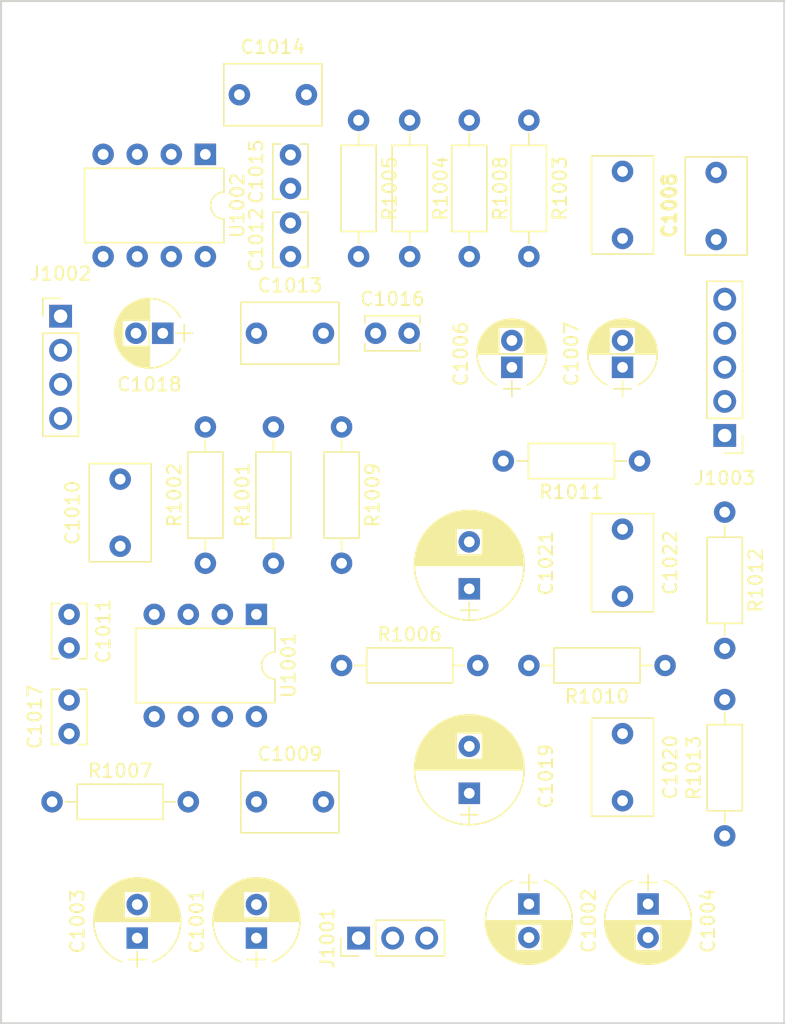
<source format=kicad_pcb>
(kicad_pcb (version 4) (host pcbnew 4.0.7)

  (general
    (links 74)
    (no_connects 74)
    (area 102.583 60.308 160.137 133.082)
    (thickness 1.6)
    (drawings 4)
    (tracks 0)
    (zones 0)
    (modules 40)
    (nets 25)
  )

  (page A4)
  (layers
    (0 F.Cu signal)
    (31 B.Cu signal)
    (32 B.Adhes user)
    (33 F.Adhes user)
    (34 B.Paste user)
    (35 F.Paste user)
    (36 B.SilkS user)
    (37 F.SilkS user)
    (38 B.Mask user)
    (39 F.Mask user)
    (40 Dwgs.User user)
    (41 Cmts.User user)
    (42 Eco1.User user)
    (43 Eco2.User user)
    (44 Edge.Cuts user)
    (45 Margin user)
    (46 B.CrtYd user)
    (47 F.CrtYd user)
    (48 B.Fab user)
    (49 F.Fab user)
  )

  (setup
    (last_trace_width 0.508)
    (trace_clearance 0.508)
    (zone_clearance 0.508)
    (zone_45_only no)
    (trace_min 0.2)
    (segment_width 0.2)
    (edge_width 0.15)
    (via_size 0.6858)
    (via_drill 0.3302)
    (via_min_size 0.6858)
    (via_min_drill 0.3302)
    (uvia_size 0.3)
    (uvia_drill 0.1)
    (uvias_allowed no)
    (uvia_min_size 0.2)
    (uvia_min_drill 0.1)
    (pcb_text_width 0.3)
    (pcb_text_size 1.5 1.5)
    (mod_edge_width 0.15)
    (mod_text_size 1 1)
    (mod_text_width 0.15)
    (pad_size 1.524 1.524)
    (pad_drill 0.762)
    (pad_to_mask_clearance 0.2)
    (aux_axis_origin 0 0)
    (visible_elements FFFFFF7F)
    (pcbplotparams
      (layerselection 0x00030_80000001)
      (usegerberextensions false)
      (excludeedgelayer true)
      (linewidth 0.100000)
      (plotframeref false)
      (viasonmask false)
      (mode 1)
      (useauxorigin false)
      (hpglpennumber 1)
      (hpglpenspeed 20)
      (hpglpendiameter 15)
      (hpglpenoverlay 2)
      (psnegative false)
      (psa4output false)
      (plotreference true)
      (plotvalue true)
      (plotinvisibletext false)
      (padsonsilk false)
      (subtractmaskfromsilk false)
      (outputformat 1)
      (mirror false)
      (drillshape 1)
      (scaleselection 1)
      (outputdirectory ""))
  )

  (net 0 "")
  (net 1 +15V)
  (net 2 GND)
  (net 3 -15V)
  (net 4 "Net-(C1005-Pad1)")
  (net 5 RTRN_XLR-)
  (net 6 RTRN_XLR+)
  (net 7 "Net-(C1007-Pad2)")
  (net 8 "Net-(C1011-Pad1)")
  (net 9 EXT_SEND)
  (net 10 "Net-(C1012-Pad1)")
  (net 11 "Net-(C1015-Pad1)")
  (net 12 "Net-(C1015-Pad2)")
  (net 13 "Net-(C1016-Pad1)")
  (net 14 "Net-(C1016-Pad2)")
  (net 15 "Net-(C1017-Pad1)")
  (net 16 "Net-(C1017-Pad2)")
  (net 17 EXT_RTRN)
  (net 18 "Net-(C1019-Pad2)")
  (net 19 "Net-(C1021-Pad2)")
  (net 20 SEND_XLR+)
  (net 21 SEND_XLR-)
  (net 22 "Net-(R1001-Pad1)")
  (net 23 "Net-(R1007-Pad1)")
  (net 24 "Net-(U1002-Pad1)")

  (net_class Default "This is the default net class."
    (clearance 0.508)
    (trace_width 0.508)
    (via_dia 0.6858)
    (via_drill 0.3302)
    (uvia_dia 0.3)
    (uvia_drill 0.1)
  )

  (net_class Audio ""
    (clearance 0.508)
    (trace_width 0.508)
    (via_dia 685.8)
    (via_drill 0.3302)
    (uvia_dia 0.3)
    (uvia_drill 0.1)
    (add_net EXT_RTRN)
    (add_net EXT_SEND)
    (add_net RTRN_XLR+)
    (add_net RTRN_XLR-)
    (add_net SEND_XLR+)
    (add_net SEND_XLR-)
  )

  (net_class GND ""
    (clearance 0.762)
    (trace_width 0.762)
    (via_dia 0.6858)
    (via_drill 0.3302)
    (uvia_dia 0.3)
    (uvia_drill 0.1)
    (add_net GND)
  )

  (net_class "Power Rail" ""
    (clearance 0.762)
    (trace_width 0.762)
    (via_dia 0.6858)
    (via_drill 0.3302)
    (uvia_dia 0.3)
    (uvia_drill 0.1)
    (add_net +15V)
    (add_net -15V)
  )

  (net_class Signal ""
    (clearance 0.508)
    (trace_width 0.508)
    (via_dia 0.6858)
    (via_drill 0.4)
    (uvia_dia 0.3)
    (uvia_drill 0.1)
    (add_net "Net-(C1005-Pad1)")
    (add_net "Net-(C1007-Pad2)")
    (add_net "Net-(C1011-Pad1)")
    (add_net "Net-(C1012-Pad1)")
    (add_net "Net-(C1015-Pad1)")
    (add_net "Net-(C1015-Pad2)")
    (add_net "Net-(C1016-Pad1)")
    (add_net "Net-(C1016-Pad2)")
    (add_net "Net-(C1017-Pad1)")
    (add_net "Net-(C1017-Pad2)")
    (add_net "Net-(C1019-Pad2)")
    (add_net "Net-(C1021-Pad2)")
    (add_net "Net-(R1001-Pad1)")
    (add_net "Net-(R1007-Pad1)")
    (add_net "Net-(U1002-Pad1)")
  )

  (module Capacitors_THT:CP_Radial_D6.3mm_P2.50mm (layer F.Cu) (tedit 597BC7C2) (tstamp 59C1CD6C)
    (at 120.65 128.27 90)
    (descr "CP, Radial series, Radial, pin pitch=2.50mm, , diameter=6.3mm, Electrolytic Capacitor")
    (tags "CP Radial series Radial pin pitch 2.50mm  diameter 6.3mm Electrolytic Capacitor")
    (path /59C0B5CE)
    (fp_text reference C1001 (at 1.25 -4.46 90) (layer F.SilkS)
      (effects (font (size 1 1) (thickness 0.15)))
    )
    (fp_text value 47U (at 1.25 4.46 90) (layer F.Fab)
      (effects (font (size 1 1) (thickness 0.15)))
    )
    (fp_arc (start 1.25 0) (end -1.767482 -1.18) (angle 137.3) (layer F.SilkS) (width 0.12))
    (fp_arc (start 1.25 0) (end -1.767482 1.18) (angle -137.3) (layer F.SilkS) (width 0.12))
    (fp_arc (start 1.25 0) (end 4.267482 -1.18) (angle 42.7) (layer F.SilkS) (width 0.12))
    (fp_circle (center 1.25 0) (end 4.4 0) (layer F.Fab) (width 0.1))
    (fp_line (start -2.2 0) (end -1 0) (layer F.Fab) (width 0.1))
    (fp_line (start -1.6 -0.65) (end -1.6 0.65) (layer F.Fab) (width 0.1))
    (fp_line (start 1.25 -3.2) (end 1.25 3.2) (layer F.SilkS) (width 0.12))
    (fp_line (start 1.29 -3.2) (end 1.29 3.2) (layer F.SilkS) (width 0.12))
    (fp_line (start 1.33 -3.2) (end 1.33 3.2) (layer F.SilkS) (width 0.12))
    (fp_line (start 1.37 -3.198) (end 1.37 3.198) (layer F.SilkS) (width 0.12))
    (fp_line (start 1.41 -3.197) (end 1.41 3.197) (layer F.SilkS) (width 0.12))
    (fp_line (start 1.45 -3.194) (end 1.45 3.194) (layer F.SilkS) (width 0.12))
    (fp_line (start 1.49 -3.192) (end 1.49 3.192) (layer F.SilkS) (width 0.12))
    (fp_line (start 1.53 -3.188) (end 1.53 -0.98) (layer F.SilkS) (width 0.12))
    (fp_line (start 1.53 0.98) (end 1.53 3.188) (layer F.SilkS) (width 0.12))
    (fp_line (start 1.57 -3.185) (end 1.57 -0.98) (layer F.SilkS) (width 0.12))
    (fp_line (start 1.57 0.98) (end 1.57 3.185) (layer F.SilkS) (width 0.12))
    (fp_line (start 1.61 -3.18) (end 1.61 -0.98) (layer F.SilkS) (width 0.12))
    (fp_line (start 1.61 0.98) (end 1.61 3.18) (layer F.SilkS) (width 0.12))
    (fp_line (start 1.65 -3.176) (end 1.65 -0.98) (layer F.SilkS) (width 0.12))
    (fp_line (start 1.65 0.98) (end 1.65 3.176) (layer F.SilkS) (width 0.12))
    (fp_line (start 1.69 -3.17) (end 1.69 -0.98) (layer F.SilkS) (width 0.12))
    (fp_line (start 1.69 0.98) (end 1.69 3.17) (layer F.SilkS) (width 0.12))
    (fp_line (start 1.73 -3.165) (end 1.73 -0.98) (layer F.SilkS) (width 0.12))
    (fp_line (start 1.73 0.98) (end 1.73 3.165) (layer F.SilkS) (width 0.12))
    (fp_line (start 1.77 -3.158) (end 1.77 -0.98) (layer F.SilkS) (width 0.12))
    (fp_line (start 1.77 0.98) (end 1.77 3.158) (layer F.SilkS) (width 0.12))
    (fp_line (start 1.81 -3.152) (end 1.81 -0.98) (layer F.SilkS) (width 0.12))
    (fp_line (start 1.81 0.98) (end 1.81 3.152) (layer F.SilkS) (width 0.12))
    (fp_line (start 1.85 -3.144) (end 1.85 -0.98) (layer F.SilkS) (width 0.12))
    (fp_line (start 1.85 0.98) (end 1.85 3.144) (layer F.SilkS) (width 0.12))
    (fp_line (start 1.89 -3.137) (end 1.89 -0.98) (layer F.SilkS) (width 0.12))
    (fp_line (start 1.89 0.98) (end 1.89 3.137) (layer F.SilkS) (width 0.12))
    (fp_line (start 1.93 -3.128) (end 1.93 -0.98) (layer F.SilkS) (width 0.12))
    (fp_line (start 1.93 0.98) (end 1.93 3.128) (layer F.SilkS) (width 0.12))
    (fp_line (start 1.971 -3.119) (end 1.971 -0.98) (layer F.SilkS) (width 0.12))
    (fp_line (start 1.971 0.98) (end 1.971 3.119) (layer F.SilkS) (width 0.12))
    (fp_line (start 2.011 -3.11) (end 2.011 -0.98) (layer F.SilkS) (width 0.12))
    (fp_line (start 2.011 0.98) (end 2.011 3.11) (layer F.SilkS) (width 0.12))
    (fp_line (start 2.051 -3.1) (end 2.051 -0.98) (layer F.SilkS) (width 0.12))
    (fp_line (start 2.051 0.98) (end 2.051 3.1) (layer F.SilkS) (width 0.12))
    (fp_line (start 2.091 -3.09) (end 2.091 -0.98) (layer F.SilkS) (width 0.12))
    (fp_line (start 2.091 0.98) (end 2.091 3.09) (layer F.SilkS) (width 0.12))
    (fp_line (start 2.131 -3.079) (end 2.131 -0.98) (layer F.SilkS) (width 0.12))
    (fp_line (start 2.131 0.98) (end 2.131 3.079) (layer F.SilkS) (width 0.12))
    (fp_line (start 2.171 -3.067) (end 2.171 -0.98) (layer F.SilkS) (width 0.12))
    (fp_line (start 2.171 0.98) (end 2.171 3.067) (layer F.SilkS) (width 0.12))
    (fp_line (start 2.211 -3.055) (end 2.211 -0.98) (layer F.SilkS) (width 0.12))
    (fp_line (start 2.211 0.98) (end 2.211 3.055) (layer F.SilkS) (width 0.12))
    (fp_line (start 2.251 -3.042) (end 2.251 -0.98) (layer F.SilkS) (width 0.12))
    (fp_line (start 2.251 0.98) (end 2.251 3.042) (layer F.SilkS) (width 0.12))
    (fp_line (start 2.291 -3.029) (end 2.291 -0.98) (layer F.SilkS) (width 0.12))
    (fp_line (start 2.291 0.98) (end 2.291 3.029) (layer F.SilkS) (width 0.12))
    (fp_line (start 2.331 -3.015) (end 2.331 -0.98) (layer F.SilkS) (width 0.12))
    (fp_line (start 2.331 0.98) (end 2.331 3.015) (layer F.SilkS) (width 0.12))
    (fp_line (start 2.371 -3.001) (end 2.371 -0.98) (layer F.SilkS) (width 0.12))
    (fp_line (start 2.371 0.98) (end 2.371 3.001) (layer F.SilkS) (width 0.12))
    (fp_line (start 2.411 -2.986) (end 2.411 -0.98) (layer F.SilkS) (width 0.12))
    (fp_line (start 2.411 0.98) (end 2.411 2.986) (layer F.SilkS) (width 0.12))
    (fp_line (start 2.451 -2.97) (end 2.451 -0.98) (layer F.SilkS) (width 0.12))
    (fp_line (start 2.451 0.98) (end 2.451 2.97) (layer F.SilkS) (width 0.12))
    (fp_line (start 2.491 -2.954) (end 2.491 -0.98) (layer F.SilkS) (width 0.12))
    (fp_line (start 2.491 0.98) (end 2.491 2.954) (layer F.SilkS) (width 0.12))
    (fp_line (start 2.531 -2.937) (end 2.531 -0.98) (layer F.SilkS) (width 0.12))
    (fp_line (start 2.531 0.98) (end 2.531 2.937) (layer F.SilkS) (width 0.12))
    (fp_line (start 2.571 -2.919) (end 2.571 -0.98) (layer F.SilkS) (width 0.12))
    (fp_line (start 2.571 0.98) (end 2.571 2.919) (layer F.SilkS) (width 0.12))
    (fp_line (start 2.611 -2.901) (end 2.611 -0.98) (layer F.SilkS) (width 0.12))
    (fp_line (start 2.611 0.98) (end 2.611 2.901) (layer F.SilkS) (width 0.12))
    (fp_line (start 2.651 -2.882) (end 2.651 -0.98) (layer F.SilkS) (width 0.12))
    (fp_line (start 2.651 0.98) (end 2.651 2.882) (layer F.SilkS) (width 0.12))
    (fp_line (start 2.691 -2.863) (end 2.691 -0.98) (layer F.SilkS) (width 0.12))
    (fp_line (start 2.691 0.98) (end 2.691 2.863) (layer F.SilkS) (width 0.12))
    (fp_line (start 2.731 -2.843) (end 2.731 -0.98) (layer F.SilkS) (width 0.12))
    (fp_line (start 2.731 0.98) (end 2.731 2.843) (layer F.SilkS) (width 0.12))
    (fp_line (start 2.771 -2.822) (end 2.771 -0.98) (layer F.SilkS) (width 0.12))
    (fp_line (start 2.771 0.98) (end 2.771 2.822) (layer F.SilkS) (width 0.12))
    (fp_line (start 2.811 -2.8) (end 2.811 -0.98) (layer F.SilkS) (width 0.12))
    (fp_line (start 2.811 0.98) (end 2.811 2.8) (layer F.SilkS) (width 0.12))
    (fp_line (start 2.851 -2.778) (end 2.851 -0.98) (layer F.SilkS) (width 0.12))
    (fp_line (start 2.851 0.98) (end 2.851 2.778) (layer F.SilkS) (width 0.12))
    (fp_line (start 2.891 -2.755) (end 2.891 -0.98) (layer F.SilkS) (width 0.12))
    (fp_line (start 2.891 0.98) (end 2.891 2.755) (layer F.SilkS) (width 0.12))
    (fp_line (start 2.931 -2.731) (end 2.931 -0.98) (layer F.SilkS) (width 0.12))
    (fp_line (start 2.931 0.98) (end 2.931 2.731) (layer F.SilkS) (width 0.12))
    (fp_line (start 2.971 -2.706) (end 2.971 -0.98) (layer F.SilkS) (width 0.12))
    (fp_line (start 2.971 0.98) (end 2.971 2.706) (layer F.SilkS) (width 0.12))
    (fp_line (start 3.011 -2.681) (end 3.011 -0.98) (layer F.SilkS) (width 0.12))
    (fp_line (start 3.011 0.98) (end 3.011 2.681) (layer F.SilkS) (width 0.12))
    (fp_line (start 3.051 -2.654) (end 3.051 -0.98) (layer F.SilkS) (width 0.12))
    (fp_line (start 3.051 0.98) (end 3.051 2.654) (layer F.SilkS) (width 0.12))
    (fp_line (start 3.091 -2.627) (end 3.091 -0.98) (layer F.SilkS) (width 0.12))
    (fp_line (start 3.091 0.98) (end 3.091 2.627) (layer F.SilkS) (width 0.12))
    (fp_line (start 3.131 -2.599) (end 3.131 -0.98) (layer F.SilkS) (width 0.12))
    (fp_line (start 3.131 0.98) (end 3.131 2.599) (layer F.SilkS) (width 0.12))
    (fp_line (start 3.171 -2.57) (end 3.171 -0.98) (layer F.SilkS) (width 0.12))
    (fp_line (start 3.171 0.98) (end 3.171 2.57) (layer F.SilkS) (width 0.12))
    (fp_line (start 3.211 -2.54) (end 3.211 -0.98) (layer F.SilkS) (width 0.12))
    (fp_line (start 3.211 0.98) (end 3.211 2.54) (layer F.SilkS) (width 0.12))
    (fp_line (start 3.251 -2.51) (end 3.251 -0.98) (layer F.SilkS) (width 0.12))
    (fp_line (start 3.251 0.98) (end 3.251 2.51) (layer F.SilkS) (width 0.12))
    (fp_line (start 3.291 -2.478) (end 3.291 -0.98) (layer F.SilkS) (width 0.12))
    (fp_line (start 3.291 0.98) (end 3.291 2.478) (layer F.SilkS) (width 0.12))
    (fp_line (start 3.331 -2.445) (end 3.331 -0.98) (layer F.SilkS) (width 0.12))
    (fp_line (start 3.331 0.98) (end 3.331 2.445) (layer F.SilkS) (width 0.12))
    (fp_line (start 3.371 -2.411) (end 3.371 -0.98) (layer F.SilkS) (width 0.12))
    (fp_line (start 3.371 0.98) (end 3.371 2.411) (layer F.SilkS) (width 0.12))
    (fp_line (start 3.411 -2.375) (end 3.411 -0.98) (layer F.SilkS) (width 0.12))
    (fp_line (start 3.411 0.98) (end 3.411 2.375) (layer F.SilkS) (width 0.12))
    (fp_line (start 3.451 -2.339) (end 3.451 -0.98) (layer F.SilkS) (width 0.12))
    (fp_line (start 3.451 0.98) (end 3.451 2.339) (layer F.SilkS) (width 0.12))
    (fp_line (start 3.491 -2.301) (end 3.491 2.301) (layer F.SilkS) (width 0.12))
    (fp_line (start 3.531 -2.262) (end 3.531 2.262) (layer F.SilkS) (width 0.12))
    (fp_line (start 3.571 -2.222) (end 3.571 2.222) (layer F.SilkS) (width 0.12))
    (fp_line (start 3.611 -2.18) (end 3.611 2.18) (layer F.SilkS) (width 0.12))
    (fp_line (start 3.651 -2.137) (end 3.651 2.137) (layer F.SilkS) (width 0.12))
    (fp_line (start 3.691 -2.092) (end 3.691 2.092) (layer F.SilkS) (width 0.12))
    (fp_line (start 3.731 -2.045) (end 3.731 2.045) (layer F.SilkS) (width 0.12))
    (fp_line (start 3.771 -1.997) (end 3.771 1.997) (layer F.SilkS) (width 0.12))
    (fp_line (start 3.811 -1.946) (end 3.811 1.946) (layer F.SilkS) (width 0.12))
    (fp_line (start 3.851 -1.894) (end 3.851 1.894) (layer F.SilkS) (width 0.12))
    (fp_line (start 3.891 -1.839) (end 3.891 1.839) (layer F.SilkS) (width 0.12))
    (fp_line (start 3.931 -1.781) (end 3.931 1.781) (layer F.SilkS) (width 0.12))
    (fp_line (start 3.971 -1.721) (end 3.971 1.721) (layer F.SilkS) (width 0.12))
    (fp_line (start 4.011 -1.658) (end 4.011 1.658) (layer F.SilkS) (width 0.12))
    (fp_line (start 4.051 -1.591) (end 4.051 1.591) (layer F.SilkS) (width 0.12))
    (fp_line (start 4.091 -1.52) (end 4.091 1.52) (layer F.SilkS) (width 0.12))
    (fp_line (start 4.131 -1.445) (end 4.131 1.445) (layer F.SilkS) (width 0.12))
    (fp_line (start 4.171 -1.364) (end 4.171 1.364) (layer F.SilkS) (width 0.12))
    (fp_line (start 4.211 -1.278) (end 4.211 1.278) (layer F.SilkS) (width 0.12))
    (fp_line (start 4.251 -1.184) (end 4.251 1.184) (layer F.SilkS) (width 0.12))
    (fp_line (start 4.291 -1.081) (end 4.291 1.081) (layer F.SilkS) (width 0.12))
    (fp_line (start 4.331 -0.966) (end 4.331 0.966) (layer F.SilkS) (width 0.12))
    (fp_line (start 4.371 -0.834) (end 4.371 0.834) (layer F.SilkS) (width 0.12))
    (fp_line (start 4.411 -0.676) (end 4.411 0.676) (layer F.SilkS) (width 0.12))
    (fp_line (start 4.451 -0.468) (end 4.451 0.468) (layer F.SilkS) (width 0.12))
    (fp_line (start -2.2 0) (end -1 0) (layer F.SilkS) (width 0.12))
    (fp_line (start -1.6 -0.65) (end -1.6 0.65) (layer F.SilkS) (width 0.12))
    (fp_line (start -2.25 -3.5) (end -2.25 3.5) (layer F.CrtYd) (width 0.05))
    (fp_line (start -2.25 3.5) (end 4.75 3.5) (layer F.CrtYd) (width 0.05))
    (fp_line (start 4.75 3.5) (end 4.75 -3.5) (layer F.CrtYd) (width 0.05))
    (fp_line (start 4.75 -3.5) (end -2.25 -3.5) (layer F.CrtYd) (width 0.05))
    (fp_text user %R (at 1.25 0 90) (layer F.Fab)
      (effects (font (size 1 1) (thickness 0.15)))
    )
    (pad 1 thru_hole rect (at 0 0 90) (size 1.6 1.6) (drill 0.8) (layers *.Cu *.Mask)
      (net 1 +15V))
    (pad 2 thru_hole circle (at 2.5 0 90) (size 1.6 1.6) (drill 0.8) (layers *.Cu *.Mask)
      (net 2 GND))
    (model ${KISYS3DMOD}/Capacitors_THT.3dshapes/CP_Radial_D6.3mm_P2.50mm.wrl
      (at (xyz 0 0 0))
      (scale (xyz 1 1 1))
      (rotate (xyz 0 0 0))
    )
  )

  (module Capacitors_THT:CP_Radial_D6.3mm_P2.50mm (layer F.Cu) (tedit 597BC7C2) (tstamp 59C1CD72)
    (at 140.97 125.73 270)
    (descr "CP, Radial series, Radial, pin pitch=2.50mm, , diameter=6.3mm, Electrolytic Capacitor")
    (tags "CP Radial series Radial pin pitch 2.50mm  diameter 6.3mm Electrolytic Capacitor")
    (path /59C0B6DC)
    (fp_text reference C1002 (at 1.25 -4.46 270) (layer F.SilkS)
      (effects (font (size 1 1) (thickness 0.15)))
    )
    (fp_text value 47U (at 1.25 4.46 270) (layer F.Fab)
      (effects (font (size 1 1) (thickness 0.15)))
    )
    (fp_arc (start 1.25 0) (end -1.767482 -1.18) (angle 137.3) (layer F.SilkS) (width 0.12))
    (fp_arc (start 1.25 0) (end -1.767482 1.18) (angle -137.3) (layer F.SilkS) (width 0.12))
    (fp_arc (start 1.25 0) (end 4.267482 -1.18) (angle 42.7) (layer F.SilkS) (width 0.12))
    (fp_circle (center 1.25 0) (end 4.4 0) (layer F.Fab) (width 0.1))
    (fp_line (start -2.2 0) (end -1 0) (layer F.Fab) (width 0.1))
    (fp_line (start -1.6 -0.65) (end -1.6 0.65) (layer F.Fab) (width 0.1))
    (fp_line (start 1.25 -3.2) (end 1.25 3.2) (layer F.SilkS) (width 0.12))
    (fp_line (start 1.29 -3.2) (end 1.29 3.2) (layer F.SilkS) (width 0.12))
    (fp_line (start 1.33 -3.2) (end 1.33 3.2) (layer F.SilkS) (width 0.12))
    (fp_line (start 1.37 -3.198) (end 1.37 3.198) (layer F.SilkS) (width 0.12))
    (fp_line (start 1.41 -3.197) (end 1.41 3.197) (layer F.SilkS) (width 0.12))
    (fp_line (start 1.45 -3.194) (end 1.45 3.194) (layer F.SilkS) (width 0.12))
    (fp_line (start 1.49 -3.192) (end 1.49 3.192) (layer F.SilkS) (width 0.12))
    (fp_line (start 1.53 -3.188) (end 1.53 -0.98) (layer F.SilkS) (width 0.12))
    (fp_line (start 1.53 0.98) (end 1.53 3.188) (layer F.SilkS) (width 0.12))
    (fp_line (start 1.57 -3.185) (end 1.57 -0.98) (layer F.SilkS) (width 0.12))
    (fp_line (start 1.57 0.98) (end 1.57 3.185) (layer F.SilkS) (width 0.12))
    (fp_line (start 1.61 -3.18) (end 1.61 -0.98) (layer F.SilkS) (width 0.12))
    (fp_line (start 1.61 0.98) (end 1.61 3.18) (layer F.SilkS) (width 0.12))
    (fp_line (start 1.65 -3.176) (end 1.65 -0.98) (layer F.SilkS) (width 0.12))
    (fp_line (start 1.65 0.98) (end 1.65 3.176) (layer F.SilkS) (width 0.12))
    (fp_line (start 1.69 -3.17) (end 1.69 -0.98) (layer F.SilkS) (width 0.12))
    (fp_line (start 1.69 0.98) (end 1.69 3.17) (layer F.SilkS) (width 0.12))
    (fp_line (start 1.73 -3.165) (end 1.73 -0.98) (layer F.SilkS) (width 0.12))
    (fp_line (start 1.73 0.98) (end 1.73 3.165) (layer F.SilkS) (width 0.12))
    (fp_line (start 1.77 -3.158) (end 1.77 -0.98) (layer F.SilkS) (width 0.12))
    (fp_line (start 1.77 0.98) (end 1.77 3.158) (layer F.SilkS) (width 0.12))
    (fp_line (start 1.81 -3.152) (end 1.81 -0.98) (layer F.SilkS) (width 0.12))
    (fp_line (start 1.81 0.98) (end 1.81 3.152) (layer F.SilkS) (width 0.12))
    (fp_line (start 1.85 -3.144) (end 1.85 -0.98) (layer F.SilkS) (width 0.12))
    (fp_line (start 1.85 0.98) (end 1.85 3.144) (layer F.SilkS) (width 0.12))
    (fp_line (start 1.89 -3.137) (end 1.89 -0.98) (layer F.SilkS) (width 0.12))
    (fp_line (start 1.89 0.98) (end 1.89 3.137) (layer F.SilkS) (width 0.12))
    (fp_line (start 1.93 -3.128) (end 1.93 -0.98) (layer F.SilkS) (width 0.12))
    (fp_line (start 1.93 0.98) (end 1.93 3.128) (layer F.SilkS) (width 0.12))
    (fp_line (start 1.971 -3.119) (end 1.971 -0.98) (layer F.SilkS) (width 0.12))
    (fp_line (start 1.971 0.98) (end 1.971 3.119) (layer F.SilkS) (width 0.12))
    (fp_line (start 2.011 -3.11) (end 2.011 -0.98) (layer F.SilkS) (width 0.12))
    (fp_line (start 2.011 0.98) (end 2.011 3.11) (layer F.SilkS) (width 0.12))
    (fp_line (start 2.051 -3.1) (end 2.051 -0.98) (layer F.SilkS) (width 0.12))
    (fp_line (start 2.051 0.98) (end 2.051 3.1) (layer F.SilkS) (width 0.12))
    (fp_line (start 2.091 -3.09) (end 2.091 -0.98) (layer F.SilkS) (width 0.12))
    (fp_line (start 2.091 0.98) (end 2.091 3.09) (layer F.SilkS) (width 0.12))
    (fp_line (start 2.131 -3.079) (end 2.131 -0.98) (layer F.SilkS) (width 0.12))
    (fp_line (start 2.131 0.98) (end 2.131 3.079) (layer F.SilkS) (width 0.12))
    (fp_line (start 2.171 -3.067) (end 2.171 -0.98) (layer F.SilkS) (width 0.12))
    (fp_line (start 2.171 0.98) (end 2.171 3.067) (layer F.SilkS) (width 0.12))
    (fp_line (start 2.211 -3.055) (end 2.211 -0.98) (layer F.SilkS) (width 0.12))
    (fp_line (start 2.211 0.98) (end 2.211 3.055) (layer F.SilkS) (width 0.12))
    (fp_line (start 2.251 -3.042) (end 2.251 -0.98) (layer F.SilkS) (width 0.12))
    (fp_line (start 2.251 0.98) (end 2.251 3.042) (layer F.SilkS) (width 0.12))
    (fp_line (start 2.291 -3.029) (end 2.291 -0.98) (layer F.SilkS) (width 0.12))
    (fp_line (start 2.291 0.98) (end 2.291 3.029) (layer F.SilkS) (width 0.12))
    (fp_line (start 2.331 -3.015) (end 2.331 -0.98) (layer F.SilkS) (width 0.12))
    (fp_line (start 2.331 0.98) (end 2.331 3.015) (layer F.SilkS) (width 0.12))
    (fp_line (start 2.371 -3.001) (end 2.371 -0.98) (layer F.SilkS) (width 0.12))
    (fp_line (start 2.371 0.98) (end 2.371 3.001) (layer F.SilkS) (width 0.12))
    (fp_line (start 2.411 -2.986) (end 2.411 -0.98) (layer F.SilkS) (width 0.12))
    (fp_line (start 2.411 0.98) (end 2.411 2.986) (layer F.SilkS) (width 0.12))
    (fp_line (start 2.451 -2.97) (end 2.451 -0.98) (layer F.SilkS) (width 0.12))
    (fp_line (start 2.451 0.98) (end 2.451 2.97) (layer F.SilkS) (width 0.12))
    (fp_line (start 2.491 -2.954) (end 2.491 -0.98) (layer F.SilkS) (width 0.12))
    (fp_line (start 2.491 0.98) (end 2.491 2.954) (layer F.SilkS) (width 0.12))
    (fp_line (start 2.531 -2.937) (end 2.531 -0.98) (layer F.SilkS) (width 0.12))
    (fp_line (start 2.531 0.98) (end 2.531 2.937) (layer F.SilkS) (width 0.12))
    (fp_line (start 2.571 -2.919) (end 2.571 -0.98) (layer F.SilkS) (width 0.12))
    (fp_line (start 2.571 0.98) (end 2.571 2.919) (layer F.SilkS) (width 0.12))
    (fp_line (start 2.611 -2.901) (end 2.611 -0.98) (layer F.SilkS) (width 0.12))
    (fp_line (start 2.611 0.98) (end 2.611 2.901) (layer F.SilkS) (width 0.12))
    (fp_line (start 2.651 -2.882) (end 2.651 -0.98) (layer F.SilkS) (width 0.12))
    (fp_line (start 2.651 0.98) (end 2.651 2.882) (layer F.SilkS) (width 0.12))
    (fp_line (start 2.691 -2.863) (end 2.691 -0.98) (layer F.SilkS) (width 0.12))
    (fp_line (start 2.691 0.98) (end 2.691 2.863) (layer F.SilkS) (width 0.12))
    (fp_line (start 2.731 -2.843) (end 2.731 -0.98) (layer F.SilkS) (width 0.12))
    (fp_line (start 2.731 0.98) (end 2.731 2.843) (layer F.SilkS) (width 0.12))
    (fp_line (start 2.771 -2.822) (end 2.771 -0.98) (layer F.SilkS) (width 0.12))
    (fp_line (start 2.771 0.98) (end 2.771 2.822) (layer F.SilkS) (width 0.12))
    (fp_line (start 2.811 -2.8) (end 2.811 -0.98) (layer F.SilkS) (width 0.12))
    (fp_line (start 2.811 0.98) (end 2.811 2.8) (layer F.SilkS) (width 0.12))
    (fp_line (start 2.851 -2.778) (end 2.851 -0.98) (layer F.SilkS) (width 0.12))
    (fp_line (start 2.851 0.98) (end 2.851 2.778) (layer F.SilkS) (width 0.12))
    (fp_line (start 2.891 -2.755) (end 2.891 -0.98) (layer F.SilkS) (width 0.12))
    (fp_line (start 2.891 0.98) (end 2.891 2.755) (layer F.SilkS) (width 0.12))
    (fp_line (start 2.931 -2.731) (end 2.931 -0.98) (layer F.SilkS) (width 0.12))
    (fp_line (start 2.931 0.98) (end 2.931 2.731) (layer F.SilkS) (width 0.12))
    (fp_line (start 2.971 -2.706) (end 2.971 -0.98) (layer F.SilkS) (width 0.12))
    (fp_line (start 2.971 0.98) (end 2.971 2.706) (layer F.SilkS) (width 0.12))
    (fp_line (start 3.011 -2.681) (end 3.011 -0.98) (layer F.SilkS) (width 0.12))
    (fp_line (start 3.011 0.98) (end 3.011 2.681) (layer F.SilkS) (width 0.12))
    (fp_line (start 3.051 -2.654) (end 3.051 -0.98) (layer F.SilkS) (width 0.12))
    (fp_line (start 3.051 0.98) (end 3.051 2.654) (layer F.SilkS) (width 0.12))
    (fp_line (start 3.091 -2.627) (end 3.091 -0.98) (layer F.SilkS) (width 0.12))
    (fp_line (start 3.091 0.98) (end 3.091 2.627) (layer F.SilkS) (width 0.12))
    (fp_line (start 3.131 -2.599) (end 3.131 -0.98) (layer F.SilkS) (width 0.12))
    (fp_line (start 3.131 0.98) (end 3.131 2.599) (layer F.SilkS) (width 0.12))
    (fp_line (start 3.171 -2.57) (end 3.171 -0.98) (layer F.SilkS) (width 0.12))
    (fp_line (start 3.171 0.98) (end 3.171 2.57) (layer F.SilkS) (width 0.12))
    (fp_line (start 3.211 -2.54) (end 3.211 -0.98) (layer F.SilkS) (width 0.12))
    (fp_line (start 3.211 0.98) (end 3.211 2.54) (layer F.SilkS) (width 0.12))
    (fp_line (start 3.251 -2.51) (end 3.251 -0.98) (layer F.SilkS) (width 0.12))
    (fp_line (start 3.251 0.98) (end 3.251 2.51) (layer F.SilkS) (width 0.12))
    (fp_line (start 3.291 -2.478) (end 3.291 -0.98) (layer F.SilkS) (width 0.12))
    (fp_line (start 3.291 0.98) (end 3.291 2.478) (layer F.SilkS) (width 0.12))
    (fp_line (start 3.331 -2.445) (end 3.331 -0.98) (layer F.SilkS) (width 0.12))
    (fp_line (start 3.331 0.98) (end 3.331 2.445) (layer F.SilkS) (width 0.12))
    (fp_line (start 3.371 -2.411) (end 3.371 -0.98) (layer F.SilkS) (width 0.12))
    (fp_line (start 3.371 0.98) (end 3.371 2.411) (layer F.SilkS) (width 0.12))
    (fp_line (start 3.411 -2.375) (end 3.411 -0.98) (layer F.SilkS) (width 0.12))
    (fp_line (start 3.411 0.98) (end 3.411 2.375) (layer F.SilkS) (width 0.12))
    (fp_line (start 3.451 -2.339) (end 3.451 -0.98) (layer F.SilkS) (width 0.12))
    (fp_line (start 3.451 0.98) (end 3.451 2.339) (layer F.SilkS) (width 0.12))
    (fp_line (start 3.491 -2.301) (end 3.491 2.301) (layer F.SilkS) (width 0.12))
    (fp_line (start 3.531 -2.262) (end 3.531 2.262) (layer F.SilkS) (width 0.12))
    (fp_line (start 3.571 -2.222) (end 3.571 2.222) (layer F.SilkS) (width 0.12))
    (fp_line (start 3.611 -2.18) (end 3.611 2.18) (layer F.SilkS) (width 0.12))
    (fp_line (start 3.651 -2.137) (end 3.651 2.137) (layer F.SilkS) (width 0.12))
    (fp_line (start 3.691 -2.092) (end 3.691 2.092) (layer F.SilkS) (width 0.12))
    (fp_line (start 3.731 -2.045) (end 3.731 2.045) (layer F.SilkS) (width 0.12))
    (fp_line (start 3.771 -1.997) (end 3.771 1.997) (layer F.SilkS) (width 0.12))
    (fp_line (start 3.811 -1.946) (end 3.811 1.946) (layer F.SilkS) (width 0.12))
    (fp_line (start 3.851 -1.894) (end 3.851 1.894) (layer F.SilkS) (width 0.12))
    (fp_line (start 3.891 -1.839) (end 3.891 1.839) (layer F.SilkS) (width 0.12))
    (fp_line (start 3.931 -1.781) (end 3.931 1.781) (layer F.SilkS) (width 0.12))
    (fp_line (start 3.971 -1.721) (end 3.971 1.721) (layer F.SilkS) (width 0.12))
    (fp_line (start 4.011 -1.658) (end 4.011 1.658) (layer F.SilkS) (width 0.12))
    (fp_line (start 4.051 -1.591) (end 4.051 1.591) (layer F.SilkS) (width 0.12))
    (fp_line (start 4.091 -1.52) (end 4.091 1.52) (layer F.SilkS) (width 0.12))
    (fp_line (start 4.131 -1.445) (end 4.131 1.445) (layer F.SilkS) (width 0.12))
    (fp_line (start 4.171 -1.364) (end 4.171 1.364) (layer F.SilkS) (width 0.12))
    (fp_line (start 4.211 -1.278) (end 4.211 1.278) (layer F.SilkS) (width 0.12))
    (fp_line (start 4.251 -1.184) (end 4.251 1.184) (layer F.SilkS) (width 0.12))
    (fp_line (start 4.291 -1.081) (end 4.291 1.081) (layer F.SilkS) (width 0.12))
    (fp_line (start 4.331 -0.966) (end 4.331 0.966) (layer F.SilkS) (width 0.12))
    (fp_line (start 4.371 -0.834) (end 4.371 0.834) (layer F.SilkS) (width 0.12))
    (fp_line (start 4.411 -0.676) (end 4.411 0.676) (layer F.SilkS) (width 0.12))
    (fp_line (start 4.451 -0.468) (end 4.451 0.468) (layer F.SilkS) (width 0.12))
    (fp_line (start -2.2 0) (end -1 0) (layer F.SilkS) (width 0.12))
    (fp_line (start -1.6 -0.65) (end -1.6 0.65) (layer F.SilkS) (width 0.12))
    (fp_line (start -2.25 -3.5) (end -2.25 3.5) (layer F.CrtYd) (width 0.05))
    (fp_line (start -2.25 3.5) (end 4.75 3.5) (layer F.CrtYd) (width 0.05))
    (fp_line (start 4.75 3.5) (end 4.75 -3.5) (layer F.CrtYd) (width 0.05))
    (fp_line (start 4.75 -3.5) (end -2.25 -3.5) (layer F.CrtYd) (width 0.05))
    (fp_text user %R (at 1.25 0 270) (layer F.Fab)
      (effects (font (size 1 1) (thickness 0.15)))
    )
    (pad 1 thru_hole rect (at 0 0 270) (size 1.6 1.6) (drill 0.8) (layers *.Cu *.Mask)
      (net 2 GND))
    (pad 2 thru_hole circle (at 2.5 0 270) (size 1.6 1.6) (drill 0.8) (layers *.Cu *.Mask)
      (net 3 -15V))
    (model ${KISYS3DMOD}/Capacitors_THT.3dshapes/CP_Radial_D6.3mm_P2.50mm.wrl
      (at (xyz 0 0 0))
      (scale (xyz 1 1 1))
      (rotate (xyz 0 0 0))
    )
  )

  (module Capacitors_THT:CP_Radial_D6.3mm_P2.50mm (layer F.Cu) (tedit 597BC7C2) (tstamp 59C1CD78)
    (at 111.76 128.27 90)
    (descr "CP, Radial series, Radial, pin pitch=2.50mm, , diameter=6.3mm, Electrolytic Capacitor")
    (tags "CP Radial series Radial pin pitch 2.50mm  diameter 6.3mm Electrolytic Capacitor")
    (path /59C0B733)
    (fp_text reference C1003 (at 1.25 -4.46 90) (layer F.SilkS)
      (effects (font (size 1 1) (thickness 0.15)))
    )
    (fp_text value 47U (at 1.25 4.46 90) (layer F.Fab)
      (effects (font (size 1 1) (thickness 0.15)))
    )
    (fp_arc (start 1.25 0) (end -1.767482 -1.18) (angle 137.3) (layer F.SilkS) (width 0.12))
    (fp_arc (start 1.25 0) (end -1.767482 1.18) (angle -137.3) (layer F.SilkS) (width 0.12))
    (fp_arc (start 1.25 0) (end 4.267482 -1.18) (angle 42.7) (layer F.SilkS) (width 0.12))
    (fp_circle (center 1.25 0) (end 4.4 0) (layer F.Fab) (width 0.1))
    (fp_line (start -2.2 0) (end -1 0) (layer F.Fab) (width 0.1))
    (fp_line (start -1.6 -0.65) (end -1.6 0.65) (layer F.Fab) (width 0.1))
    (fp_line (start 1.25 -3.2) (end 1.25 3.2) (layer F.SilkS) (width 0.12))
    (fp_line (start 1.29 -3.2) (end 1.29 3.2) (layer F.SilkS) (width 0.12))
    (fp_line (start 1.33 -3.2) (end 1.33 3.2) (layer F.SilkS) (width 0.12))
    (fp_line (start 1.37 -3.198) (end 1.37 3.198) (layer F.SilkS) (width 0.12))
    (fp_line (start 1.41 -3.197) (end 1.41 3.197) (layer F.SilkS) (width 0.12))
    (fp_line (start 1.45 -3.194) (end 1.45 3.194) (layer F.SilkS) (width 0.12))
    (fp_line (start 1.49 -3.192) (end 1.49 3.192) (layer F.SilkS) (width 0.12))
    (fp_line (start 1.53 -3.188) (end 1.53 -0.98) (layer F.SilkS) (width 0.12))
    (fp_line (start 1.53 0.98) (end 1.53 3.188) (layer F.SilkS) (width 0.12))
    (fp_line (start 1.57 -3.185) (end 1.57 -0.98) (layer F.SilkS) (width 0.12))
    (fp_line (start 1.57 0.98) (end 1.57 3.185) (layer F.SilkS) (width 0.12))
    (fp_line (start 1.61 -3.18) (end 1.61 -0.98) (layer F.SilkS) (width 0.12))
    (fp_line (start 1.61 0.98) (end 1.61 3.18) (layer F.SilkS) (width 0.12))
    (fp_line (start 1.65 -3.176) (end 1.65 -0.98) (layer F.SilkS) (width 0.12))
    (fp_line (start 1.65 0.98) (end 1.65 3.176) (layer F.SilkS) (width 0.12))
    (fp_line (start 1.69 -3.17) (end 1.69 -0.98) (layer F.SilkS) (width 0.12))
    (fp_line (start 1.69 0.98) (end 1.69 3.17) (layer F.SilkS) (width 0.12))
    (fp_line (start 1.73 -3.165) (end 1.73 -0.98) (layer F.SilkS) (width 0.12))
    (fp_line (start 1.73 0.98) (end 1.73 3.165) (layer F.SilkS) (width 0.12))
    (fp_line (start 1.77 -3.158) (end 1.77 -0.98) (layer F.SilkS) (width 0.12))
    (fp_line (start 1.77 0.98) (end 1.77 3.158) (layer F.SilkS) (width 0.12))
    (fp_line (start 1.81 -3.152) (end 1.81 -0.98) (layer F.SilkS) (width 0.12))
    (fp_line (start 1.81 0.98) (end 1.81 3.152) (layer F.SilkS) (width 0.12))
    (fp_line (start 1.85 -3.144) (end 1.85 -0.98) (layer F.SilkS) (width 0.12))
    (fp_line (start 1.85 0.98) (end 1.85 3.144) (layer F.SilkS) (width 0.12))
    (fp_line (start 1.89 -3.137) (end 1.89 -0.98) (layer F.SilkS) (width 0.12))
    (fp_line (start 1.89 0.98) (end 1.89 3.137) (layer F.SilkS) (width 0.12))
    (fp_line (start 1.93 -3.128) (end 1.93 -0.98) (layer F.SilkS) (width 0.12))
    (fp_line (start 1.93 0.98) (end 1.93 3.128) (layer F.SilkS) (width 0.12))
    (fp_line (start 1.971 -3.119) (end 1.971 -0.98) (layer F.SilkS) (width 0.12))
    (fp_line (start 1.971 0.98) (end 1.971 3.119) (layer F.SilkS) (width 0.12))
    (fp_line (start 2.011 -3.11) (end 2.011 -0.98) (layer F.SilkS) (width 0.12))
    (fp_line (start 2.011 0.98) (end 2.011 3.11) (layer F.SilkS) (width 0.12))
    (fp_line (start 2.051 -3.1) (end 2.051 -0.98) (layer F.SilkS) (width 0.12))
    (fp_line (start 2.051 0.98) (end 2.051 3.1) (layer F.SilkS) (width 0.12))
    (fp_line (start 2.091 -3.09) (end 2.091 -0.98) (layer F.SilkS) (width 0.12))
    (fp_line (start 2.091 0.98) (end 2.091 3.09) (layer F.SilkS) (width 0.12))
    (fp_line (start 2.131 -3.079) (end 2.131 -0.98) (layer F.SilkS) (width 0.12))
    (fp_line (start 2.131 0.98) (end 2.131 3.079) (layer F.SilkS) (width 0.12))
    (fp_line (start 2.171 -3.067) (end 2.171 -0.98) (layer F.SilkS) (width 0.12))
    (fp_line (start 2.171 0.98) (end 2.171 3.067) (layer F.SilkS) (width 0.12))
    (fp_line (start 2.211 -3.055) (end 2.211 -0.98) (layer F.SilkS) (width 0.12))
    (fp_line (start 2.211 0.98) (end 2.211 3.055) (layer F.SilkS) (width 0.12))
    (fp_line (start 2.251 -3.042) (end 2.251 -0.98) (layer F.SilkS) (width 0.12))
    (fp_line (start 2.251 0.98) (end 2.251 3.042) (layer F.SilkS) (width 0.12))
    (fp_line (start 2.291 -3.029) (end 2.291 -0.98) (layer F.SilkS) (width 0.12))
    (fp_line (start 2.291 0.98) (end 2.291 3.029) (layer F.SilkS) (width 0.12))
    (fp_line (start 2.331 -3.015) (end 2.331 -0.98) (layer F.SilkS) (width 0.12))
    (fp_line (start 2.331 0.98) (end 2.331 3.015) (layer F.SilkS) (width 0.12))
    (fp_line (start 2.371 -3.001) (end 2.371 -0.98) (layer F.SilkS) (width 0.12))
    (fp_line (start 2.371 0.98) (end 2.371 3.001) (layer F.SilkS) (width 0.12))
    (fp_line (start 2.411 -2.986) (end 2.411 -0.98) (layer F.SilkS) (width 0.12))
    (fp_line (start 2.411 0.98) (end 2.411 2.986) (layer F.SilkS) (width 0.12))
    (fp_line (start 2.451 -2.97) (end 2.451 -0.98) (layer F.SilkS) (width 0.12))
    (fp_line (start 2.451 0.98) (end 2.451 2.97) (layer F.SilkS) (width 0.12))
    (fp_line (start 2.491 -2.954) (end 2.491 -0.98) (layer F.SilkS) (width 0.12))
    (fp_line (start 2.491 0.98) (end 2.491 2.954) (layer F.SilkS) (width 0.12))
    (fp_line (start 2.531 -2.937) (end 2.531 -0.98) (layer F.SilkS) (width 0.12))
    (fp_line (start 2.531 0.98) (end 2.531 2.937) (layer F.SilkS) (width 0.12))
    (fp_line (start 2.571 -2.919) (end 2.571 -0.98) (layer F.SilkS) (width 0.12))
    (fp_line (start 2.571 0.98) (end 2.571 2.919) (layer F.SilkS) (width 0.12))
    (fp_line (start 2.611 -2.901) (end 2.611 -0.98) (layer F.SilkS) (width 0.12))
    (fp_line (start 2.611 0.98) (end 2.611 2.901) (layer F.SilkS) (width 0.12))
    (fp_line (start 2.651 -2.882) (end 2.651 -0.98) (layer F.SilkS) (width 0.12))
    (fp_line (start 2.651 0.98) (end 2.651 2.882) (layer F.SilkS) (width 0.12))
    (fp_line (start 2.691 -2.863) (end 2.691 -0.98) (layer F.SilkS) (width 0.12))
    (fp_line (start 2.691 0.98) (end 2.691 2.863) (layer F.SilkS) (width 0.12))
    (fp_line (start 2.731 -2.843) (end 2.731 -0.98) (layer F.SilkS) (width 0.12))
    (fp_line (start 2.731 0.98) (end 2.731 2.843) (layer F.SilkS) (width 0.12))
    (fp_line (start 2.771 -2.822) (end 2.771 -0.98) (layer F.SilkS) (width 0.12))
    (fp_line (start 2.771 0.98) (end 2.771 2.822) (layer F.SilkS) (width 0.12))
    (fp_line (start 2.811 -2.8) (end 2.811 -0.98) (layer F.SilkS) (width 0.12))
    (fp_line (start 2.811 0.98) (end 2.811 2.8) (layer F.SilkS) (width 0.12))
    (fp_line (start 2.851 -2.778) (end 2.851 -0.98) (layer F.SilkS) (width 0.12))
    (fp_line (start 2.851 0.98) (end 2.851 2.778) (layer F.SilkS) (width 0.12))
    (fp_line (start 2.891 -2.755) (end 2.891 -0.98) (layer F.SilkS) (width 0.12))
    (fp_line (start 2.891 0.98) (end 2.891 2.755) (layer F.SilkS) (width 0.12))
    (fp_line (start 2.931 -2.731) (end 2.931 -0.98) (layer F.SilkS) (width 0.12))
    (fp_line (start 2.931 0.98) (end 2.931 2.731) (layer F.SilkS) (width 0.12))
    (fp_line (start 2.971 -2.706) (end 2.971 -0.98) (layer F.SilkS) (width 0.12))
    (fp_line (start 2.971 0.98) (end 2.971 2.706) (layer F.SilkS) (width 0.12))
    (fp_line (start 3.011 -2.681) (end 3.011 -0.98) (layer F.SilkS) (width 0.12))
    (fp_line (start 3.011 0.98) (end 3.011 2.681) (layer F.SilkS) (width 0.12))
    (fp_line (start 3.051 -2.654) (end 3.051 -0.98) (layer F.SilkS) (width 0.12))
    (fp_line (start 3.051 0.98) (end 3.051 2.654) (layer F.SilkS) (width 0.12))
    (fp_line (start 3.091 -2.627) (end 3.091 -0.98) (layer F.SilkS) (width 0.12))
    (fp_line (start 3.091 0.98) (end 3.091 2.627) (layer F.SilkS) (width 0.12))
    (fp_line (start 3.131 -2.599) (end 3.131 -0.98) (layer F.SilkS) (width 0.12))
    (fp_line (start 3.131 0.98) (end 3.131 2.599) (layer F.SilkS) (width 0.12))
    (fp_line (start 3.171 -2.57) (end 3.171 -0.98) (layer F.SilkS) (width 0.12))
    (fp_line (start 3.171 0.98) (end 3.171 2.57) (layer F.SilkS) (width 0.12))
    (fp_line (start 3.211 -2.54) (end 3.211 -0.98) (layer F.SilkS) (width 0.12))
    (fp_line (start 3.211 0.98) (end 3.211 2.54) (layer F.SilkS) (width 0.12))
    (fp_line (start 3.251 -2.51) (end 3.251 -0.98) (layer F.SilkS) (width 0.12))
    (fp_line (start 3.251 0.98) (end 3.251 2.51) (layer F.SilkS) (width 0.12))
    (fp_line (start 3.291 -2.478) (end 3.291 -0.98) (layer F.SilkS) (width 0.12))
    (fp_line (start 3.291 0.98) (end 3.291 2.478) (layer F.SilkS) (width 0.12))
    (fp_line (start 3.331 -2.445) (end 3.331 -0.98) (layer F.SilkS) (width 0.12))
    (fp_line (start 3.331 0.98) (end 3.331 2.445) (layer F.SilkS) (width 0.12))
    (fp_line (start 3.371 -2.411) (end 3.371 -0.98) (layer F.SilkS) (width 0.12))
    (fp_line (start 3.371 0.98) (end 3.371 2.411) (layer F.SilkS) (width 0.12))
    (fp_line (start 3.411 -2.375) (end 3.411 -0.98) (layer F.SilkS) (width 0.12))
    (fp_line (start 3.411 0.98) (end 3.411 2.375) (layer F.SilkS) (width 0.12))
    (fp_line (start 3.451 -2.339) (end 3.451 -0.98) (layer F.SilkS) (width 0.12))
    (fp_line (start 3.451 0.98) (end 3.451 2.339) (layer F.SilkS) (width 0.12))
    (fp_line (start 3.491 -2.301) (end 3.491 2.301) (layer F.SilkS) (width 0.12))
    (fp_line (start 3.531 -2.262) (end 3.531 2.262) (layer F.SilkS) (width 0.12))
    (fp_line (start 3.571 -2.222) (end 3.571 2.222) (layer F.SilkS) (width 0.12))
    (fp_line (start 3.611 -2.18) (end 3.611 2.18) (layer F.SilkS) (width 0.12))
    (fp_line (start 3.651 -2.137) (end 3.651 2.137) (layer F.SilkS) (width 0.12))
    (fp_line (start 3.691 -2.092) (end 3.691 2.092) (layer F.SilkS) (width 0.12))
    (fp_line (start 3.731 -2.045) (end 3.731 2.045) (layer F.SilkS) (width 0.12))
    (fp_line (start 3.771 -1.997) (end 3.771 1.997) (layer F.SilkS) (width 0.12))
    (fp_line (start 3.811 -1.946) (end 3.811 1.946) (layer F.SilkS) (width 0.12))
    (fp_line (start 3.851 -1.894) (end 3.851 1.894) (layer F.SilkS) (width 0.12))
    (fp_line (start 3.891 -1.839) (end 3.891 1.839) (layer F.SilkS) (width 0.12))
    (fp_line (start 3.931 -1.781) (end 3.931 1.781) (layer F.SilkS) (width 0.12))
    (fp_line (start 3.971 -1.721) (end 3.971 1.721) (layer F.SilkS) (width 0.12))
    (fp_line (start 4.011 -1.658) (end 4.011 1.658) (layer F.SilkS) (width 0.12))
    (fp_line (start 4.051 -1.591) (end 4.051 1.591) (layer F.SilkS) (width 0.12))
    (fp_line (start 4.091 -1.52) (end 4.091 1.52) (layer F.SilkS) (width 0.12))
    (fp_line (start 4.131 -1.445) (end 4.131 1.445) (layer F.SilkS) (width 0.12))
    (fp_line (start 4.171 -1.364) (end 4.171 1.364) (layer F.SilkS) (width 0.12))
    (fp_line (start 4.211 -1.278) (end 4.211 1.278) (layer F.SilkS) (width 0.12))
    (fp_line (start 4.251 -1.184) (end 4.251 1.184) (layer F.SilkS) (width 0.12))
    (fp_line (start 4.291 -1.081) (end 4.291 1.081) (layer F.SilkS) (width 0.12))
    (fp_line (start 4.331 -0.966) (end 4.331 0.966) (layer F.SilkS) (width 0.12))
    (fp_line (start 4.371 -0.834) (end 4.371 0.834) (layer F.SilkS) (width 0.12))
    (fp_line (start 4.411 -0.676) (end 4.411 0.676) (layer F.SilkS) (width 0.12))
    (fp_line (start 4.451 -0.468) (end 4.451 0.468) (layer F.SilkS) (width 0.12))
    (fp_line (start -2.2 0) (end -1 0) (layer F.SilkS) (width 0.12))
    (fp_line (start -1.6 -0.65) (end -1.6 0.65) (layer F.SilkS) (width 0.12))
    (fp_line (start -2.25 -3.5) (end -2.25 3.5) (layer F.CrtYd) (width 0.05))
    (fp_line (start -2.25 3.5) (end 4.75 3.5) (layer F.CrtYd) (width 0.05))
    (fp_line (start 4.75 3.5) (end 4.75 -3.5) (layer F.CrtYd) (width 0.05))
    (fp_line (start 4.75 -3.5) (end -2.25 -3.5) (layer F.CrtYd) (width 0.05))
    (fp_text user %R (at 1.25 0 90) (layer F.Fab)
      (effects (font (size 1 1) (thickness 0.15)))
    )
    (pad 1 thru_hole rect (at 0 0 90) (size 1.6 1.6) (drill 0.8) (layers *.Cu *.Mask)
      (net 1 +15V))
    (pad 2 thru_hole circle (at 2.5 0 90) (size 1.6 1.6) (drill 0.8) (layers *.Cu *.Mask)
      (net 2 GND))
    (model ${KISYS3DMOD}/Capacitors_THT.3dshapes/CP_Radial_D6.3mm_P2.50mm.wrl
      (at (xyz 0 0 0))
      (scale (xyz 1 1 1))
      (rotate (xyz 0 0 0))
    )
  )

  (module Capacitors_THT:CP_Radial_D6.3mm_P2.50mm (layer F.Cu) (tedit 597BC7C2) (tstamp 59C1CD7E)
    (at 149.86 125.73 270)
    (descr "CP, Radial series, Radial, pin pitch=2.50mm, , diameter=6.3mm, Electrolytic Capacitor")
    (tags "CP Radial series Radial pin pitch 2.50mm  diameter 6.3mm Electrolytic Capacitor")
    (path /59C0B78F)
    (fp_text reference C1004 (at 1.25 -4.46 270) (layer F.SilkS)
      (effects (font (size 1 1) (thickness 0.15)))
    )
    (fp_text value 47U (at 1.25 4.46 270) (layer F.Fab)
      (effects (font (size 1 1) (thickness 0.15)))
    )
    (fp_arc (start 1.25 0) (end -1.767482 -1.18) (angle 137.3) (layer F.SilkS) (width 0.12))
    (fp_arc (start 1.25 0) (end -1.767482 1.18) (angle -137.3) (layer F.SilkS) (width 0.12))
    (fp_arc (start 1.25 0) (end 4.267482 -1.18) (angle 42.7) (layer F.SilkS) (width 0.12))
    (fp_circle (center 1.25 0) (end 4.4 0) (layer F.Fab) (width 0.1))
    (fp_line (start -2.2 0) (end -1 0) (layer F.Fab) (width 0.1))
    (fp_line (start -1.6 -0.65) (end -1.6 0.65) (layer F.Fab) (width 0.1))
    (fp_line (start 1.25 -3.2) (end 1.25 3.2) (layer F.SilkS) (width 0.12))
    (fp_line (start 1.29 -3.2) (end 1.29 3.2) (layer F.SilkS) (width 0.12))
    (fp_line (start 1.33 -3.2) (end 1.33 3.2) (layer F.SilkS) (width 0.12))
    (fp_line (start 1.37 -3.198) (end 1.37 3.198) (layer F.SilkS) (width 0.12))
    (fp_line (start 1.41 -3.197) (end 1.41 3.197) (layer F.SilkS) (width 0.12))
    (fp_line (start 1.45 -3.194) (end 1.45 3.194) (layer F.SilkS) (width 0.12))
    (fp_line (start 1.49 -3.192) (end 1.49 3.192) (layer F.SilkS) (width 0.12))
    (fp_line (start 1.53 -3.188) (end 1.53 -0.98) (layer F.SilkS) (width 0.12))
    (fp_line (start 1.53 0.98) (end 1.53 3.188) (layer F.SilkS) (width 0.12))
    (fp_line (start 1.57 -3.185) (end 1.57 -0.98) (layer F.SilkS) (width 0.12))
    (fp_line (start 1.57 0.98) (end 1.57 3.185) (layer F.SilkS) (width 0.12))
    (fp_line (start 1.61 -3.18) (end 1.61 -0.98) (layer F.SilkS) (width 0.12))
    (fp_line (start 1.61 0.98) (end 1.61 3.18) (layer F.SilkS) (width 0.12))
    (fp_line (start 1.65 -3.176) (end 1.65 -0.98) (layer F.SilkS) (width 0.12))
    (fp_line (start 1.65 0.98) (end 1.65 3.176) (layer F.SilkS) (width 0.12))
    (fp_line (start 1.69 -3.17) (end 1.69 -0.98) (layer F.SilkS) (width 0.12))
    (fp_line (start 1.69 0.98) (end 1.69 3.17) (layer F.SilkS) (width 0.12))
    (fp_line (start 1.73 -3.165) (end 1.73 -0.98) (layer F.SilkS) (width 0.12))
    (fp_line (start 1.73 0.98) (end 1.73 3.165) (layer F.SilkS) (width 0.12))
    (fp_line (start 1.77 -3.158) (end 1.77 -0.98) (layer F.SilkS) (width 0.12))
    (fp_line (start 1.77 0.98) (end 1.77 3.158) (layer F.SilkS) (width 0.12))
    (fp_line (start 1.81 -3.152) (end 1.81 -0.98) (layer F.SilkS) (width 0.12))
    (fp_line (start 1.81 0.98) (end 1.81 3.152) (layer F.SilkS) (width 0.12))
    (fp_line (start 1.85 -3.144) (end 1.85 -0.98) (layer F.SilkS) (width 0.12))
    (fp_line (start 1.85 0.98) (end 1.85 3.144) (layer F.SilkS) (width 0.12))
    (fp_line (start 1.89 -3.137) (end 1.89 -0.98) (layer F.SilkS) (width 0.12))
    (fp_line (start 1.89 0.98) (end 1.89 3.137) (layer F.SilkS) (width 0.12))
    (fp_line (start 1.93 -3.128) (end 1.93 -0.98) (layer F.SilkS) (width 0.12))
    (fp_line (start 1.93 0.98) (end 1.93 3.128) (layer F.SilkS) (width 0.12))
    (fp_line (start 1.971 -3.119) (end 1.971 -0.98) (layer F.SilkS) (width 0.12))
    (fp_line (start 1.971 0.98) (end 1.971 3.119) (layer F.SilkS) (width 0.12))
    (fp_line (start 2.011 -3.11) (end 2.011 -0.98) (layer F.SilkS) (width 0.12))
    (fp_line (start 2.011 0.98) (end 2.011 3.11) (layer F.SilkS) (width 0.12))
    (fp_line (start 2.051 -3.1) (end 2.051 -0.98) (layer F.SilkS) (width 0.12))
    (fp_line (start 2.051 0.98) (end 2.051 3.1) (layer F.SilkS) (width 0.12))
    (fp_line (start 2.091 -3.09) (end 2.091 -0.98) (layer F.SilkS) (width 0.12))
    (fp_line (start 2.091 0.98) (end 2.091 3.09) (layer F.SilkS) (width 0.12))
    (fp_line (start 2.131 -3.079) (end 2.131 -0.98) (layer F.SilkS) (width 0.12))
    (fp_line (start 2.131 0.98) (end 2.131 3.079) (layer F.SilkS) (width 0.12))
    (fp_line (start 2.171 -3.067) (end 2.171 -0.98) (layer F.SilkS) (width 0.12))
    (fp_line (start 2.171 0.98) (end 2.171 3.067) (layer F.SilkS) (width 0.12))
    (fp_line (start 2.211 -3.055) (end 2.211 -0.98) (layer F.SilkS) (width 0.12))
    (fp_line (start 2.211 0.98) (end 2.211 3.055) (layer F.SilkS) (width 0.12))
    (fp_line (start 2.251 -3.042) (end 2.251 -0.98) (layer F.SilkS) (width 0.12))
    (fp_line (start 2.251 0.98) (end 2.251 3.042) (layer F.SilkS) (width 0.12))
    (fp_line (start 2.291 -3.029) (end 2.291 -0.98) (layer F.SilkS) (width 0.12))
    (fp_line (start 2.291 0.98) (end 2.291 3.029) (layer F.SilkS) (width 0.12))
    (fp_line (start 2.331 -3.015) (end 2.331 -0.98) (layer F.SilkS) (width 0.12))
    (fp_line (start 2.331 0.98) (end 2.331 3.015) (layer F.SilkS) (width 0.12))
    (fp_line (start 2.371 -3.001) (end 2.371 -0.98) (layer F.SilkS) (width 0.12))
    (fp_line (start 2.371 0.98) (end 2.371 3.001) (layer F.SilkS) (width 0.12))
    (fp_line (start 2.411 -2.986) (end 2.411 -0.98) (layer F.SilkS) (width 0.12))
    (fp_line (start 2.411 0.98) (end 2.411 2.986) (layer F.SilkS) (width 0.12))
    (fp_line (start 2.451 -2.97) (end 2.451 -0.98) (layer F.SilkS) (width 0.12))
    (fp_line (start 2.451 0.98) (end 2.451 2.97) (layer F.SilkS) (width 0.12))
    (fp_line (start 2.491 -2.954) (end 2.491 -0.98) (layer F.SilkS) (width 0.12))
    (fp_line (start 2.491 0.98) (end 2.491 2.954) (layer F.SilkS) (width 0.12))
    (fp_line (start 2.531 -2.937) (end 2.531 -0.98) (layer F.SilkS) (width 0.12))
    (fp_line (start 2.531 0.98) (end 2.531 2.937) (layer F.SilkS) (width 0.12))
    (fp_line (start 2.571 -2.919) (end 2.571 -0.98) (layer F.SilkS) (width 0.12))
    (fp_line (start 2.571 0.98) (end 2.571 2.919) (layer F.SilkS) (width 0.12))
    (fp_line (start 2.611 -2.901) (end 2.611 -0.98) (layer F.SilkS) (width 0.12))
    (fp_line (start 2.611 0.98) (end 2.611 2.901) (layer F.SilkS) (width 0.12))
    (fp_line (start 2.651 -2.882) (end 2.651 -0.98) (layer F.SilkS) (width 0.12))
    (fp_line (start 2.651 0.98) (end 2.651 2.882) (layer F.SilkS) (width 0.12))
    (fp_line (start 2.691 -2.863) (end 2.691 -0.98) (layer F.SilkS) (width 0.12))
    (fp_line (start 2.691 0.98) (end 2.691 2.863) (layer F.SilkS) (width 0.12))
    (fp_line (start 2.731 -2.843) (end 2.731 -0.98) (layer F.SilkS) (width 0.12))
    (fp_line (start 2.731 0.98) (end 2.731 2.843) (layer F.SilkS) (width 0.12))
    (fp_line (start 2.771 -2.822) (end 2.771 -0.98) (layer F.SilkS) (width 0.12))
    (fp_line (start 2.771 0.98) (end 2.771 2.822) (layer F.SilkS) (width 0.12))
    (fp_line (start 2.811 -2.8) (end 2.811 -0.98) (layer F.SilkS) (width 0.12))
    (fp_line (start 2.811 0.98) (end 2.811 2.8) (layer F.SilkS) (width 0.12))
    (fp_line (start 2.851 -2.778) (end 2.851 -0.98) (layer F.SilkS) (width 0.12))
    (fp_line (start 2.851 0.98) (end 2.851 2.778) (layer F.SilkS) (width 0.12))
    (fp_line (start 2.891 -2.755) (end 2.891 -0.98) (layer F.SilkS) (width 0.12))
    (fp_line (start 2.891 0.98) (end 2.891 2.755) (layer F.SilkS) (width 0.12))
    (fp_line (start 2.931 -2.731) (end 2.931 -0.98) (layer F.SilkS) (width 0.12))
    (fp_line (start 2.931 0.98) (end 2.931 2.731) (layer F.SilkS) (width 0.12))
    (fp_line (start 2.971 -2.706) (end 2.971 -0.98) (layer F.SilkS) (width 0.12))
    (fp_line (start 2.971 0.98) (end 2.971 2.706) (layer F.SilkS) (width 0.12))
    (fp_line (start 3.011 -2.681) (end 3.011 -0.98) (layer F.SilkS) (width 0.12))
    (fp_line (start 3.011 0.98) (end 3.011 2.681) (layer F.SilkS) (width 0.12))
    (fp_line (start 3.051 -2.654) (end 3.051 -0.98) (layer F.SilkS) (width 0.12))
    (fp_line (start 3.051 0.98) (end 3.051 2.654) (layer F.SilkS) (width 0.12))
    (fp_line (start 3.091 -2.627) (end 3.091 -0.98) (layer F.SilkS) (width 0.12))
    (fp_line (start 3.091 0.98) (end 3.091 2.627) (layer F.SilkS) (width 0.12))
    (fp_line (start 3.131 -2.599) (end 3.131 -0.98) (layer F.SilkS) (width 0.12))
    (fp_line (start 3.131 0.98) (end 3.131 2.599) (layer F.SilkS) (width 0.12))
    (fp_line (start 3.171 -2.57) (end 3.171 -0.98) (layer F.SilkS) (width 0.12))
    (fp_line (start 3.171 0.98) (end 3.171 2.57) (layer F.SilkS) (width 0.12))
    (fp_line (start 3.211 -2.54) (end 3.211 -0.98) (layer F.SilkS) (width 0.12))
    (fp_line (start 3.211 0.98) (end 3.211 2.54) (layer F.SilkS) (width 0.12))
    (fp_line (start 3.251 -2.51) (end 3.251 -0.98) (layer F.SilkS) (width 0.12))
    (fp_line (start 3.251 0.98) (end 3.251 2.51) (layer F.SilkS) (width 0.12))
    (fp_line (start 3.291 -2.478) (end 3.291 -0.98) (layer F.SilkS) (width 0.12))
    (fp_line (start 3.291 0.98) (end 3.291 2.478) (layer F.SilkS) (width 0.12))
    (fp_line (start 3.331 -2.445) (end 3.331 -0.98) (layer F.SilkS) (width 0.12))
    (fp_line (start 3.331 0.98) (end 3.331 2.445) (layer F.SilkS) (width 0.12))
    (fp_line (start 3.371 -2.411) (end 3.371 -0.98) (layer F.SilkS) (width 0.12))
    (fp_line (start 3.371 0.98) (end 3.371 2.411) (layer F.SilkS) (width 0.12))
    (fp_line (start 3.411 -2.375) (end 3.411 -0.98) (layer F.SilkS) (width 0.12))
    (fp_line (start 3.411 0.98) (end 3.411 2.375) (layer F.SilkS) (width 0.12))
    (fp_line (start 3.451 -2.339) (end 3.451 -0.98) (layer F.SilkS) (width 0.12))
    (fp_line (start 3.451 0.98) (end 3.451 2.339) (layer F.SilkS) (width 0.12))
    (fp_line (start 3.491 -2.301) (end 3.491 2.301) (layer F.SilkS) (width 0.12))
    (fp_line (start 3.531 -2.262) (end 3.531 2.262) (layer F.SilkS) (width 0.12))
    (fp_line (start 3.571 -2.222) (end 3.571 2.222) (layer F.SilkS) (width 0.12))
    (fp_line (start 3.611 -2.18) (end 3.611 2.18) (layer F.SilkS) (width 0.12))
    (fp_line (start 3.651 -2.137) (end 3.651 2.137) (layer F.SilkS) (width 0.12))
    (fp_line (start 3.691 -2.092) (end 3.691 2.092) (layer F.SilkS) (width 0.12))
    (fp_line (start 3.731 -2.045) (end 3.731 2.045) (layer F.SilkS) (width 0.12))
    (fp_line (start 3.771 -1.997) (end 3.771 1.997) (layer F.SilkS) (width 0.12))
    (fp_line (start 3.811 -1.946) (end 3.811 1.946) (layer F.SilkS) (width 0.12))
    (fp_line (start 3.851 -1.894) (end 3.851 1.894) (layer F.SilkS) (width 0.12))
    (fp_line (start 3.891 -1.839) (end 3.891 1.839) (layer F.SilkS) (width 0.12))
    (fp_line (start 3.931 -1.781) (end 3.931 1.781) (layer F.SilkS) (width 0.12))
    (fp_line (start 3.971 -1.721) (end 3.971 1.721) (layer F.SilkS) (width 0.12))
    (fp_line (start 4.011 -1.658) (end 4.011 1.658) (layer F.SilkS) (width 0.12))
    (fp_line (start 4.051 -1.591) (end 4.051 1.591) (layer F.SilkS) (width 0.12))
    (fp_line (start 4.091 -1.52) (end 4.091 1.52) (layer F.SilkS) (width 0.12))
    (fp_line (start 4.131 -1.445) (end 4.131 1.445) (layer F.SilkS) (width 0.12))
    (fp_line (start 4.171 -1.364) (end 4.171 1.364) (layer F.SilkS) (width 0.12))
    (fp_line (start 4.211 -1.278) (end 4.211 1.278) (layer F.SilkS) (width 0.12))
    (fp_line (start 4.251 -1.184) (end 4.251 1.184) (layer F.SilkS) (width 0.12))
    (fp_line (start 4.291 -1.081) (end 4.291 1.081) (layer F.SilkS) (width 0.12))
    (fp_line (start 4.331 -0.966) (end 4.331 0.966) (layer F.SilkS) (width 0.12))
    (fp_line (start 4.371 -0.834) (end 4.371 0.834) (layer F.SilkS) (width 0.12))
    (fp_line (start 4.411 -0.676) (end 4.411 0.676) (layer F.SilkS) (width 0.12))
    (fp_line (start 4.451 -0.468) (end 4.451 0.468) (layer F.SilkS) (width 0.12))
    (fp_line (start -2.2 0) (end -1 0) (layer F.SilkS) (width 0.12))
    (fp_line (start -1.6 -0.65) (end -1.6 0.65) (layer F.SilkS) (width 0.12))
    (fp_line (start -2.25 -3.5) (end -2.25 3.5) (layer F.CrtYd) (width 0.05))
    (fp_line (start -2.25 3.5) (end 4.75 3.5) (layer F.CrtYd) (width 0.05))
    (fp_line (start 4.75 3.5) (end 4.75 -3.5) (layer F.CrtYd) (width 0.05))
    (fp_line (start 4.75 -3.5) (end -2.25 -3.5) (layer F.CrtYd) (width 0.05))
    (fp_text user %R (at 1.25 0 270) (layer F.Fab)
      (effects (font (size 1 1) (thickness 0.15)))
    )
    (pad 1 thru_hole rect (at 0 0 270) (size 1.6 1.6) (drill 0.8) (layers *.Cu *.Mask)
      (net 2 GND))
    (pad 2 thru_hole circle (at 2.5 0 270) (size 1.6 1.6) (drill 0.8) (layers *.Cu *.Mask)
      (net 3 -15V))
    (model ${KISYS3DMOD}/Capacitors_THT.3dshapes/CP_Radial_D6.3mm_P2.50mm.wrl
      (at (xyz 0 0 0))
      (scale (xyz 1 1 1))
      (rotate (xyz 0 0 0))
    )
  )

  (module Capacitors_THT:C_Rect_L7.2mm_W4.5mm_P5.00mm_FKS2_FKP2_MKS2_MKP2 (layer F.Cu) (tedit 597BC7C2) (tstamp 59C1CD84)
    (at 147.955 71.12 270)
    (descr "C, Rect series, Radial, pin pitch=5.00mm, , length*width=7.2*4.5mm^2, Capacitor, http://www.wima.com/EN/WIMA_FKS_2.pdf")
    (tags "C Rect series Radial pin pitch 5.00mm  length 7.2mm width 4.5mm Capacitor")
    (path /59C0D998)
    (fp_text reference C1005 (at 2.5 -3.56 270) (layer F.SilkS)
      (effects (font (size 1 1) (thickness 0.15)))
    )
    (fp_text value 0.1U (at 2.5 3.56 270) (layer F.Fab)
      (effects (font (size 1 1) (thickness 0.15)))
    )
    (fp_line (start -1.1 -2.25) (end -1.1 2.25) (layer F.Fab) (width 0.1))
    (fp_line (start -1.1 2.25) (end 6.1 2.25) (layer F.Fab) (width 0.1))
    (fp_line (start 6.1 2.25) (end 6.1 -2.25) (layer F.Fab) (width 0.1))
    (fp_line (start 6.1 -2.25) (end -1.1 -2.25) (layer F.Fab) (width 0.1))
    (fp_line (start -1.16 -2.31) (end 6.16 -2.31) (layer F.SilkS) (width 0.12))
    (fp_line (start -1.16 2.31) (end 6.16 2.31) (layer F.SilkS) (width 0.12))
    (fp_line (start -1.16 -2.31) (end -1.16 2.31) (layer F.SilkS) (width 0.12))
    (fp_line (start 6.16 -2.31) (end 6.16 2.31) (layer F.SilkS) (width 0.12))
    (fp_line (start -1.45 -2.6) (end -1.45 2.6) (layer F.CrtYd) (width 0.05))
    (fp_line (start -1.45 2.6) (end 6.45 2.6) (layer F.CrtYd) (width 0.05))
    (fp_line (start 6.45 2.6) (end 6.45 -2.6) (layer F.CrtYd) (width 0.05))
    (fp_line (start 6.45 -2.6) (end -1.45 -2.6) (layer F.CrtYd) (width 0.05))
    (fp_text user %R (at 2.5 0 270) (layer F.Fab)
      (effects (font (size 1 1) (thickness 0.15)))
    )
    (pad 1 thru_hole circle (at 0 0 270) (size 1.6 1.6) (drill 0.8) (layers *.Cu *.Mask)
      (net 4 "Net-(C1005-Pad1)"))
    (pad 2 thru_hole circle (at 5 0 270) (size 1.6 1.6) (drill 0.8) (layers *.Cu *.Mask)
      (net 5 RTRN_XLR-))
    (model ${KISYS3DMOD}/Capacitors_THT.3dshapes/C_Rect_L7.2mm_W4.5mm_P5.00mm_FKS2_FKP2_MKS2_MKP2.wrl
      (at (xyz 0 0 0))
      (scale (xyz 1 1 1))
      (rotate (xyz 0 0 0))
    )
  )

  (module Capacitors_THT:CP_Radial_D5.0mm_P2.00mm (layer F.Cu) (tedit 597BC7C2) (tstamp 59C1CD8A)
    (at 139.7 85.725 90)
    (descr "CP, Radial series, Radial, pin pitch=2.00mm, , diameter=5mm, Electrolytic Capacitor")
    (tags "CP Radial series Radial pin pitch 2.00mm  diameter 5mm Electrolytic Capacitor")
    (path /59C0D99E)
    (fp_text reference C1006 (at 1 -3.81 90) (layer F.SilkS)
      (effects (font (size 1 1) (thickness 0.15)))
    )
    (fp_text value 22U (at 1 3.81 90) (layer F.Fab)
      (effects (font (size 1 1) (thickness 0.15)))
    )
    (fp_arc (start 1 0) (end -1.30558 -1.18) (angle 125.8) (layer F.SilkS) (width 0.12))
    (fp_arc (start 1 0) (end -1.30558 1.18) (angle -125.8) (layer F.SilkS) (width 0.12))
    (fp_arc (start 1 0) (end 3.30558 -1.18) (angle 54.2) (layer F.SilkS) (width 0.12))
    (fp_circle (center 1 0) (end 3.5 0) (layer F.Fab) (width 0.1))
    (fp_line (start -2.2 0) (end -1 0) (layer F.Fab) (width 0.1))
    (fp_line (start -1.6 -0.65) (end -1.6 0.65) (layer F.Fab) (width 0.1))
    (fp_line (start 1 -2.55) (end 1 2.55) (layer F.SilkS) (width 0.12))
    (fp_line (start 1.04 -2.55) (end 1.04 -0.98) (layer F.SilkS) (width 0.12))
    (fp_line (start 1.04 0.98) (end 1.04 2.55) (layer F.SilkS) (width 0.12))
    (fp_line (start 1.08 -2.549) (end 1.08 -0.98) (layer F.SilkS) (width 0.12))
    (fp_line (start 1.08 0.98) (end 1.08 2.549) (layer F.SilkS) (width 0.12))
    (fp_line (start 1.12 -2.548) (end 1.12 -0.98) (layer F.SilkS) (width 0.12))
    (fp_line (start 1.12 0.98) (end 1.12 2.548) (layer F.SilkS) (width 0.12))
    (fp_line (start 1.16 -2.546) (end 1.16 -0.98) (layer F.SilkS) (width 0.12))
    (fp_line (start 1.16 0.98) (end 1.16 2.546) (layer F.SilkS) (width 0.12))
    (fp_line (start 1.2 -2.543) (end 1.2 -0.98) (layer F.SilkS) (width 0.12))
    (fp_line (start 1.2 0.98) (end 1.2 2.543) (layer F.SilkS) (width 0.12))
    (fp_line (start 1.24 -2.539) (end 1.24 -0.98) (layer F.SilkS) (width 0.12))
    (fp_line (start 1.24 0.98) (end 1.24 2.539) (layer F.SilkS) (width 0.12))
    (fp_line (start 1.28 -2.535) (end 1.28 -0.98) (layer F.SilkS) (width 0.12))
    (fp_line (start 1.28 0.98) (end 1.28 2.535) (layer F.SilkS) (width 0.12))
    (fp_line (start 1.32 -2.531) (end 1.32 -0.98) (layer F.SilkS) (width 0.12))
    (fp_line (start 1.32 0.98) (end 1.32 2.531) (layer F.SilkS) (width 0.12))
    (fp_line (start 1.36 -2.525) (end 1.36 -0.98) (layer F.SilkS) (width 0.12))
    (fp_line (start 1.36 0.98) (end 1.36 2.525) (layer F.SilkS) (width 0.12))
    (fp_line (start 1.4 -2.519) (end 1.4 -0.98) (layer F.SilkS) (width 0.12))
    (fp_line (start 1.4 0.98) (end 1.4 2.519) (layer F.SilkS) (width 0.12))
    (fp_line (start 1.44 -2.513) (end 1.44 -0.98) (layer F.SilkS) (width 0.12))
    (fp_line (start 1.44 0.98) (end 1.44 2.513) (layer F.SilkS) (width 0.12))
    (fp_line (start 1.48 -2.506) (end 1.48 -0.98) (layer F.SilkS) (width 0.12))
    (fp_line (start 1.48 0.98) (end 1.48 2.506) (layer F.SilkS) (width 0.12))
    (fp_line (start 1.52 -2.498) (end 1.52 -0.98) (layer F.SilkS) (width 0.12))
    (fp_line (start 1.52 0.98) (end 1.52 2.498) (layer F.SilkS) (width 0.12))
    (fp_line (start 1.56 -2.489) (end 1.56 -0.98) (layer F.SilkS) (width 0.12))
    (fp_line (start 1.56 0.98) (end 1.56 2.489) (layer F.SilkS) (width 0.12))
    (fp_line (start 1.6 -2.48) (end 1.6 -0.98) (layer F.SilkS) (width 0.12))
    (fp_line (start 1.6 0.98) (end 1.6 2.48) (layer F.SilkS) (width 0.12))
    (fp_line (start 1.64 -2.47) (end 1.64 -0.98) (layer F.SilkS) (width 0.12))
    (fp_line (start 1.64 0.98) (end 1.64 2.47) (layer F.SilkS) (width 0.12))
    (fp_line (start 1.68 -2.46) (end 1.68 -0.98) (layer F.SilkS) (width 0.12))
    (fp_line (start 1.68 0.98) (end 1.68 2.46) (layer F.SilkS) (width 0.12))
    (fp_line (start 1.721 -2.448) (end 1.721 -0.98) (layer F.SilkS) (width 0.12))
    (fp_line (start 1.721 0.98) (end 1.721 2.448) (layer F.SilkS) (width 0.12))
    (fp_line (start 1.761 -2.436) (end 1.761 -0.98) (layer F.SilkS) (width 0.12))
    (fp_line (start 1.761 0.98) (end 1.761 2.436) (layer F.SilkS) (width 0.12))
    (fp_line (start 1.801 -2.424) (end 1.801 -0.98) (layer F.SilkS) (width 0.12))
    (fp_line (start 1.801 0.98) (end 1.801 2.424) (layer F.SilkS) (width 0.12))
    (fp_line (start 1.841 -2.41) (end 1.841 -0.98) (layer F.SilkS) (width 0.12))
    (fp_line (start 1.841 0.98) (end 1.841 2.41) (layer F.SilkS) (width 0.12))
    (fp_line (start 1.881 -2.396) (end 1.881 -0.98) (layer F.SilkS) (width 0.12))
    (fp_line (start 1.881 0.98) (end 1.881 2.396) (layer F.SilkS) (width 0.12))
    (fp_line (start 1.921 -2.382) (end 1.921 -0.98) (layer F.SilkS) (width 0.12))
    (fp_line (start 1.921 0.98) (end 1.921 2.382) (layer F.SilkS) (width 0.12))
    (fp_line (start 1.961 -2.366) (end 1.961 -0.98) (layer F.SilkS) (width 0.12))
    (fp_line (start 1.961 0.98) (end 1.961 2.366) (layer F.SilkS) (width 0.12))
    (fp_line (start 2.001 -2.35) (end 2.001 -0.98) (layer F.SilkS) (width 0.12))
    (fp_line (start 2.001 0.98) (end 2.001 2.35) (layer F.SilkS) (width 0.12))
    (fp_line (start 2.041 -2.333) (end 2.041 -0.98) (layer F.SilkS) (width 0.12))
    (fp_line (start 2.041 0.98) (end 2.041 2.333) (layer F.SilkS) (width 0.12))
    (fp_line (start 2.081 -2.315) (end 2.081 -0.98) (layer F.SilkS) (width 0.12))
    (fp_line (start 2.081 0.98) (end 2.081 2.315) (layer F.SilkS) (width 0.12))
    (fp_line (start 2.121 -2.296) (end 2.121 -0.98) (layer F.SilkS) (width 0.12))
    (fp_line (start 2.121 0.98) (end 2.121 2.296) (layer F.SilkS) (width 0.12))
    (fp_line (start 2.161 -2.276) (end 2.161 -0.98) (layer F.SilkS) (width 0.12))
    (fp_line (start 2.161 0.98) (end 2.161 2.276) (layer F.SilkS) (width 0.12))
    (fp_line (start 2.201 -2.256) (end 2.201 -0.98) (layer F.SilkS) (width 0.12))
    (fp_line (start 2.201 0.98) (end 2.201 2.256) (layer F.SilkS) (width 0.12))
    (fp_line (start 2.241 -2.234) (end 2.241 -0.98) (layer F.SilkS) (width 0.12))
    (fp_line (start 2.241 0.98) (end 2.241 2.234) (layer F.SilkS) (width 0.12))
    (fp_line (start 2.281 -2.212) (end 2.281 -0.98) (layer F.SilkS) (width 0.12))
    (fp_line (start 2.281 0.98) (end 2.281 2.212) (layer F.SilkS) (width 0.12))
    (fp_line (start 2.321 -2.189) (end 2.321 -0.98) (layer F.SilkS) (width 0.12))
    (fp_line (start 2.321 0.98) (end 2.321 2.189) (layer F.SilkS) (width 0.12))
    (fp_line (start 2.361 -2.165) (end 2.361 -0.98) (layer F.SilkS) (width 0.12))
    (fp_line (start 2.361 0.98) (end 2.361 2.165) (layer F.SilkS) (width 0.12))
    (fp_line (start 2.401 -2.14) (end 2.401 -0.98) (layer F.SilkS) (width 0.12))
    (fp_line (start 2.401 0.98) (end 2.401 2.14) (layer F.SilkS) (width 0.12))
    (fp_line (start 2.441 -2.113) (end 2.441 -0.98) (layer F.SilkS) (width 0.12))
    (fp_line (start 2.441 0.98) (end 2.441 2.113) (layer F.SilkS) (width 0.12))
    (fp_line (start 2.481 -2.086) (end 2.481 -0.98) (layer F.SilkS) (width 0.12))
    (fp_line (start 2.481 0.98) (end 2.481 2.086) (layer F.SilkS) (width 0.12))
    (fp_line (start 2.521 -2.058) (end 2.521 -0.98) (layer F.SilkS) (width 0.12))
    (fp_line (start 2.521 0.98) (end 2.521 2.058) (layer F.SilkS) (width 0.12))
    (fp_line (start 2.561 -2.028) (end 2.561 -0.98) (layer F.SilkS) (width 0.12))
    (fp_line (start 2.561 0.98) (end 2.561 2.028) (layer F.SilkS) (width 0.12))
    (fp_line (start 2.601 -1.997) (end 2.601 -0.98) (layer F.SilkS) (width 0.12))
    (fp_line (start 2.601 0.98) (end 2.601 1.997) (layer F.SilkS) (width 0.12))
    (fp_line (start 2.641 -1.965) (end 2.641 -0.98) (layer F.SilkS) (width 0.12))
    (fp_line (start 2.641 0.98) (end 2.641 1.965) (layer F.SilkS) (width 0.12))
    (fp_line (start 2.681 -1.932) (end 2.681 -0.98) (layer F.SilkS) (width 0.12))
    (fp_line (start 2.681 0.98) (end 2.681 1.932) (layer F.SilkS) (width 0.12))
    (fp_line (start 2.721 -1.897) (end 2.721 -0.98) (layer F.SilkS) (width 0.12))
    (fp_line (start 2.721 0.98) (end 2.721 1.897) (layer F.SilkS) (width 0.12))
    (fp_line (start 2.761 -1.861) (end 2.761 -0.98) (layer F.SilkS) (width 0.12))
    (fp_line (start 2.761 0.98) (end 2.761 1.861) (layer F.SilkS) (width 0.12))
    (fp_line (start 2.801 -1.823) (end 2.801 -0.98) (layer F.SilkS) (width 0.12))
    (fp_line (start 2.801 0.98) (end 2.801 1.823) (layer F.SilkS) (width 0.12))
    (fp_line (start 2.841 -1.783) (end 2.841 -0.98) (layer F.SilkS) (width 0.12))
    (fp_line (start 2.841 0.98) (end 2.841 1.783) (layer F.SilkS) (width 0.12))
    (fp_line (start 2.881 -1.742) (end 2.881 -0.98) (layer F.SilkS) (width 0.12))
    (fp_line (start 2.881 0.98) (end 2.881 1.742) (layer F.SilkS) (width 0.12))
    (fp_line (start 2.921 -1.699) (end 2.921 -0.98) (layer F.SilkS) (width 0.12))
    (fp_line (start 2.921 0.98) (end 2.921 1.699) (layer F.SilkS) (width 0.12))
    (fp_line (start 2.961 -1.654) (end 2.961 -0.98) (layer F.SilkS) (width 0.12))
    (fp_line (start 2.961 0.98) (end 2.961 1.654) (layer F.SilkS) (width 0.12))
    (fp_line (start 3.001 -1.606) (end 3.001 1.606) (layer F.SilkS) (width 0.12))
    (fp_line (start 3.041 -1.556) (end 3.041 1.556) (layer F.SilkS) (width 0.12))
    (fp_line (start 3.081 -1.504) (end 3.081 1.504) (layer F.SilkS) (width 0.12))
    (fp_line (start 3.121 -1.448) (end 3.121 1.448) (layer F.SilkS) (width 0.12))
    (fp_line (start 3.161 -1.39) (end 3.161 1.39) (layer F.SilkS) (width 0.12))
    (fp_line (start 3.201 -1.327) (end 3.201 1.327) (layer F.SilkS) (width 0.12))
    (fp_line (start 3.241 -1.261) (end 3.241 1.261) (layer F.SilkS) (width 0.12))
    (fp_line (start 3.281 -1.189) (end 3.281 1.189) (layer F.SilkS) (width 0.12))
    (fp_line (start 3.321 -1.112) (end 3.321 1.112) (layer F.SilkS) (width 0.12))
    (fp_line (start 3.361 -1.028) (end 3.361 1.028) (layer F.SilkS) (width 0.12))
    (fp_line (start 3.401 -0.934) (end 3.401 0.934) (layer F.SilkS) (width 0.12))
    (fp_line (start 3.441 -0.829) (end 3.441 0.829) (layer F.SilkS) (width 0.12))
    (fp_line (start 3.481 -0.707) (end 3.481 0.707) (layer F.SilkS) (width 0.12))
    (fp_line (start 3.521 -0.559) (end 3.521 0.559) (layer F.SilkS) (width 0.12))
    (fp_line (start 3.561 -0.354) (end 3.561 0.354) (layer F.SilkS) (width 0.12))
    (fp_line (start -2.2 0) (end -1 0) (layer F.SilkS) (width 0.12))
    (fp_line (start -1.6 -0.65) (end -1.6 0.65) (layer F.SilkS) (width 0.12))
    (fp_line (start -1.85 -2.85) (end -1.85 2.85) (layer F.CrtYd) (width 0.05))
    (fp_line (start -1.85 2.85) (end 3.85 2.85) (layer F.CrtYd) (width 0.05))
    (fp_line (start 3.85 2.85) (end 3.85 -2.85) (layer F.CrtYd) (width 0.05))
    (fp_line (start 3.85 -2.85) (end -1.85 -2.85) (layer F.CrtYd) (width 0.05))
    (fp_text user %R (at 1 0 90) (layer F.Fab)
      (effects (font (size 1 1) (thickness 0.15)))
    )
    (pad 1 thru_hole rect (at 0 0 90) (size 1.6 1.6) (drill 0.8) (layers *.Cu *.Mask)
      (net 5 RTRN_XLR-))
    (pad 2 thru_hole circle (at 2 0 90) (size 1.6 1.6) (drill 0.8) (layers *.Cu *.Mask)
      (net 4 "Net-(C1005-Pad1)"))
    (model ${KISYS3DMOD}/Capacitors_THT.3dshapes/CP_Radial_D5.0mm_P2.00mm.wrl
      (at (xyz 0 0 0))
      (scale (xyz 1 1 1))
      (rotate (xyz 0 0 0))
    )
  )

  (module Capacitors_THT:CP_Radial_D5.0mm_P2.00mm (layer F.Cu) (tedit 597BC7C2) (tstamp 59C1CD90)
    (at 147.955 85.725 90)
    (descr "CP, Radial series, Radial, pin pitch=2.00mm, , diameter=5mm, Electrolytic Capacitor")
    (tags "CP Radial series Radial pin pitch 2.00mm  diameter 5mm Electrolytic Capacitor")
    (path /59C0D135)
    (fp_text reference C1007 (at 1 -3.81 90) (layer F.SilkS)
      (effects (font (size 1 1) (thickness 0.15)))
    )
    (fp_text value 22U (at 1 3.81 90) (layer F.Fab)
      (effects (font (size 1 1) (thickness 0.15)))
    )
    (fp_arc (start 1 0) (end -1.30558 -1.18) (angle 125.8) (layer F.SilkS) (width 0.12))
    (fp_arc (start 1 0) (end -1.30558 1.18) (angle -125.8) (layer F.SilkS) (width 0.12))
    (fp_arc (start 1 0) (end 3.30558 -1.18) (angle 54.2) (layer F.SilkS) (width 0.12))
    (fp_circle (center 1 0) (end 3.5 0) (layer F.Fab) (width 0.1))
    (fp_line (start -2.2 0) (end -1 0) (layer F.Fab) (width 0.1))
    (fp_line (start -1.6 -0.65) (end -1.6 0.65) (layer F.Fab) (width 0.1))
    (fp_line (start 1 -2.55) (end 1 2.55) (layer F.SilkS) (width 0.12))
    (fp_line (start 1.04 -2.55) (end 1.04 -0.98) (layer F.SilkS) (width 0.12))
    (fp_line (start 1.04 0.98) (end 1.04 2.55) (layer F.SilkS) (width 0.12))
    (fp_line (start 1.08 -2.549) (end 1.08 -0.98) (layer F.SilkS) (width 0.12))
    (fp_line (start 1.08 0.98) (end 1.08 2.549) (layer F.SilkS) (width 0.12))
    (fp_line (start 1.12 -2.548) (end 1.12 -0.98) (layer F.SilkS) (width 0.12))
    (fp_line (start 1.12 0.98) (end 1.12 2.548) (layer F.SilkS) (width 0.12))
    (fp_line (start 1.16 -2.546) (end 1.16 -0.98) (layer F.SilkS) (width 0.12))
    (fp_line (start 1.16 0.98) (end 1.16 2.546) (layer F.SilkS) (width 0.12))
    (fp_line (start 1.2 -2.543) (end 1.2 -0.98) (layer F.SilkS) (width 0.12))
    (fp_line (start 1.2 0.98) (end 1.2 2.543) (layer F.SilkS) (width 0.12))
    (fp_line (start 1.24 -2.539) (end 1.24 -0.98) (layer F.SilkS) (width 0.12))
    (fp_line (start 1.24 0.98) (end 1.24 2.539) (layer F.SilkS) (width 0.12))
    (fp_line (start 1.28 -2.535) (end 1.28 -0.98) (layer F.SilkS) (width 0.12))
    (fp_line (start 1.28 0.98) (end 1.28 2.535) (layer F.SilkS) (width 0.12))
    (fp_line (start 1.32 -2.531) (end 1.32 -0.98) (layer F.SilkS) (width 0.12))
    (fp_line (start 1.32 0.98) (end 1.32 2.531) (layer F.SilkS) (width 0.12))
    (fp_line (start 1.36 -2.525) (end 1.36 -0.98) (layer F.SilkS) (width 0.12))
    (fp_line (start 1.36 0.98) (end 1.36 2.525) (layer F.SilkS) (width 0.12))
    (fp_line (start 1.4 -2.519) (end 1.4 -0.98) (layer F.SilkS) (width 0.12))
    (fp_line (start 1.4 0.98) (end 1.4 2.519) (layer F.SilkS) (width 0.12))
    (fp_line (start 1.44 -2.513) (end 1.44 -0.98) (layer F.SilkS) (width 0.12))
    (fp_line (start 1.44 0.98) (end 1.44 2.513) (layer F.SilkS) (width 0.12))
    (fp_line (start 1.48 -2.506) (end 1.48 -0.98) (layer F.SilkS) (width 0.12))
    (fp_line (start 1.48 0.98) (end 1.48 2.506) (layer F.SilkS) (width 0.12))
    (fp_line (start 1.52 -2.498) (end 1.52 -0.98) (layer F.SilkS) (width 0.12))
    (fp_line (start 1.52 0.98) (end 1.52 2.498) (layer F.SilkS) (width 0.12))
    (fp_line (start 1.56 -2.489) (end 1.56 -0.98) (layer F.SilkS) (width 0.12))
    (fp_line (start 1.56 0.98) (end 1.56 2.489) (layer F.SilkS) (width 0.12))
    (fp_line (start 1.6 -2.48) (end 1.6 -0.98) (layer F.SilkS) (width 0.12))
    (fp_line (start 1.6 0.98) (end 1.6 2.48) (layer F.SilkS) (width 0.12))
    (fp_line (start 1.64 -2.47) (end 1.64 -0.98) (layer F.SilkS) (width 0.12))
    (fp_line (start 1.64 0.98) (end 1.64 2.47) (layer F.SilkS) (width 0.12))
    (fp_line (start 1.68 -2.46) (end 1.68 -0.98) (layer F.SilkS) (width 0.12))
    (fp_line (start 1.68 0.98) (end 1.68 2.46) (layer F.SilkS) (width 0.12))
    (fp_line (start 1.721 -2.448) (end 1.721 -0.98) (layer F.SilkS) (width 0.12))
    (fp_line (start 1.721 0.98) (end 1.721 2.448) (layer F.SilkS) (width 0.12))
    (fp_line (start 1.761 -2.436) (end 1.761 -0.98) (layer F.SilkS) (width 0.12))
    (fp_line (start 1.761 0.98) (end 1.761 2.436) (layer F.SilkS) (width 0.12))
    (fp_line (start 1.801 -2.424) (end 1.801 -0.98) (layer F.SilkS) (width 0.12))
    (fp_line (start 1.801 0.98) (end 1.801 2.424) (layer F.SilkS) (width 0.12))
    (fp_line (start 1.841 -2.41) (end 1.841 -0.98) (layer F.SilkS) (width 0.12))
    (fp_line (start 1.841 0.98) (end 1.841 2.41) (layer F.SilkS) (width 0.12))
    (fp_line (start 1.881 -2.396) (end 1.881 -0.98) (layer F.SilkS) (width 0.12))
    (fp_line (start 1.881 0.98) (end 1.881 2.396) (layer F.SilkS) (width 0.12))
    (fp_line (start 1.921 -2.382) (end 1.921 -0.98) (layer F.SilkS) (width 0.12))
    (fp_line (start 1.921 0.98) (end 1.921 2.382) (layer F.SilkS) (width 0.12))
    (fp_line (start 1.961 -2.366) (end 1.961 -0.98) (layer F.SilkS) (width 0.12))
    (fp_line (start 1.961 0.98) (end 1.961 2.366) (layer F.SilkS) (width 0.12))
    (fp_line (start 2.001 -2.35) (end 2.001 -0.98) (layer F.SilkS) (width 0.12))
    (fp_line (start 2.001 0.98) (end 2.001 2.35) (layer F.SilkS) (width 0.12))
    (fp_line (start 2.041 -2.333) (end 2.041 -0.98) (layer F.SilkS) (width 0.12))
    (fp_line (start 2.041 0.98) (end 2.041 2.333) (layer F.SilkS) (width 0.12))
    (fp_line (start 2.081 -2.315) (end 2.081 -0.98) (layer F.SilkS) (width 0.12))
    (fp_line (start 2.081 0.98) (end 2.081 2.315) (layer F.SilkS) (width 0.12))
    (fp_line (start 2.121 -2.296) (end 2.121 -0.98) (layer F.SilkS) (width 0.12))
    (fp_line (start 2.121 0.98) (end 2.121 2.296) (layer F.SilkS) (width 0.12))
    (fp_line (start 2.161 -2.276) (end 2.161 -0.98) (layer F.SilkS) (width 0.12))
    (fp_line (start 2.161 0.98) (end 2.161 2.276) (layer F.SilkS) (width 0.12))
    (fp_line (start 2.201 -2.256) (end 2.201 -0.98) (layer F.SilkS) (width 0.12))
    (fp_line (start 2.201 0.98) (end 2.201 2.256) (layer F.SilkS) (width 0.12))
    (fp_line (start 2.241 -2.234) (end 2.241 -0.98) (layer F.SilkS) (width 0.12))
    (fp_line (start 2.241 0.98) (end 2.241 2.234) (layer F.SilkS) (width 0.12))
    (fp_line (start 2.281 -2.212) (end 2.281 -0.98) (layer F.SilkS) (width 0.12))
    (fp_line (start 2.281 0.98) (end 2.281 2.212) (layer F.SilkS) (width 0.12))
    (fp_line (start 2.321 -2.189) (end 2.321 -0.98) (layer F.SilkS) (width 0.12))
    (fp_line (start 2.321 0.98) (end 2.321 2.189) (layer F.SilkS) (width 0.12))
    (fp_line (start 2.361 -2.165) (end 2.361 -0.98) (layer F.SilkS) (width 0.12))
    (fp_line (start 2.361 0.98) (end 2.361 2.165) (layer F.SilkS) (width 0.12))
    (fp_line (start 2.401 -2.14) (end 2.401 -0.98) (layer F.SilkS) (width 0.12))
    (fp_line (start 2.401 0.98) (end 2.401 2.14) (layer F.SilkS) (width 0.12))
    (fp_line (start 2.441 -2.113) (end 2.441 -0.98) (layer F.SilkS) (width 0.12))
    (fp_line (start 2.441 0.98) (end 2.441 2.113) (layer F.SilkS) (width 0.12))
    (fp_line (start 2.481 -2.086) (end 2.481 -0.98) (layer F.SilkS) (width 0.12))
    (fp_line (start 2.481 0.98) (end 2.481 2.086) (layer F.SilkS) (width 0.12))
    (fp_line (start 2.521 -2.058) (end 2.521 -0.98) (layer F.SilkS) (width 0.12))
    (fp_line (start 2.521 0.98) (end 2.521 2.058) (layer F.SilkS) (width 0.12))
    (fp_line (start 2.561 -2.028) (end 2.561 -0.98) (layer F.SilkS) (width 0.12))
    (fp_line (start 2.561 0.98) (end 2.561 2.028) (layer F.SilkS) (width 0.12))
    (fp_line (start 2.601 -1.997) (end 2.601 -0.98) (layer F.SilkS) (width 0.12))
    (fp_line (start 2.601 0.98) (end 2.601 1.997) (layer F.SilkS) (width 0.12))
    (fp_line (start 2.641 -1.965) (end 2.641 -0.98) (layer F.SilkS) (width 0.12))
    (fp_line (start 2.641 0.98) (end 2.641 1.965) (layer F.SilkS) (width 0.12))
    (fp_line (start 2.681 -1.932) (end 2.681 -0.98) (layer F.SilkS) (width 0.12))
    (fp_line (start 2.681 0.98) (end 2.681 1.932) (layer F.SilkS) (width 0.12))
    (fp_line (start 2.721 -1.897) (end 2.721 -0.98) (layer F.SilkS) (width 0.12))
    (fp_line (start 2.721 0.98) (end 2.721 1.897) (layer F.SilkS) (width 0.12))
    (fp_line (start 2.761 -1.861) (end 2.761 -0.98) (layer F.SilkS) (width 0.12))
    (fp_line (start 2.761 0.98) (end 2.761 1.861) (layer F.SilkS) (width 0.12))
    (fp_line (start 2.801 -1.823) (end 2.801 -0.98) (layer F.SilkS) (width 0.12))
    (fp_line (start 2.801 0.98) (end 2.801 1.823) (layer F.SilkS) (width 0.12))
    (fp_line (start 2.841 -1.783) (end 2.841 -0.98) (layer F.SilkS) (width 0.12))
    (fp_line (start 2.841 0.98) (end 2.841 1.783) (layer F.SilkS) (width 0.12))
    (fp_line (start 2.881 -1.742) (end 2.881 -0.98) (layer F.SilkS) (width 0.12))
    (fp_line (start 2.881 0.98) (end 2.881 1.742) (layer F.SilkS) (width 0.12))
    (fp_line (start 2.921 -1.699) (end 2.921 -0.98) (layer F.SilkS) (width 0.12))
    (fp_line (start 2.921 0.98) (end 2.921 1.699) (layer F.SilkS) (width 0.12))
    (fp_line (start 2.961 -1.654) (end 2.961 -0.98) (layer F.SilkS) (width 0.12))
    (fp_line (start 2.961 0.98) (end 2.961 1.654) (layer F.SilkS) (width 0.12))
    (fp_line (start 3.001 -1.606) (end 3.001 1.606) (layer F.SilkS) (width 0.12))
    (fp_line (start 3.041 -1.556) (end 3.041 1.556) (layer F.SilkS) (width 0.12))
    (fp_line (start 3.081 -1.504) (end 3.081 1.504) (layer F.SilkS) (width 0.12))
    (fp_line (start 3.121 -1.448) (end 3.121 1.448) (layer F.SilkS) (width 0.12))
    (fp_line (start 3.161 -1.39) (end 3.161 1.39) (layer F.SilkS) (width 0.12))
    (fp_line (start 3.201 -1.327) (end 3.201 1.327) (layer F.SilkS) (width 0.12))
    (fp_line (start 3.241 -1.261) (end 3.241 1.261) (layer F.SilkS) (width 0.12))
    (fp_line (start 3.281 -1.189) (end 3.281 1.189) (layer F.SilkS) (width 0.12))
    (fp_line (start 3.321 -1.112) (end 3.321 1.112) (layer F.SilkS) (width 0.12))
    (fp_line (start 3.361 -1.028) (end 3.361 1.028) (layer F.SilkS) (width 0.12))
    (fp_line (start 3.401 -0.934) (end 3.401 0.934) (layer F.SilkS) (width 0.12))
    (fp_line (start 3.441 -0.829) (end 3.441 0.829) (layer F.SilkS) (width 0.12))
    (fp_line (start 3.481 -0.707) (end 3.481 0.707) (layer F.SilkS) (width 0.12))
    (fp_line (start 3.521 -0.559) (end 3.521 0.559) (layer F.SilkS) (width 0.12))
    (fp_line (start 3.561 -0.354) (end 3.561 0.354) (layer F.SilkS) (width 0.12))
    (fp_line (start -2.2 0) (end -1 0) (layer F.SilkS) (width 0.12))
    (fp_line (start -1.6 -0.65) (end -1.6 0.65) (layer F.SilkS) (width 0.12))
    (fp_line (start -1.85 -2.85) (end -1.85 2.85) (layer F.CrtYd) (width 0.05))
    (fp_line (start -1.85 2.85) (end 3.85 2.85) (layer F.CrtYd) (width 0.05))
    (fp_line (start 3.85 2.85) (end 3.85 -2.85) (layer F.CrtYd) (width 0.05))
    (fp_line (start 3.85 -2.85) (end -1.85 -2.85) (layer F.CrtYd) (width 0.05))
    (fp_text user %R (at 1 0 90) (layer F.Fab)
      (effects (font (size 1 1) (thickness 0.15)))
    )
    (pad 1 thru_hole rect (at 0 0 90) (size 1.6 1.6) (drill 0.8) (layers *.Cu *.Mask)
      (net 6 RTRN_XLR+))
    (pad 2 thru_hole circle (at 2 0 90) (size 1.6 1.6) (drill 0.8) (layers *.Cu *.Mask)
      (net 7 "Net-(C1007-Pad2)"))
    (model ${KISYS3DMOD}/Capacitors_THT.3dshapes/CP_Radial_D5.0mm_P2.00mm.wrl
      (at (xyz 0 0 0))
      (scale (xyz 1 1 1))
      (rotate (xyz 0 0 0))
    )
  )

  (module Capacitors_THT:C_Rect_L7.2mm_W4.5mm_P5.00mm_FKS2_FKP2_MKS2_MKP2 (layer F.Cu) (tedit 597BC7C2) (tstamp 59C1CD96)
    (at 154.94 76.2 90)
    (descr "C, Rect series, Radial, pin pitch=5.00mm, , length*width=7.2*4.5mm^2, Capacitor, http://www.wima.com/EN/WIMA_FKS_2.pdf")
    (tags "C Rect series Radial pin pitch 5.00mm  length 7.2mm width 4.5mm Capacitor")
    (path /59C0D12F)
    (fp_text reference C1008 (at 2.5 -3.56 90) (layer F.SilkS)
      (effects (font (size 1 1) (thickness 0.15)))
    )
    (fp_text value 0.1U (at 2.5 3.56 90) (layer F.Fab)
      (effects (font (size 1 1) (thickness 0.15)))
    )
    (fp_line (start -1.1 -2.25) (end -1.1 2.25) (layer F.Fab) (width 0.1))
    (fp_line (start -1.1 2.25) (end 6.1 2.25) (layer F.Fab) (width 0.1))
    (fp_line (start 6.1 2.25) (end 6.1 -2.25) (layer F.Fab) (width 0.1))
    (fp_line (start 6.1 -2.25) (end -1.1 -2.25) (layer F.Fab) (width 0.1))
    (fp_line (start -1.16 -2.31) (end 6.16 -2.31) (layer F.SilkS) (width 0.12))
    (fp_line (start -1.16 2.31) (end 6.16 2.31) (layer F.SilkS) (width 0.12))
    (fp_line (start -1.16 -2.31) (end -1.16 2.31) (layer F.SilkS) (width 0.12))
    (fp_line (start 6.16 -2.31) (end 6.16 2.31) (layer F.SilkS) (width 0.12))
    (fp_line (start -1.45 -2.6) (end -1.45 2.6) (layer F.CrtYd) (width 0.05))
    (fp_line (start -1.45 2.6) (end 6.45 2.6) (layer F.CrtYd) (width 0.05))
    (fp_line (start 6.45 2.6) (end 6.45 -2.6) (layer F.CrtYd) (width 0.05))
    (fp_line (start 6.45 -2.6) (end -1.45 -2.6) (layer F.CrtYd) (width 0.05))
    (fp_text user %R (at 2.5 0 90) (layer F.Fab)
      (effects (font (size 1 1) (thickness 0.15)))
    )
    (pad 1 thru_hole circle (at 0 0 90) (size 1.6 1.6) (drill 0.8) (layers *.Cu *.Mask)
      (net 7 "Net-(C1007-Pad2)"))
    (pad 2 thru_hole circle (at 5 0 90) (size 1.6 1.6) (drill 0.8) (layers *.Cu *.Mask)
      (net 6 RTRN_XLR+))
    (model ${KISYS3DMOD}/Capacitors_THT.3dshapes/C_Rect_L7.2mm_W4.5mm_P5.00mm_FKS2_FKP2_MKS2_MKP2.wrl
      (at (xyz 0 0 0))
      (scale (xyz 1 1 1))
      (rotate (xyz 0 0 0))
    )
  )

  (module Capacitors_THT:C_Rect_L7.2mm_W4.5mm_P5.00mm_FKS2_FKP2_MKS2_MKP2 (layer F.Cu) (tedit 597BC7C2) (tstamp 59C1CD9C)
    (at 120.65 118.11)
    (descr "C, Rect series, Radial, pin pitch=5.00mm, , length*width=7.2*4.5mm^2, Capacitor, http://www.wima.com/EN/WIMA_FKS_2.pdf")
    (tags "C Rect series Radial pin pitch 5.00mm  length 7.2mm width 4.5mm Capacitor")
    (path /59C034AD)
    (fp_text reference C1009 (at 2.5 -3.56) (layer F.SilkS)
      (effects (font (size 1 1) (thickness 0.15)))
    )
    (fp_text value 0.1U (at 2.5 3.56) (layer F.Fab)
      (effects (font (size 1 1) (thickness 0.15)))
    )
    (fp_line (start -1.1 -2.25) (end -1.1 2.25) (layer F.Fab) (width 0.1))
    (fp_line (start -1.1 2.25) (end 6.1 2.25) (layer F.Fab) (width 0.1))
    (fp_line (start 6.1 2.25) (end 6.1 -2.25) (layer F.Fab) (width 0.1))
    (fp_line (start 6.1 -2.25) (end -1.1 -2.25) (layer F.Fab) (width 0.1))
    (fp_line (start -1.16 -2.31) (end 6.16 -2.31) (layer F.SilkS) (width 0.12))
    (fp_line (start -1.16 2.31) (end 6.16 2.31) (layer F.SilkS) (width 0.12))
    (fp_line (start -1.16 -2.31) (end -1.16 2.31) (layer F.SilkS) (width 0.12))
    (fp_line (start 6.16 -2.31) (end 6.16 2.31) (layer F.SilkS) (width 0.12))
    (fp_line (start -1.45 -2.6) (end -1.45 2.6) (layer F.CrtYd) (width 0.05))
    (fp_line (start -1.45 2.6) (end 6.45 2.6) (layer F.CrtYd) (width 0.05))
    (fp_line (start 6.45 2.6) (end 6.45 -2.6) (layer F.CrtYd) (width 0.05))
    (fp_line (start 6.45 -2.6) (end -1.45 -2.6) (layer F.CrtYd) (width 0.05))
    (fp_text user %R (at 2.5 0) (layer F.Fab)
      (effects (font (size 1 1) (thickness 0.15)))
    )
    (pad 1 thru_hole circle (at 0 0) (size 1.6 1.6) (drill 0.8) (layers *.Cu *.Mask)
      (net 1 +15V))
    (pad 2 thru_hole circle (at 5 0) (size 1.6 1.6) (drill 0.8) (layers *.Cu *.Mask)
      (net 2 GND))
    (model ${KISYS3DMOD}/Capacitors_THT.3dshapes/C_Rect_L7.2mm_W4.5mm_P5.00mm_FKS2_FKP2_MKS2_MKP2.wrl
      (at (xyz 0 0 0))
      (scale (xyz 1 1 1))
      (rotate (xyz 0 0 0))
    )
  )

  (module Capacitors_THT:C_Rect_L7.2mm_W4.5mm_P5.00mm_FKS2_FKP2_MKS2_MKP2 (layer F.Cu) (tedit 597BC7C2) (tstamp 59C1CDA2)
    (at 110.49 99.06 90)
    (descr "C, Rect series, Radial, pin pitch=5.00mm, , length*width=7.2*4.5mm^2, Capacitor, http://www.wima.com/EN/WIMA_FKS_2.pdf")
    (tags "C Rect series Radial pin pitch 5.00mm  length 7.2mm width 4.5mm Capacitor")
    (path /59C03446)
    (fp_text reference C1010 (at 2.5 -3.56 90) (layer F.SilkS)
      (effects (font (size 1 1) (thickness 0.15)))
    )
    (fp_text value 0.1U (at 2.5 3.56 90) (layer F.Fab)
      (effects (font (size 1 1) (thickness 0.15)))
    )
    (fp_line (start -1.1 -2.25) (end -1.1 2.25) (layer F.Fab) (width 0.1))
    (fp_line (start -1.1 2.25) (end 6.1 2.25) (layer F.Fab) (width 0.1))
    (fp_line (start 6.1 2.25) (end 6.1 -2.25) (layer F.Fab) (width 0.1))
    (fp_line (start 6.1 -2.25) (end -1.1 -2.25) (layer F.Fab) (width 0.1))
    (fp_line (start -1.16 -2.31) (end 6.16 -2.31) (layer F.SilkS) (width 0.12))
    (fp_line (start -1.16 2.31) (end 6.16 2.31) (layer F.SilkS) (width 0.12))
    (fp_line (start -1.16 -2.31) (end -1.16 2.31) (layer F.SilkS) (width 0.12))
    (fp_line (start 6.16 -2.31) (end 6.16 2.31) (layer F.SilkS) (width 0.12))
    (fp_line (start -1.45 -2.6) (end -1.45 2.6) (layer F.CrtYd) (width 0.05))
    (fp_line (start -1.45 2.6) (end 6.45 2.6) (layer F.CrtYd) (width 0.05))
    (fp_line (start 6.45 2.6) (end 6.45 -2.6) (layer F.CrtYd) (width 0.05))
    (fp_line (start 6.45 -2.6) (end -1.45 -2.6) (layer F.CrtYd) (width 0.05))
    (fp_text user %R (at 2.5 0 90) (layer F.Fab)
      (effects (font (size 1 1) (thickness 0.15)))
    )
    (pad 1 thru_hole circle (at 0 0 90) (size 1.6 1.6) (drill 0.8) (layers *.Cu *.Mask)
      (net 3 -15V))
    (pad 2 thru_hole circle (at 5 0 90) (size 1.6 1.6) (drill 0.8) (layers *.Cu *.Mask)
      (net 2 GND))
    (model ${KISYS3DMOD}/Capacitors_THT.3dshapes/C_Rect_L7.2mm_W4.5mm_P5.00mm_FKS2_FKP2_MKS2_MKP2.wrl
      (at (xyz 0 0 0))
      (scale (xyz 1 1 1))
      (rotate (xyz 0 0 0))
    )
  )

  (module Capacitors_THT:C_Rect_L4.0mm_W2.5mm_P2.50mm (layer F.Cu) (tedit 597BC7C2) (tstamp 59C1CDA8)
    (at 106.68 104.14 270)
    (descr "C, Rect series, Radial, pin pitch=2.50mm, , length*width=4*2.5mm^2, Capacitor")
    (tags "C Rect series Radial pin pitch 2.50mm  length 4mm width 2.5mm Capacitor")
    (path /59C03053)
    (fp_text reference C1011 (at 1.25 -2.56 270) (layer F.SilkS)
      (effects (font (size 1 1) (thickness 0.15)))
    )
    (fp_text value 100pF (at 1.25 2.56 270) (layer F.Fab)
      (effects (font (size 1 1) (thickness 0.15)))
    )
    (fp_line (start -0.75 -1.25) (end -0.75 1.25) (layer F.Fab) (width 0.1))
    (fp_line (start -0.75 1.25) (end 3.25 1.25) (layer F.Fab) (width 0.1))
    (fp_line (start 3.25 1.25) (end 3.25 -1.25) (layer F.Fab) (width 0.1))
    (fp_line (start 3.25 -1.25) (end -0.75 -1.25) (layer F.Fab) (width 0.1))
    (fp_line (start -0.81 -1.31) (end 3.31 -1.31) (layer F.SilkS) (width 0.12))
    (fp_line (start -0.81 1.31) (end 3.31 1.31) (layer F.SilkS) (width 0.12))
    (fp_line (start -0.81 -1.31) (end -0.81 -0.75) (layer F.SilkS) (width 0.12))
    (fp_line (start -0.81 0.75) (end -0.81 1.31) (layer F.SilkS) (width 0.12))
    (fp_line (start 3.31 -1.31) (end 3.31 -0.75) (layer F.SilkS) (width 0.12))
    (fp_line (start 3.31 0.75) (end 3.31 1.31) (layer F.SilkS) (width 0.12))
    (fp_line (start -1.1 -1.6) (end -1.1 1.6) (layer F.CrtYd) (width 0.05))
    (fp_line (start -1.1 1.6) (end 3.6 1.6) (layer F.CrtYd) (width 0.05))
    (fp_line (start 3.6 1.6) (end 3.6 -1.6) (layer F.CrtYd) (width 0.05))
    (fp_line (start 3.6 -1.6) (end -1.1 -1.6) (layer F.CrtYd) (width 0.05))
    (fp_text user %R (at 1.25 0 270) (layer F.Fab)
      (effects (font (size 1 1) (thickness 0.15)))
    )
    (pad 1 thru_hole circle (at 0 0 270) (size 1.6 1.6) (drill 0.8) (layers *.Cu *.Mask)
      (net 8 "Net-(C1011-Pad1)"))
    (pad 2 thru_hole circle (at 2.5 0 270) (size 1.6 1.6) (drill 0.8) (layers *.Cu *.Mask)
      (net 9 EXT_SEND))
    (model ${KISYS3DMOD}/Capacitors_THT.3dshapes/C_Rect_L4.0mm_W2.5mm_P2.50mm.wrl
      (at (xyz 0 0 0))
      (scale (xyz 1 1 1))
      (rotate (xyz 0 0 0))
    )
  )

  (module Capacitors_THT:C_Rect_L4.0mm_W2.5mm_P2.50mm (layer F.Cu) (tedit 597BC7C2) (tstamp 59C1CDAE)
    (at 123.19 77.47 90)
    (descr "C, Rect series, Radial, pin pitch=2.50mm, , length*width=4*2.5mm^2, Capacitor")
    (tags "C Rect series Radial pin pitch 2.50mm  length 4mm width 2.5mm Capacitor")
    (path /59C0E745)
    (fp_text reference C1012 (at 1.25 -2.56 90) (layer F.SilkS)
      (effects (font (size 1 1) (thickness 0.15)))
    )
    (fp_text value 33pF (at 1.25 2.56 90) (layer F.Fab)
      (effects (font (size 1 1) (thickness 0.15)))
    )
    (fp_line (start -0.75 -1.25) (end -0.75 1.25) (layer F.Fab) (width 0.1))
    (fp_line (start -0.75 1.25) (end 3.25 1.25) (layer F.Fab) (width 0.1))
    (fp_line (start 3.25 1.25) (end 3.25 -1.25) (layer F.Fab) (width 0.1))
    (fp_line (start 3.25 -1.25) (end -0.75 -1.25) (layer F.Fab) (width 0.1))
    (fp_line (start -0.81 -1.31) (end 3.31 -1.31) (layer F.SilkS) (width 0.12))
    (fp_line (start -0.81 1.31) (end 3.31 1.31) (layer F.SilkS) (width 0.12))
    (fp_line (start -0.81 -1.31) (end -0.81 -0.75) (layer F.SilkS) (width 0.12))
    (fp_line (start -0.81 0.75) (end -0.81 1.31) (layer F.SilkS) (width 0.12))
    (fp_line (start 3.31 -1.31) (end 3.31 -0.75) (layer F.SilkS) (width 0.12))
    (fp_line (start 3.31 0.75) (end 3.31 1.31) (layer F.SilkS) (width 0.12))
    (fp_line (start -1.1 -1.6) (end -1.1 1.6) (layer F.CrtYd) (width 0.05))
    (fp_line (start -1.1 1.6) (end 3.6 1.6) (layer F.CrtYd) (width 0.05))
    (fp_line (start 3.6 1.6) (end 3.6 -1.6) (layer F.CrtYd) (width 0.05))
    (fp_line (start 3.6 -1.6) (end -1.1 -1.6) (layer F.CrtYd) (width 0.05))
    (fp_text user %R (at 1.25 0 90) (layer F.Fab)
      (effects (font (size 1 1) (thickness 0.15)))
    )
    (pad 1 thru_hole circle (at 0 0 90) (size 1.6 1.6) (drill 0.8) (layers *.Cu *.Mask)
      (net 10 "Net-(C1012-Pad1)"))
    (pad 2 thru_hole circle (at 2.5 0 90) (size 1.6 1.6) (drill 0.8) (layers *.Cu *.Mask)
      (net 2 GND))
    (model ${KISYS3DMOD}/Capacitors_THT.3dshapes/C_Rect_L4.0mm_W2.5mm_P2.50mm.wrl
      (at (xyz 0 0 0))
      (scale (xyz 1 1 1))
      (rotate (xyz 0 0 0))
    )
  )

  (module Capacitors_THT:C_Rect_L7.2mm_W4.5mm_P5.00mm_FKS2_FKP2_MKS2_MKP2 (layer F.Cu) (tedit 597BC7C2) (tstamp 59C1CDB4)
    (at 120.65 83.185)
    (descr "C, Rect series, Radial, pin pitch=5.00mm, , length*width=7.2*4.5mm^2, Capacitor, http://www.wima.com/EN/WIMA_FKS_2.pdf")
    (tags "C Rect series Radial pin pitch 5.00mm  length 7.2mm width 4.5mm Capacitor")
    (path /59C101AA)
    (fp_text reference C1013 (at 2.5 -3.56) (layer F.SilkS)
      (effects (font (size 1 1) (thickness 0.15)))
    )
    (fp_text value 0.1U (at 2.5 3.56) (layer F.Fab)
      (effects (font (size 1 1) (thickness 0.15)))
    )
    (fp_line (start -1.1 -2.25) (end -1.1 2.25) (layer F.Fab) (width 0.1))
    (fp_line (start -1.1 2.25) (end 6.1 2.25) (layer F.Fab) (width 0.1))
    (fp_line (start 6.1 2.25) (end 6.1 -2.25) (layer F.Fab) (width 0.1))
    (fp_line (start 6.1 -2.25) (end -1.1 -2.25) (layer F.Fab) (width 0.1))
    (fp_line (start -1.16 -2.31) (end 6.16 -2.31) (layer F.SilkS) (width 0.12))
    (fp_line (start -1.16 2.31) (end 6.16 2.31) (layer F.SilkS) (width 0.12))
    (fp_line (start -1.16 -2.31) (end -1.16 2.31) (layer F.SilkS) (width 0.12))
    (fp_line (start 6.16 -2.31) (end 6.16 2.31) (layer F.SilkS) (width 0.12))
    (fp_line (start -1.45 -2.6) (end -1.45 2.6) (layer F.CrtYd) (width 0.05))
    (fp_line (start -1.45 2.6) (end 6.45 2.6) (layer F.CrtYd) (width 0.05))
    (fp_line (start 6.45 2.6) (end 6.45 -2.6) (layer F.CrtYd) (width 0.05))
    (fp_line (start 6.45 -2.6) (end -1.45 -2.6) (layer F.CrtYd) (width 0.05))
    (fp_text user %R (at 2.5 0) (layer F.Fab)
      (effects (font (size 1 1) (thickness 0.15)))
    )
    (pad 1 thru_hole circle (at 0 0) (size 1.6 1.6) (drill 0.8) (layers *.Cu *.Mask)
      (net 1 +15V))
    (pad 2 thru_hole circle (at 5 0) (size 1.6 1.6) (drill 0.8) (layers *.Cu *.Mask)
      (net 2 GND))
    (model ${KISYS3DMOD}/Capacitors_THT.3dshapes/C_Rect_L7.2mm_W4.5mm_P5.00mm_FKS2_FKP2_MKS2_MKP2.wrl
      (at (xyz 0 0 0))
      (scale (xyz 1 1 1))
      (rotate (xyz 0 0 0))
    )
  )

  (module Capacitors_THT:C_Rect_L7.2mm_W4.5mm_P5.00mm_FKS2_FKP2_MKS2_MKP2 (layer F.Cu) (tedit 597BC7C2) (tstamp 59C1CDBA)
    (at 119.38 65.405)
    (descr "C, Rect series, Radial, pin pitch=5.00mm, , length*width=7.2*4.5mm^2, Capacitor, http://www.wima.com/EN/WIMA_FKS_2.pdf")
    (tags "C Rect series Radial pin pitch 5.00mm  length 7.2mm width 4.5mm Capacitor")
    (path /59C0F6E7)
    (fp_text reference C1014 (at 2.5 -3.56) (layer F.SilkS)
      (effects (font (size 1 1) (thickness 0.15)))
    )
    (fp_text value 0.1U (at 2.5 3.56) (layer F.Fab)
      (effects (font (size 1 1) (thickness 0.15)))
    )
    (fp_line (start -1.1 -2.25) (end -1.1 2.25) (layer F.Fab) (width 0.1))
    (fp_line (start -1.1 2.25) (end 6.1 2.25) (layer F.Fab) (width 0.1))
    (fp_line (start 6.1 2.25) (end 6.1 -2.25) (layer F.Fab) (width 0.1))
    (fp_line (start 6.1 -2.25) (end -1.1 -2.25) (layer F.Fab) (width 0.1))
    (fp_line (start -1.16 -2.31) (end 6.16 -2.31) (layer F.SilkS) (width 0.12))
    (fp_line (start -1.16 2.31) (end 6.16 2.31) (layer F.SilkS) (width 0.12))
    (fp_line (start -1.16 -2.31) (end -1.16 2.31) (layer F.SilkS) (width 0.12))
    (fp_line (start 6.16 -2.31) (end 6.16 2.31) (layer F.SilkS) (width 0.12))
    (fp_line (start -1.45 -2.6) (end -1.45 2.6) (layer F.CrtYd) (width 0.05))
    (fp_line (start -1.45 2.6) (end 6.45 2.6) (layer F.CrtYd) (width 0.05))
    (fp_line (start 6.45 2.6) (end 6.45 -2.6) (layer F.CrtYd) (width 0.05))
    (fp_line (start 6.45 -2.6) (end -1.45 -2.6) (layer F.CrtYd) (width 0.05))
    (fp_text user %R (at 2.5 0) (layer F.Fab)
      (effects (font (size 1 1) (thickness 0.15)))
    )
    (pad 1 thru_hole circle (at 0 0) (size 1.6 1.6) (drill 0.8) (layers *.Cu *.Mask)
      (net 3 -15V))
    (pad 2 thru_hole circle (at 5 0) (size 1.6 1.6) (drill 0.8) (layers *.Cu *.Mask)
      (net 2 GND))
    (model ${KISYS3DMOD}/Capacitors_THT.3dshapes/C_Rect_L7.2mm_W4.5mm_P5.00mm_FKS2_FKP2_MKS2_MKP2.wrl
      (at (xyz 0 0 0))
      (scale (xyz 1 1 1))
      (rotate (xyz 0 0 0))
    )
  )

  (module Capacitors_THT:C_Rect_L4.0mm_W2.5mm_P2.50mm (layer F.Cu) (tedit 597BC7C2) (tstamp 59C1CDC0)
    (at 123.19 72.39 90)
    (descr "C, Rect series, Radial, pin pitch=2.50mm, , length*width=4*2.5mm^2, Capacitor")
    (tags "C Rect series Radial pin pitch 2.50mm  length 4mm width 2.5mm Capacitor")
    (path /59C11409)
    (fp_text reference C1015 (at 1.25 -2.56 90) (layer F.SilkS)
      (effects (font (size 1 1) (thickness 0.15)))
    )
    (fp_text value 33pF (at 1.25 2.56 90) (layer F.Fab)
      (effects (font (size 1 1) (thickness 0.15)))
    )
    (fp_line (start -0.75 -1.25) (end -0.75 1.25) (layer F.Fab) (width 0.1))
    (fp_line (start -0.75 1.25) (end 3.25 1.25) (layer F.Fab) (width 0.1))
    (fp_line (start 3.25 1.25) (end 3.25 -1.25) (layer F.Fab) (width 0.1))
    (fp_line (start 3.25 -1.25) (end -0.75 -1.25) (layer F.Fab) (width 0.1))
    (fp_line (start -0.81 -1.31) (end 3.31 -1.31) (layer F.SilkS) (width 0.12))
    (fp_line (start -0.81 1.31) (end 3.31 1.31) (layer F.SilkS) (width 0.12))
    (fp_line (start -0.81 -1.31) (end -0.81 -0.75) (layer F.SilkS) (width 0.12))
    (fp_line (start -0.81 0.75) (end -0.81 1.31) (layer F.SilkS) (width 0.12))
    (fp_line (start 3.31 -1.31) (end 3.31 -0.75) (layer F.SilkS) (width 0.12))
    (fp_line (start 3.31 0.75) (end 3.31 1.31) (layer F.SilkS) (width 0.12))
    (fp_line (start -1.1 -1.6) (end -1.1 1.6) (layer F.CrtYd) (width 0.05))
    (fp_line (start -1.1 1.6) (end 3.6 1.6) (layer F.CrtYd) (width 0.05))
    (fp_line (start 3.6 1.6) (end 3.6 -1.6) (layer F.CrtYd) (width 0.05))
    (fp_line (start 3.6 -1.6) (end -1.1 -1.6) (layer F.CrtYd) (width 0.05))
    (fp_text user %R (at 1.25 0 90) (layer F.Fab)
      (effects (font (size 1 1) (thickness 0.15)))
    )
    (pad 1 thru_hole circle (at 0 0 90) (size 1.6 1.6) (drill 0.8) (layers *.Cu *.Mask)
      (net 11 "Net-(C1015-Pad1)"))
    (pad 2 thru_hole circle (at 2.5 0 90) (size 1.6 1.6) (drill 0.8) (layers *.Cu *.Mask)
      (net 12 "Net-(C1015-Pad2)"))
    (model ${KISYS3DMOD}/Capacitors_THT.3dshapes/C_Rect_L4.0mm_W2.5mm_P2.50mm.wrl
      (at (xyz 0 0 0))
      (scale (xyz 1 1 1))
      (rotate (xyz 0 0 0))
    )
  )

  (module Capacitors_THT:C_Rect_L4.0mm_W2.5mm_P2.50mm (layer F.Cu) (tedit 597BC7C2) (tstamp 59C1CDC6)
    (at 129.54 83.185)
    (descr "C, Rect series, Radial, pin pitch=2.50mm, , length*width=4*2.5mm^2, Capacitor")
    (tags "C Rect series Radial pin pitch 2.50mm  length 4mm width 2.5mm Capacitor")
    (path /59C12325)
    (fp_text reference C1016 (at 1.25 -2.56) (layer F.SilkS)
      (effects (font (size 1 1) (thickness 0.15)))
    )
    (fp_text value 22pF (at 1.25 2.56) (layer F.Fab)
      (effects (font (size 1 1) (thickness 0.15)))
    )
    (fp_line (start -0.75 -1.25) (end -0.75 1.25) (layer F.Fab) (width 0.1))
    (fp_line (start -0.75 1.25) (end 3.25 1.25) (layer F.Fab) (width 0.1))
    (fp_line (start 3.25 1.25) (end 3.25 -1.25) (layer F.Fab) (width 0.1))
    (fp_line (start 3.25 -1.25) (end -0.75 -1.25) (layer F.Fab) (width 0.1))
    (fp_line (start -0.81 -1.31) (end 3.31 -1.31) (layer F.SilkS) (width 0.12))
    (fp_line (start -0.81 1.31) (end 3.31 1.31) (layer F.SilkS) (width 0.12))
    (fp_line (start -0.81 -1.31) (end -0.81 -0.75) (layer F.SilkS) (width 0.12))
    (fp_line (start -0.81 0.75) (end -0.81 1.31) (layer F.SilkS) (width 0.12))
    (fp_line (start 3.31 -1.31) (end 3.31 -0.75) (layer F.SilkS) (width 0.12))
    (fp_line (start 3.31 0.75) (end 3.31 1.31) (layer F.SilkS) (width 0.12))
    (fp_line (start -1.1 -1.6) (end -1.1 1.6) (layer F.CrtYd) (width 0.05))
    (fp_line (start -1.1 1.6) (end 3.6 1.6) (layer F.CrtYd) (width 0.05))
    (fp_line (start 3.6 1.6) (end 3.6 -1.6) (layer F.CrtYd) (width 0.05))
    (fp_line (start 3.6 -1.6) (end -1.1 -1.6) (layer F.CrtYd) (width 0.05))
    (fp_text user %R (at 1.25 0) (layer F.Fab)
      (effects (font (size 1 1) (thickness 0.15)))
    )
    (pad 1 thru_hole circle (at 0 0) (size 1.6 1.6) (drill 0.8) (layers *.Cu *.Mask)
      (net 13 "Net-(C1016-Pad1)"))
    (pad 2 thru_hole circle (at 2.5 0) (size 1.6 1.6) (drill 0.8) (layers *.Cu *.Mask)
      (net 14 "Net-(C1016-Pad2)"))
    (model ${KISYS3DMOD}/Capacitors_THT.3dshapes/C_Rect_L4.0mm_W2.5mm_P2.50mm.wrl
      (at (xyz 0 0 0))
      (scale (xyz 1 1 1))
      (rotate (xyz 0 0 0))
    )
  )

  (module Capacitors_THT:C_Rect_L4.0mm_W2.5mm_P2.50mm (layer F.Cu) (tedit 597BC7C2) (tstamp 59C1CDCC)
    (at 106.68 113.03 90)
    (descr "C, Rect series, Radial, pin pitch=2.50mm, , length*width=4*2.5mm^2, Capacitor")
    (tags "C Rect series Radial pin pitch 2.50mm  length 4mm width 2.5mm Capacitor")
    (path /59C030E1)
    (fp_text reference C1017 (at 1.25 -2.56 90) (layer F.SilkS)
      (effects (font (size 1 1) (thickness 0.15)))
    )
    (fp_text value 100pF (at 1.25 2.56 90) (layer F.Fab)
      (effects (font (size 1 1) (thickness 0.15)))
    )
    (fp_line (start -0.75 -1.25) (end -0.75 1.25) (layer F.Fab) (width 0.1))
    (fp_line (start -0.75 1.25) (end 3.25 1.25) (layer F.Fab) (width 0.1))
    (fp_line (start 3.25 1.25) (end 3.25 -1.25) (layer F.Fab) (width 0.1))
    (fp_line (start 3.25 -1.25) (end -0.75 -1.25) (layer F.Fab) (width 0.1))
    (fp_line (start -0.81 -1.31) (end 3.31 -1.31) (layer F.SilkS) (width 0.12))
    (fp_line (start -0.81 1.31) (end 3.31 1.31) (layer F.SilkS) (width 0.12))
    (fp_line (start -0.81 -1.31) (end -0.81 -0.75) (layer F.SilkS) (width 0.12))
    (fp_line (start -0.81 0.75) (end -0.81 1.31) (layer F.SilkS) (width 0.12))
    (fp_line (start 3.31 -1.31) (end 3.31 -0.75) (layer F.SilkS) (width 0.12))
    (fp_line (start 3.31 0.75) (end 3.31 1.31) (layer F.SilkS) (width 0.12))
    (fp_line (start -1.1 -1.6) (end -1.1 1.6) (layer F.CrtYd) (width 0.05))
    (fp_line (start -1.1 1.6) (end 3.6 1.6) (layer F.CrtYd) (width 0.05))
    (fp_line (start 3.6 1.6) (end 3.6 -1.6) (layer F.CrtYd) (width 0.05))
    (fp_line (start 3.6 -1.6) (end -1.1 -1.6) (layer F.CrtYd) (width 0.05))
    (fp_text user %R (at 1.25 0 90) (layer F.Fab)
      (effects (font (size 1 1) (thickness 0.15)))
    )
    (pad 1 thru_hole circle (at 0 0 90) (size 1.6 1.6) (drill 0.8) (layers *.Cu *.Mask)
      (net 15 "Net-(C1017-Pad1)"))
    (pad 2 thru_hole circle (at 2.5 0 90) (size 1.6 1.6) (drill 0.8) (layers *.Cu *.Mask)
      (net 16 "Net-(C1017-Pad2)"))
    (model ${KISYS3DMOD}/Capacitors_THT.3dshapes/C_Rect_L4.0mm_W2.5mm_P2.50mm.wrl
      (at (xyz 0 0 0))
      (scale (xyz 1 1 1))
      (rotate (xyz 0 0 0))
    )
  )

  (module Capacitors_THT:CP_Radial_D5.0mm_P2.00mm (layer F.Cu) (tedit 597BC7C2) (tstamp 59C1CDD2)
    (at 113.665 83.185 180)
    (descr "CP, Radial series, Radial, pin pitch=2.00mm, , diameter=5mm, Electrolytic Capacitor")
    (tags "CP Radial series Radial pin pitch 2.00mm  diameter 5mm Electrolytic Capacitor")
    (path /59C10DA9)
    (fp_text reference C1018 (at 1 -3.81 180) (layer F.SilkS)
      (effects (font (size 1 1) (thickness 0.15)))
    )
    (fp_text value 22U (at 1 3.81 180) (layer F.Fab)
      (effects (font (size 1 1) (thickness 0.15)))
    )
    (fp_arc (start 1 0) (end -1.30558 -1.18) (angle 125.8) (layer F.SilkS) (width 0.12))
    (fp_arc (start 1 0) (end -1.30558 1.18) (angle -125.8) (layer F.SilkS) (width 0.12))
    (fp_arc (start 1 0) (end 3.30558 -1.18) (angle 54.2) (layer F.SilkS) (width 0.12))
    (fp_circle (center 1 0) (end 3.5 0) (layer F.Fab) (width 0.1))
    (fp_line (start -2.2 0) (end -1 0) (layer F.Fab) (width 0.1))
    (fp_line (start -1.6 -0.65) (end -1.6 0.65) (layer F.Fab) (width 0.1))
    (fp_line (start 1 -2.55) (end 1 2.55) (layer F.SilkS) (width 0.12))
    (fp_line (start 1.04 -2.55) (end 1.04 -0.98) (layer F.SilkS) (width 0.12))
    (fp_line (start 1.04 0.98) (end 1.04 2.55) (layer F.SilkS) (width 0.12))
    (fp_line (start 1.08 -2.549) (end 1.08 -0.98) (layer F.SilkS) (width 0.12))
    (fp_line (start 1.08 0.98) (end 1.08 2.549) (layer F.SilkS) (width 0.12))
    (fp_line (start 1.12 -2.548) (end 1.12 -0.98) (layer F.SilkS) (width 0.12))
    (fp_line (start 1.12 0.98) (end 1.12 2.548) (layer F.SilkS) (width 0.12))
    (fp_line (start 1.16 -2.546) (end 1.16 -0.98) (layer F.SilkS) (width 0.12))
    (fp_line (start 1.16 0.98) (end 1.16 2.546) (layer F.SilkS) (width 0.12))
    (fp_line (start 1.2 -2.543) (end 1.2 -0.98) (layer F.SilkS) (width 0.12))
    (fp_line (start 1.2 0.98) (end 1.2 2.543) (layer F.SilkS) (width 0.12))
    (fp_line (start 1.24 -2.539) (end 1.24 -0.98) (layer F.SilkS) (width 0.12))
    (fp_line (start 1.24 0.98) (end 1.24 2.539) (layer F.SilkS) (width 0.12))
    (fp_line (start 1.28 -2.535) (end 1.28 -0.98) (layer F.SilkS) (width 0.12))
    (fp_line (start 1.28 0.98) (end 1.28 2.535) (layer F.SilkS) (width 0.12))
    (fp_line (start 1.32 -2.531) (end 1.32 -0.98) (layer F.SilkS) (width 0.12))
    (fp_line (start 1.32 0.98) (end 1.32 2.531) (layer F.SilkS) (width 0.12))
    (fp_line (start 1.36 -2.525) (end 1.36 -0.98) (layer F.SilkS) (width 0.12))
    (fp_line (start 1.36 0.98) (end 1.36 2.525) (layer F.SilkS) (width 0.12))
    (fp_line (start 1.4 -2.519) (end 1.4 -0.98) (layer F.SilkS) (width 0.12))
    (fp_line (start 1.4 0.98) (end 1.4 2.519) (layer F.SilkS) (width 0.12))
    (fp_line (start 1.44 -2.513) (end 1.44 -0.98) (layer F.SilkS) (width 0.12))
    (fp_line (start 1.44 0.98) (end 1.44 2.513) (layer F.SilkS) (width 0.12))
    (fp_line (start 1.48 -2.506) (end 1.48 -0.98) (layer F.SilkS) (width 0.12))
    (fp_line (start 1.48 0.98) (end 1.48 2.506) (layer F.SilkS) (width 0.12))
    (fp_line (start 1.52 -2.498) (end 1.52 -0.98) (layer F.SilkS) (width 0.12))
    (fp_line (start 1.52 0.98) (end 1.52 2.498) (layer F.SilkS) (width 0.12))
    (fp_line (start 1.56 -2.489) (end 1.56 -0.98) (layer F.SilkS) (width 0.12))
    (fp_line (start 1.56 0.98) (end 1.56 2.489) (layer F.SilkS) (width 0.12))
    (fp_line (start 1.6 -2.48) (end 1.6 -0.98) (layer F.SilkS) (width 0.12))
    (fp_line (start 1.6 0.98) (end 1.6 2.48) (layer F.SilkS) (width 0.12))
    (fp_line (start 1.64 -2.47) (end 1.64 -0.98) (layer F.SilkS) (width 0.12))
    (fp_line (start 1.64 0.98) (end 1.64 2.47) (layer F.SilkS) (width 0.12))
    (fp_line (start 1.68 -2.46) (end 1.68 -0.98) (layer F.SilkS) (width 0.12))
    (fp_line (start 1.68 0.98) (end 1.68 2.46) (layer F.SilkS) (width 0.12))
    (fp_line (start 1.721 -2.448) (end 1.721 -0.98) (layer F.SilkS) (width 0.12))
    (fp_line (start 1.721 0.98) (end 1.721 2.448) (layer F.SilkS) (width 0.12))
    (fp_line (start 1.761 -2.436) (end 1.761 -0.98) (layer F.SilkS) (width 0.12))
    (fp_line (start 1.761 0.98) (end 1.761 2.436) (layer F.SilkS) (width 0.12))
    (fp_line (start 1.801 -2.424) (end 1.801 -0.98) (layer F.SilkS) (width 0.12))
    (fp_line (start 1.801 0.98) (end 1.801 2.424) (layer F.SilkS) (width 0.12))
    (fp_line (start 1.841 -2.41) (end 1.841 -0.98) (layer F.SilkS) (width 0.12))
    (fp_line (start 1.841 0.98) (end 1.841 2.41) (layer F.SilkS) (width 0.12))
    (fp_line (start 1.881 -2.396) (end 1.881 -0.98) (layer F.SilkS) (width 0.12))
    (fp_line (start 1.881 0.98) (end 1.881 2.396) (layer F.SilkS) (width 0.12))
    (fp_line (start 1.921 -2.382) (end 1.921 -0.98) (layer F.SilkS) (width 0.12))
    (fp_line (start 1.921 0.98) (end 1.921 2.382) (layer F.SilkS) (width 0.12))
    (fp_line (start 1.961 -2.366) (end 1.961 -0.98) (layer F.SilkS) (width 0.12))
    (fp_line (start 1.961 0.98) (end 1.961 2.366) (layer F.SilkS) (width 0.12))
    (fp_line (start 2.001 -2.35) (end 2.001 -0.98) (layer F.SilkS) (width 0.12))
    (fp_line (start 2.001 0.98) (end 2.001 2.35) (layer F.SilkS) (width 0.12))
    (fp_line (start 2.041 -2.333) (end 2.041 -0.98) (layer F.SilkS) (width 0.12))
    (fp_line (start 2.041 0.98) (end 2.041 2.333) (layer F.SilkS) (width 0.12))
    (fp_line (start 2.081 -2.315) (end 2.081 -0.98) (layer F.SilkS) (width 0.12))
    (fp_line (start 2.081 0.98) (end 2.081 2.315) (layer F.SilkS) (width 0.12))
    (fp_line (start 2.121 -2.296) (end 2.121 -0.98) (layer F.SilkS) (width 0.12))
    (fp_line (start 2.121 0.98) (end 2.121 2.296) (layer F.SilkS) (width 0.12))
    (fp_line (start 2.161 -2.276) (end 2.161 -0.98) (layer F.SilkS) (width 0.12))
    (fp_line (start 2.161 0.98) (end 2.161 2.276) (layer F.SilkS) (width 0.12))
    (fp_line (start 2.201 -2.256) (end 2.201 -0.98) (layer F.SilkS) (width 0.12))
    (fp_line (start 2.201 0.98) (end 2.201 2.256) (layer F.SilkS) (width 0.12))
    (fp_line (start 2.241 -2.234) (end 2.241 -0.98) (layer F.SilkS) (width 0.12))
    (fp_line (start 2.241 0.98) (end 2.241 2.234) (layer F.SilkS) (width 0.12))
    (fp_line (start 2.281 -2.212) (end 2.281 -0.98) (layer F.SilkS) (width 0.12))
    (fp_line (start 2.281 0.98) (end 2.281 2.212) (layer F.SilkS) (width 0.12))
    (fp_line (start 2.321 -2.189) (end 2.321 -0.98) (layer F.SilkS) (width 0.12))
    (fp_line (start 2.321 0.98) (end 2.321 2.189) (layer F.SilkS) (width 0.12))
    (fp_line (start 2.361 -2.165) (end 2.361 -0.98) (layer F.SilkS) (width 0.12))
    (fp_line (start 2.361 0.98) (end 2.361 2.165) (layer F.SilkS) (width 0.12))
    (fp_line (start 2.401 -2.14) (end 2.401 -0.98) (layer F.SilkS) (width 0.12))
    (fp_line (start 2.401 0.98) (end 2.401 2.14) (layer F.SilkS) (width 0.12))
    (fp_line (start 2.441 -2.113) (end 2.441 -0.98) (layer F.SilkS) (width 0.12))
    (fp_line (start 2.441 0.98) (end 2.441 2.113) (layer F.SilkS) (width 0.12))
    (fp_line (start 2.481 -2.086) (end 2.481 -0.98) (layer F.SilkS) (width 0.12))
    (fp_line (start 2.481 0.98) (end 2.481 2.086) (layer F.SilkS) (width 0.12))
    (fp_line (start 2.521 -2.058) (end 2.521 -0.98) (layer F.SilkS) (width 0.12))
    (fp_line (start 2.521 0.98) (end 2.521 2.058) (layer F.SilkS) (width 0.12))
    (fp_line (start 2.561 -2.028) (end 2.561 -0.98) (layer F.SilkS) (width 0.12))
    (fp_line (start 2.561 0.98) (end 2.561 2.028) (layer F.SilkS) (width 0.12))
    (fp_line (start 2.601 -1.997) (end 2.601 -0.98) (layer F.SilkS) (width 0.12))
    (fp_line (start 2.601 0.98) (end 2.601 1.997) (layer F.SilkS) (width 0.12))
    (fp_line (start 2.641 -1.965) (end 2.641 -0.98) (layer F.SilkS) (width 0.12))
    (fp_line (start 2.641 0.98) (end 2.641 1.965) (layer F.SilkS) (width 0.12))
    (fp_line (start 2.681 -1.932) (end 2.681 -0.98) (layer F.SilkS) (width 0.12))
    (fp_line (start 2.681 0.98) (end 2.681 1.932) (layer F.SilkS) (width 0.12))
    (fp_line (start 2.721 -1.897) (end 2.721 -0.98) (layer F.SilkS) (width 0.12))
    (fp_line (start 2.721 0.98) (end 2.721 1.897) (layer F.SilkS) (width 0.12))
    (fp_line (start 2.761 -1.861) (end 2.761 -0.98) (layer F.SilkS) (width 0.12))
    (fp_line (start 2.761 0.98) (end 2.761 1.861) (layer F.SilkS) (width 0.12))
    (fp_line (start 2.801 -1.823) (end 2.801 -0.98) (layer F.SilkS) (width 0.12))
    (fp_line (start 2.801 0.98) (end 2.801 1.823) (layer F.SilkS) (width 0.12))
    (fp_line (start 2.841 -1.783) (end 2.841 -0.98) (layer F.SilkS) (width 0.12))
    (fp_line (start 2.841 0.98) (end 2.841 1.783) (layer F.SilkS) (width 0.12))
    (fp_line (start 2.881 -1.742) (end 2.881 -0.98) (layer F.SilkS) (width 0.12))
    (fp_line (start 2.881 0.98) (end 2.881 1.742) (layer F.SilkS) (width 0.12))
    (fp_line (start 2.921 -1.699) (end 2.921 -0.98) (layer F.SilkS) (width 0.12))
    (fp_line (start 2.921 0.98) (end 2.921 1.699) (layer F.SilkS) (width 0.12))
    (fp_line (start 2.961 -1.654) (end 2.961 -0.98) (layer F.SilkS) (width 0.12))
    (fp_line (start 2.961 0.98) (end 2.961 1.654) (layer F.SilkS) (width 0.12))
    (fp_line (start 3.001 -1.606) (end 3.001 1.606) (layer F.SilkS) (width 0.12))
    (fp_line (start 3.041 -1.556) (end 3.041 1.556) (layer F.SilkS) (width 0.12))
    (fp_line (start 3.081 -1.504) (end 3.081 1.504) (layer F.SilkS) (width 0.12))
    (fp_line (start 3.121 -1.448) (end 3.121 1.448) (layer F.SilkS) (width 0.12))
    (fp_line (start 3.161 -1.39) (end 3.161 1.39) (layer F.SilkS) (width 0.12))
    (fp_line (start 3.201 -1.327) (end 3.201 1.327) (layer F.SilkS) (width 0.12))
    (fp_line (start 3.241 -1.261) (end 3.241 1.261) (layer F.SilkS) (width 0.12))
    (fp_line (start 3.281 -1.189) (end 3.281 1.189) (layer F.SilkS) (width 0.12))
    (fp_line (start 3.321 -1.112) (end 3.321 1.112) (layer F.SilkS) (width 0.12))
    (fp_line (start 3.361 -1.028) (end 3.361 1.028) (layer F.SilkS) (width 0.12))
    (fp_line (start 3.401 -0.934) (end 3.401 0.934) (layer F.SilkS) (width 0.12))
    (fp_line (start 3.441 -0.829) (end 3.441 0.829) (layer F.SilkS) (width 0.12))
    (fp_line (start 3.481 -0.707) (end 3.481 0.707) (layer F.SilkS) (width 0.12))
    (fp_line (start 3.521 -0.559) (end 3.521 0.559) (layer F.SilkS) (width 0.12))
    (fp_line (start 3.561 -0.354) (end 3.561 0.354) (layer F.SilkS) (width 0.12))
    (fp_line (start -2.2 0) (end -1 0) (layer F.SilkS) (width 0.12))
    (fp_line (start -1.6 -0.65) (end -1.6 0.65) (layer F.SilkS) (width 0.12))
    (fp_line (start -1.85 -2.85) (end -1.85 2.85) (layer F.CrtYd) (width 0.05))
    (fp_line (start -1.85 2.85) (end 3.85 2.85) (layer F.CrtYd) (width 0.05))
    (fp_line (start 3.85 2.85) (end 3.85 -2.85) (layer F.CrtYd) (width 0.05))
    (fp_line (start 3.85 -2.85) (end -1.85 -2.85) (layer F.CrtYd) (width 0.05))
    (fp_text user %R (at 1 0 180) (layer F.Fab)
      (effects (font (size 1 1) (thickness 0.15)))
    )
    (pad 1 thru_hole rect (at 0 0 180) (size 1.6 1.6) (drill 0.8) (layers *.Cu *.Mask)
      (net 11 "Net-(C1015-Pad1)"))
    (pad 2 thru_hole circle (at 2 0 180) (size 1.6 1.6) (drill 0.8) (layers *.Cu *.Mask)
      (net 17 EXT_RTRN))
    (model ${KISYS3DMOD}/Capacitors_THT.3dshapes/CP_Radial_D5.0mm_P2.00mm.wrl
      (at (xyz 0 0 0))
      (scale (xyz 1 1 1))
      (rotate (xyz 0 0 0))
    )
  )

  (module Capacitors_THT:CP_Radial_D8.0mm_P3.50mm (layer F.Cu) (tedit 59FA7F11) (tstamp 59C1CDD8)
    (at 136.525 117.475 90)
    (descr "CP, Radial series, Radial, pin pitch=3.50mm, , diameter=8mm, Electrolytic Capacitor")
    (tags "CP Radial series Radial pin pitch 3.50mm  diameter 8mm Electrolytic Capacitor")
    (path /59C04C25)
    (fp_text reference C1019 (at 1.27 5.715 90) (layer F.SilkS)
      (effects (font (size 1 1) (thickness 0.15)))
    )
    (fp_text value 100U (at 1.905 -5.715 90) (layer F.Fab)
      (effects (font (size 1 1) (thickness 0.15)))
    )
    (fp_circle (center 1.75 0) (end 5.75 0) (layer F.Fab) (width 0.1))
    (fp_circle (center 1.75 0) (end 5.84 0) (layer F.SilkS) (width 0.12))
    (fp_line (start -2.2 0) (end -1 0) (layer F.Fab) (width 0.1))
    (fp_line (start -1.6 -0.65) (end -1.6 0.65) (layer F.Fab) (width 0.1))
    (fp_line (start 1.75 -4.05) (end 1.75 4.05) (layer F.SilkS) (width 0.12))
    (fp_line (start 1.79 -4.05) (end 1.79 4.05) (layer F.SilkS) (width 0.12))
    (fp_line (start 1.83 -4.05) (end 1.83 4.05) (layer F.SilkS) (width 0.12))
    (fp_line (start 1.87 -4.049) (end 1.87 4.049) (layer F.SilkS) (width 0.12))
    (fp_line (start 1.91 -4.047) (end 1.91 4.047) (layer F.SilkS) (width 0.12))
    (fp_line (start 1.95 -4.046) (end 1.95 4.046) (layer F.SilkS) (width 0.12))
    (fp_line (start 1.99 -4.043) (end 1.99 4.043) (layer F.SilkS) (width 0.12))
    (fp_line (start 2.03 -4.041) (end 2.03 4.041) (layer F.SilkS) (width 0.12))
    (fp_line (start 2.07 -4.038) (end 2.07 4.038) (layer F.SilkS) (width 0.12))
    (fp_line (start 2.11 -4.035) (end 2.11 4.035) (layer F.SilkS) (width 0.12))
    (fp_line (start 2.15 -4.031) (end 2.15 4.031) (layer F.SilkS) (width 0.12))
    (fp_line (start 2.19 -4.027) (end 2.19 4.027) (layer F.SilkS) (width 0.12))
    (fp_line (start 2.23 -4.022) (end 2.23 4.022) (layer F.SilkS) (width 0.12))
    (fp_line (start 2.27 -4.017) (end 2.27 4.017) (layer F.SilkS) (width 0.12))
    (fp_line (start 2.31 -4.012) (end 2.31 4.012) (layer F.SilkS) (width 0.12))
    (fp_line (start 2.35 -4.006) (end 2.35 4.006) (layer F.SilkS) (width 0.12))
    (fp_line (start 2.39 -4) (end 2.39 4) (layer F.SilkS) (width 0.12))
    (fp_line (start 2.43 -3.994) (end 2.43 3.994) (layer F.SilkS) (width 0.12))
    (fp_line (start 2.471 -3.987) (end 2.471 3.987) (layer F.SilkS) (width 0.12))
    (fp_line (start 2.511 -3.979) (end 2.511 3.979) (layer F.SilkS) (width 0.12))
    (fp_line (start 2.551 -3.971) (end 2.551 -0.98) (layer F.SilkS) (width 0.12))
    (fp_line (start 2.551 0.98) (end 2.551 3.971) (layer F.SilkS) (width 0.12))
    (fp_line (start 2.591 -3.963) (end 2.591 -0.98) (layer F.SilkS) (width 0.12))
    (fp_line (start 2.591 0.98) (end 2.591 3.963) (layer F.SilkS) (width 0.12))
    (fp_line (start 2.631 -3.955) (end 2.631 -0.98) (layer F.SilkS) (width 0.12))
    (fp_line (start 2.631 0.98) (end 2.631 3.955) (layer F.SilkS) (width 0.12))
    (fp_line (start 2.671 -3.946) (end 2.671 -0.98) (layer F.SilkS) (width 0.12))
    (fp_line (start 2.671 0.98) (end 2.671 3.946) (layer F.SilkS) (width 0.12))
    (fp_line (start 2.711 -3.936) (end 2.711 -0.98) (layer F.SilkS) (width 0.12))
    (fp_line (start 2.711 0.98) (end 2.711 3.936) (layer F.SilkS) (width 0.12))
    (fp_line (start 2.751 -3.926) (end 2.751 -0.98) (layer F.SilkS) (width 0.12))
    (fp_line (start 2.751 0.98) (end 2.751 3.926) (layer F.SilkS) (width 0.12))
    (fp_line (start 2.791 -3.916) (end 2.791 -0.98) (layer F.SilkS) (width 0.12))
    (fp_line (start 2.791 0.98) (end 2.791 3.916) (layer F.SilkS) (width 0.12))
    (fp_line (start 2.831 -3.905) (end 2.831 -0.98) (layer F.SilkS) (width 0.12))
    (fp_line (start 2.831 0.98) (end 2.831 3.905) (layer F.SilkS) (width 0.12))
    (fp_line (start 2.871 -3.894) (end 2.871 -0.98) (layer F.SilkS) (width 0.12))
    (fp_line (start 2.871 0.98) (end 2.871 3.894) (layer F.SilkS) (width 0.12))
    (fp_line (start 2.911 -3.883) (end 2.911 -0.98) (layer F.SilkS) (width 0.12))
    (fp_line (start 2.911 0.98) (end 2.911 3.883) (layer F.SilkS) (width 0.12))
    (fp_line (start 2.951 -3.87) (end 2.951 -0.98) (layer F.SilkS) (width 0.12))
    (fp_line (start 2.951 0.98) (end 2.951 3.87) (layer F.SilkS) (width 0.12))
    (fp_line (start 2.991 -3.858) (end 2.991 -0.98) (layer F.SilkS) (width 0.12))
    (fp_line (start 2.991 0.98) (end 2.991 3.858) (layer F.SilkS) (width 0.12))
    (fp_line (start 3.031 -3.845) (end 3.031 -0.98) (layer F.SilkS) (width 0.12))
    (fp_line (start 3.031 0.98) (end 3.031 3.845) (layer F.SilkS) (width 0.12))
    (fp_line (start 3.071 -3.832) (end 3.071 -0.98) (layer F.SilkS) (width 0.12))
    (fp_line (start 3.071 0.98) (end 3.071 3.832) (layer F.SilkS) (width 0.12))
    (fp_line (start 3.111 -3.818) (end 3.111 -0.98) (layer F.SilkS) (width 0.12))
    (fp_line (start 3.111 0.98) (end 3.111 3.818) (layer F.SilkS) (width 0.12))
    (fp_line (start 3.151 -3.803) (end 3.151 -0.98) (layer F.SilkS) (width 0.12))
    (fp_line (start 3.151 0.98) (end 3.151 3.803) (layer F.SilkS) (width 0.12))
    (fp_line (start 3.191 -3.789) (end 3.191 -0.98) (layer F.SilkS) (width 0.12))
    (fp_line (start 3.191 0.98) (end 3.191 3.789) (layer F.SilkS) (width 0.12))
    (fp_line (start 3.231 -3.773) (end 3.231 -0.98) (layer F.SilkS) (width 0.12))
    (fp_line (start 3.231 0.98) (end 3.231 3.773) (layer F.SilkS) (width 0.12))
    (fp_line (start 3.271 -3.758) (end 3.271 -0.98) (layer F.SilkS) (width 0.12))
    (fp_line (start 3.271 0.98) (end 3.271 3.758) (layer F.SilkS) (width 0.12))
    (fp_line (start 3.311 -3.741) (end 3.311 -0.98) (layer F.SilkS) (width 0.12))
    (fp_line (start 3.311 0.98) (end 3.311 3.741) (layer F.SilkS) (width 0.12))
    (fp_line (start 3.351 -3.725) (end 3.351 -0.98) (layer F.SilkS) (width 0.12))
    (fp_line (start 3.351 0.98) (end 3.351 3.725) (layer F.SilkS) (width 0.12))
    (fp_line (start 3.391 -3.707) (end 3.391 -0.98) (layer F.SilkS) (width 0.12))
    (fp_line (start 3.391 0.98) (end 3.391 3.707) (layer F.SilkS) (width 0.12))
    (fp_line (start 3.431 -3.69) (end 3.431 -0.98) (layer F.SilkS) (width 0.12))
    (fp_line (start 3.431 0.98) (end 3.431 3.69) (layer F.SilkS) (width 0.12))
    (fp_line (start 3.471 -3.671) (end 3.471 -0.98) (layer F.SilkS) (width 0.12))
    (fp_line (start 3.471 0.98) (end 3.471 3.671) (layer F.SilkS) (width 0.12))
    (fp_line (start 3.511 -3.652) (end 3.511 -0.98) (layer F.SilkS) (width 0.12))
    (fp_line (start 3.511 0.98) (end 3.511 3.652) (layer F.SilkS) (width 0.12))
    (fp_line (start 3.551 -3.633) (end 3.551 -0.98) (layer F.SilkS) (width 0.12))
    (fp_line (start 3.551 0.98) (end 3.551 3.633) (layer F.SilkS) (width 0.12))
    (fp_line (start 3.591 -3.613) (end 3.591 -0.98) (layer F.SilkS) (width 0.12))
    (fp_line (start 3.591 0.98) (end 3.591 3.613) (layer F.SilkS) (width 0.12))
    (fp_line (start 3.631 -3.593) (end 3.631 -0.98) (layer F.SilkS) (width 0.12))
    (fp_line (start 3.631 0.98) (end 3.631 3.593) (layer F.SilkS) (width 0.12))
    (fp_line (start 3.671 -3.572) (end 3.671 -0.98) (layer F.SilkS) (width 0.12))
    (fp_line (start 3.671 0.98) (end 3.671 3.572) (layer F.SilkS) (width 0.12))
    (fp_line (start 3.711 -3.55) (end 3.711 -0.98) (layer F.SilkS) (width 0.12))
    (fp_line (start 3.711 0.98) (end 3.711 3.55) (layer F.SilkS) (width 0.12))
    (fp_line (start 3.751 -3.528) (end 3.751 -0.98) (layer F.SilkS) (width 0.12))
    (fp_line (start 3.751 0.98) (end 3.751 3.528) (layer F.SilkS) (width 0.12))
    (fp_line (start 3.791 -3.505) (end 3.791 -0.98) (layer F.SilkS) (width 0.12))
    (fp_line (start 3.791 0.98) (end 3.791 3.505) (layer F.SilkS) (width 0.12))
    (fp_line (start 3.831 -3.482) (end 3.831 -0.98) (layer F.SilkS) (width 0.12))
    (fp_line (start 3.831 0.98) (end 3.831 3.482) (layer F.SilkS) (width 0.12))
    (fp_line (start 3.871 -3.458) (end 3.871 -0.98) (layer F.SilkS) (width 0.12))
    (fp_line (start 3.871 0.98) (end 3.871 3.458) (layer F.SilkS) (width 0.12))
    (fp_line (start 3.911 -3.434) (end 3.911 -0.98) (layer F.SilkS) (width 0.12))
    (fp_line (start 3.911 0.98) (end 3.911 3.434) (layer F.SilkS) (width 0.12))
    (fp_line (start 3.951 -3.408) (end 3.951 -0.98) (layer F.SilkS) (width 0.12))
    (fp_line (start 3.951 0.98) (end 3.951 3.408) (layer F.SilkS) (width 0.12))
    (fp_line (start 3.991 -3.383) (end 3.991 -0.98) (layer F.SilkS) (width 0.12))
    (fp_line (start 3.991 0.98) (end 3.991 3.383) (layer F.SilkS) (width 0.12))
    (fp_line (start 4.031 -3.356) (end 4.031 -0.98) (layer F.SilkS) (width 0.12))
    (fp_line (start 4.031 0.98) (end 4.031 3.356) (layer F.SilkS) (width 0.12))
    (fp_line (start 4.071 -3.329) (end 4.071 -0.98) (layer F.SilkS) (width 0.12))
    (fp_line (start 4.071 0.98) (end 4.071 3.329) (layer F.SilkS) (width 0.12))
    (fp_line (start 4.111 -3.301) (end 4.111 -0.98) (layer F.SilkS) (width 0.12))
    (fp_line (start 4.111 0.98) (end 4.111 3.301) (layer F.SilkS) (width 0.12))
    (fp_line (start 4.151 -3.272) (end 4.151 -0.98) (layer F.SilkS) (width 0.12))
    (fp_line (start 4.151 0.98) (end 4.151 3.272) (layer F.SilkS) (width 0.12))
    (fp_line (start 4.191 -3.243) (end 4.191 -0.98) (layer F.SilkS) (width 0.12))
    (fp_line (start 4.191 0.98) (end 4.191 3.243) (layer F.SilkS) (width 0.12))
    (fp_line (start 4.231 -3.213) (end 4.231 -0.98) (layer F.SilkS) (width 0.12))
    (fp_line (start 4.231 0.98) (end 4.231 3.213) (layer F.SilkS) (width 0.12))
    (fp_line (start 4.271 -3.182) (end 4.271 -0.98) (layer F.SilkS) (width 0.12))
    (fp_line (start 4.271 0.98) (end 4.271 3.182) (layer F.SilkS) (width 0.12))
    (fp_line (start 4.311 -3.15) (end 4.311 -0.98) (layer F.SilkS) (width 0.12))
    (fp_line (start 4.311 0.98) (end 4.311 3.15) (layer F.SilkS) (width 0.12))
    (fp_line (start 4.351 -3.118) (end 4.351 -0.98) (layer F.SilkS) (width 0.12))
    (fp_line (start 4.351 0.98) (end 4.351 3.118) (layer F.SilkS) (width 0.12))
    (fp_line (start 4.391 -3.084) (end 4.391 -0.98) (layer F.SilkS) (width 0.12))
    (fp_line (start 4.391 0.98) (end 4.391 3.084) (layer F.SilkS) (width 0.12))
    (fp_line (start 4.431 -3.05) (end 4.431 -0.98) (layer F.SilkS) (width 0.12))
    (fp_line (start 4.431 0.98) (end 4.431 3.05) (layer F.SilkS) (width 0.12))
    (fp_line (start 4.471 -3.015) (end 4.471 -0.98) (layer F.SilkS) (width 0.12))
    (fp_line (start 4.471 0.98) (end 4.471 3.015) (layer F.SilkS) (width 0.12))
    (fp_line (start 4.511 -2.979) (end 4.511 2.979) (layer F.SilkS) (width 0.12))
    (fp_line (start 4.551 -2.942) (end 4.551 2.942) (layer F.SilkS) (width 0.12))
    (fp_line (start 4.591 -2.904) (end 4.591 2.904) (layer F.SilkS) (width 0.12))
    (fp_line (start 4.631 -2.865) (end 4.631 2.865) (layer F.SilkS) (width 0.12))
    (fp_line (start 4.671 -2.824) (end 4.671 2.824) (layer F.SilkS) (width 0.12))
    (fp_line (start 4.711 -2.783) (end 4.711 2.783) (layer F.SilkS) (width 0.12))
    (fp_line (start 4.751 -2.74) (end 4.751 2.74) (layer F.SilkS) (width 0.12))
    (fp_line (start 4.791 -2.697) (end 4.791 2.697) (layer F.SilkS) (width 0.12))
    (fp_line (start 4.831 -2.652) (end 4.831 2.652) (layer F.SilkS) (width 0.12))
    (fp_line (start 4.871 -2.605) (end 4.871 2.605) (layer F.SilkS) (width 0.12))
    (fp_line (start 4.911 -2.557) (end 4.911 2.557) (layer F.SilkS) (width 0.12))
    (fp_line (start 4.951 -2.508) (end 4.951 2.508) (layer F.SilkS) (width 0.12))
    (fp_line (start 4.991 -2.457) (end 4.991 2.457) (layer F.SilkS) (width 0.12))
    (fp_line (start 5.031 -2.404) (end 5.031 2.404) (layer F.SilkS) (width 0.12))
    (fp_line (start 5.071 -2.349) (end 5.071 2.349) (layer F.SilkS) (width 0.12))
    (fp_line (start 5.111 -2.293) (end 5.111 2.293) (layer F.SilkS) (width 0.12))
    (fp_line (start 5.151 -2.234) (end 5.151 2.234) (layer F.SilkS) (width 0.12))
    (fp_line (start 5.191 -2.173) (end 5.191 2.173) (layer F.SilkS) (width 0.12))
    (fp_line (start 5.231 -2.109) (end 5.231 2.109) (layer F.SilkS) (width 0.12))
    (fp_line (start 5.271 -2.043) (end 5.271 2.043) (layer F.SilkS) (width 0.12))
    (fp_line (start 5.311 -1.974) (end 5.311 1.974) (layer F.SilkS) (width 0.12))
    (fp_line (start 5.351 -1.902) (end 5.351 1.902) (layer F.SilkS) (width 0.12))
    (fp_line (start 5.391 -1.826) (end 5.391 1.826) (layer F.SilkS) (width 0.12))
    (fp_line (start 5.431 -1.745) (end 5.431 1.745) (layer F.SilkS) (width 0.12))
    (fp_line (start 5.471 -1.66) (end 5.471 1.66) (layer F.SilkS) (width 0.12))
    (fp_line (start 5.511 -1.57) (end 5.511 1.57) (layer F.SilkS) (width 0.12))
    (fp_line (start 5.551 -1.473) (end 5.551 1.473) (layer F.SilkS) (width 0.12))
    (fp_line (start 5.591 -1.369) (end 5.591 1.369) (layer F.SilkS) (width 0.12))
    (fp_line (start 5.631 -1.254) (end 5.631 1.254) (layer F.SilkS) (width 0.12))
    (fp_line (start 5.671 -1.127) (end 5.671 1.127) (layer F.SilkS) (width 0.12))
    (fp_line (start 5.711 -0.983) (end 5.711 0.983) (layer F.SilkS) (width 0.12))
    (fp_line (start 5.751 -0.814) (end 5.751 0.814) (layer F.SilkS) (width 0.12))
    (fp_line (start 5.791 -0.598) (end 5.791 0.598) (layer F.SilkS) (width 0.12))
    (fp_line (start 5.831 -0.246) (end 5.831 0.246) (layer F.SilkS) (width 0.12))
    (fp_line (start -2.2 0) (end -1 0) (layer F.SilkS) (width 0.12))
    (fp_line (start -1.6 -0.65) (end -1.6 0.65) (layer F.SilkS) (width 0.12))
    (fp_line (start -2.6 -4.35) (end -2.6 4.35) (layer F.CrtYd) (width 0.05))
    (fp_line (start -2.6 4.35) (end 6.1 4.35) (layer F.CrtYd) (width 0.05))
    (fp_line (start 6.1 4.35) (end 6.1 -4.35) (layer F.CrtYd) (width 0.05))
    (fp_line (start 6.1 -4.35) (end -2.6 -4.35) (layer F.CrtYd) (width 0.05))
    (fp_text user %R (at 1.75 0 90) (layer F.Fab)
      (effects (font (size 1 1) (thickness 0.15)))
    )
    (pad 1 thru_hole rect (at 0 0 90) (size 1.6 1.6) (drill 0.8) (layers *.Cu *.Mask)
      (net 8 "Net-(C1011-Pad1)"))
    (pad 2 thru_hole circle (at 3.5 0 90) (size 1.6 1.6) (drill 0.8) (layers *.Cu *.Mask)
      (net 18 "Net-(C1019-Pad2)"))
    (model ${KISYS3DMOD}/Capacitors_THT.3dshapes/CP_Radial_D8.0mm_P3.50mm.wrl
      (at (xyz 0 0 0))
      (scale (xyz 1 1 1))
      (rotate (xyz 0 0 0))
    )
  )

  (module Capacitors_THT:C_Rect_L7.2mm_W4.5mm_P5.00mm_FKS2_FKP2_MKS2_MKP2 (layer F.Cu) (tedit 597BC7C2) (tstamp 59C1CDDE)
    (at 147.955 113.03 270)
    (descr "C, Rect series, Radial, pin pitch=5.00mm, , length*width=7.2*4.5mm^2, Capacitor, http://www.wima.com/EN/WIMA_FKS_2.pdf")
    (tags "C Rect series Radial pin pitch 5.00mm  length 7.2mm width 4.5mm Capacitor")
    (path /59C04CA3)
    (fp_text reference C1020 (at 2.5 -3.56 270) (layer F.SilkS)
      (effects (font (size 1 1) (thickness 0.15)))
    )
    (fp_text value 0.1U (at 2.5 3.56 270) (layer F.Fab)
      (effects (font (size 1 1) (thickness 0.15)))
    )
    (fp_line (start -1.1 -2.25) (end -1.1 2.25) (layer F.Fab) (width 0.1))
    (fp_line (start -1.1 2.25) (end 6.1 2.25) (layer F.Fab) (width 0.1))
    (fp_line (start 6.1 2.25) (end 6.1 -2.25) (layer F.Fab) (width 0.1))
    (fp_line (start 6.1 -2.25) (end -1.1 -2.25) (layer F.Fab) (width 0.1))
    (fp_line (start -1.16 -2.31) (end 6.16 -2.31) (layer F.SilkS) (width 0.12))
    (fp_line (start -1.16 2.31) (end 6.16 2.31) (layer F.SilkS) (width 0.12))
    (fp_line (start -1.16 -2.31) (end -1.16 2.31) (layer F.SilkS) (width 0.12))
    (fp_line (start 6.16 -2.31) (end 6.16 2.31) (layer F.SilkS) (width 0.12))
    (fp_line (start -1.45 -2.6) (end -1.45 2.6) (layer F.CrtYd) (width 0.05))
    (fp_line (start -1.45 2.6) (end 6.45 2.6) (layer F.CrtYd) (width 0.05))
    (fp_line (start 6.45 2.6) (end 6.45 -2.6) (layer F.CrtYd) (width 0.05))
    (fp_line (start 6.45 -2.6) (end -1.45 -2.6) (layer F.CrtYd) (width 0.05))
    (fp_text user %R (at 2.5 0 270) (layer F.Fab)
      (effects (font (size 1 1) (thickness 0.15)))
    )
    (pad 1 thru_hole circle (at 0 0 270) (size 1.6 1.6) (drill 0.8) (layers *.Cu *.Mask)
      (net 18 "Net-(C1019-Pad2)"))
    (pad 2 thru_hole circle (at 5 0 270) (size 1.6 1.6) (drill 0.8) (layers *.Cu *.Mask)
      (net 8 "Net-(C1011-Pad1)"))
    (model ${KISYS3DMOD}/Capacitors_THT.3dshapes/C_Rect_L7.2mm_W4.5mm_P5.00mm_FKS2_FKP2_MKS2_MKP2.wrl
      (at (xyz 0 0 0))
      (scale (xyz 1 1 1))
      (rotate (xyz 0 0 0))
    )
  )

  (module Capacitors_THT:CP_Radial_D8.0mm_P3.50mm (layer F.Cu) (tedit 59FA7EED) (tstamp 59C1CDE4)
    (at 136.525 102.235 90)
    (descr "CP, Radial series, Radial, pin pitch=3.50mm, , diameter=8mm, Electrolytic Capacitor")
    (tags "CP Radial series Radial pin pitch 3.50mm  diameter 8mm Electrolytic Capacitor")
    (path /59C09BB7)
    (fp_text reference C1021 (at 1.905 5.715 90) (layer F.SilkS)
      (effects (font (size 1 1) (thickness 0.15)))
    )
    (fp_text value 100U (at 1.905 -5.715 90) (layer F.Fab)
      (effects (font (size 1 1) (thickness 0.15)))
    )
    (fp_circle (center 1.75 0) (end 5.75 0) (layer F.Fab) (width 0.1))
    (fp_circle (center 1.75 0) (end 5.84 0) (layer F.SilkS) (width 0.12))
    (fp_line (start -2.2 0) (end -1 0) (layer F.Fab) (width 0.1))
    (fp_line (start -1.6 -0.65) (end -1.6 0.65) (layer F.Fab) (width 0.1))
    (fp_line (start 1.75 -4.05) (end 1.75 4.05) (layer F.SilkS) (width 0.12))
    (fp_line (start 1.79 -4.05) (end 1.79 4.05) (layer F.SilkS) (width 0.12))
    (fp_line (start 1.83 -4.05) (end 1.83 4.05) (layer F.SilkS) (width 0.12))
    (fp_line (start 1.87 -4.049) (end 1.87 4.049) (layer F.SilkS) (width 0.12))
    (fp_line (start 1.91 -4.047) (end 1.91 4.047) (layer F.SilkS) (width 0.12))
    (fp_line (start 1.95 -4.046) (end 1.95 4.046) (layer F.SilkS) (width 0.12))
    (fp_line (start 1.99 -4.043) (end 1.99 4.043) (layer F.SilkS) (width 0.12))
    (fp_line (start 2.03 -4.041) (end 2.03 4.041) (layer F.SilkS) (width 0.12))
    (fp_line (start 2.07 -4.038) (end 2.07 4.038) (layer F.SilkS) (width 0.12))
    (fp_line (start 2.11 -4.035) (end 2.11 4.035) (layer F.SilkS) (width 0.12))
    (fp_line (start 2.15 -4.031) (end 2.15 4.031) (layer F.SilkS) (width 0.12))
    (fp_line (start 2.19 -4.027) (end 2.19 4.027) (layer F.SilkS) (width 0.12))
    (fp_line (start 2.23 -4.022) (end 2.23 4.022) (layer F.SilkS) (width 0.12))
    (fp_line (start 2.27 -4.017) (end 2.27 4.017) (layer F.SilkS) (width 0.12))
    (fp_line (start 2.31 -4.012) (end 2.31 4.012) (layer F.SilkS) (width 0.12))
    (fp_line (start 2.35 -4.006) (end 2.35 4.006) (layer F.SilkS) (width 0.12))
    (fp_line (start 2.39 -4) (end 2.39 4) (layer F.SilkS) (width 0.12))
    (fp_line (start 2.43 -3.994) (end 2.43 3.994) (layer F.SilkS) (width 0.12))
    (fp_line (start 2.471 -3.987) (end 2.471 3.987) (layer F.SilkS) (width 0.12))
    (fp_line (start 2.511 -3.979) (end 2.511 3.979) (layer F.SilkS) (width 0.12))
    (fp_line (start 2.551 -3.971) (end 2.551 -0.98) (layer F.SilkS) (width 0.12))
    (fp_line (start 2.551 0.98) (end 2.551 3.971) (layer F.SilkS) (width 0.12))
    (fp_line (start 2.591 -3.963) (end 2.591 -0.98) (layer F.SilkS) (width 0.12))
    (fp_line (start 2.591 0.98) (end 2.591 3.963) (layer F.SilkS) (width 0.12))
    (fp_line (start 2.631 -3.955) (end 2.631 -0.98) (layer F.SilkS) (width 0.12))
    (fp_line (start 2.631 0.98) (end 2.631 3.955) (layer F.SilkS) (width 0.12))
    (fp_line (start 2.671 -3.946) (end 2.671 -0.98) (layer F.SilkS) (width 0.12))
    (fp_line (start 2.671 0.98) (end 2.671 3.946) (layer F.SilkS) (width 0.12))
    (fp_line (start 2.711 -3.936) (end 2.711 -0.98) (layer F.SilkS) (width 0.12))
    (fp_line (start 2.711 0.98) (end 2.711 3.936) (layer F.SilkS) (width 0.12))
    (fp_line (start 2.751 -3.926) (end 2.751 -0.98) (layer F.SilkS) (width 0.12))
    (fp_line (start 2.751 0.98) (end 2.751 3.926) (layer F.SilkS) (width 0.12))
    (fp_line (start 2.791 -3.916) (end 2.791 -0.98) (layer F.SilkS) (width 0.12))
    (fp_line (start 2.791 0.98) (end 2.791 3.916) (layer F.SilkS) (width 0.12))
    (fp_line (start 2.831 -3.905) (end 2.831 -0.98) (layer F.SilkS) (width 0.12))
    (fp_line (start 2.831 0.98) (end 2.831 3.905) (layer F.SilkS) (width 0.12))
    (fp_line (start 2.871 -3.894) (end 2.871 -0.98) (layer F.SilkS) (width 0.12))
    (fp_line (start 2.871 0.98) (end 2.871 3.894) (layer F.SilkS) (width 0.12))
    (fp_line (start 2.911 -3.883) (end 2.911 -0.98) (layer F.SilkS) (width 0.12))
    (fp_line (start 2.911 0.98) (end 2.911 3.883) (layer F.SilkS) (width 0.12))
    (fp_line (start 2.951 -3.87) (end 2.951 -0.98) (layer F.SilkS) (width 0.12))
    (fp_line (start 2.951 0.98) (end 2.951 3.87) (layer F.SilkS) (width 0.12))
    (fp_line (start 2.991 -3.858) (end 2.991 -0.98) (layer F.SilkS) (width 0.12))
    (fp_line (start 2.991 0.98) (end 2.991 3.858) (layer F.SilkS) (width 0.12))
    (fp_line (start 3.031 -3.845) (end 3.031 -0.98) (layer F.SilkS) (width 0.12))
    (fp_line (start 3.031 0.98) (end 3.031 3.845) (layer F.SilkS) (width 0.12))
    (fp_line (start 3.071 -3.832) (end 3.071 -0.98) (layer F.SilkS) (width 0.12))
    (fp_line (start 3.071 0.98) (end 3.071 3.832) (layer F.SilkS) (width 0.12))
    (fp_line (start 3.111 -3.818) (end 3.111 -0.98) (layer F.SilkS) (width 0.12))
    (fp_line (start 3.111 0.98) (end 3.111 3.818) (layer F.SilkS) (width 0.12))
    (fp_line (start 3.151 -3.803) (end 3.151 -0.98) (layer F.SilkS) (width 0.12))
    (fp_line (start 3.151 0.98) (end 3.151 3.803) (layer F.SilkS) (width 0.12))
    (fp_line (start 3.191 -3.789) (end 3.191 -0.98) (layer F.SilkS) (width 0.12))
    (fp_line (start 3.191 0.98) (end 3.191 3.789) (layer F.SilkS) (width 0.12))
    (fp_line (start 3.231 -3.773) (end 3.231 -0.98) (layer F.SilkS) (width 0.12))
    (fp_line (start 3.231 0.98) (end 3.231 3.773) (layer F.SilkS) (width 0.12))
    (fp_line (start 3.271 -3.758) (end 3.271 -0.98) (layer F.SilkS) (width 0.12))
    (fp_line (start 3.271 0.98) (end 3.271 3.758) (layer F.SilkS) (width 0.12))
    (fp_line (start 3.311 -3.741) (end 3.311 -0.98) (layer F.SilkS) (width 0.12))
    (fp_line (start 3.311 0.98) (end 3.311 3.741) (layer F.SilkS) (width 0.12))
    (fp_line (start 3.351 -3.725) (end 3.351 -0.98) (layer F.SilkS) (width 0.12))
    (fp_line (start 3.351 0.98) (end 3.351 3.725) (layer F.SilkS) (width 0.12))
    (fp_line (start 3.391 -3.707) (end 3.391 -0.98) (layer F.SilkS) (width 0.12))
    (fp_line (start 3.391 0.98) (end 3.391 3.707) (layer F.SilkS) (width 0.12))
    (fp_line (start 3.431 -3.69) (end 3.431 -0.98) (layer F.SilkS) (width 0.12))
    (fp_line (start 3.431 0.98) (end 3.431 3.69) (layer F.SilkS) (width 0.12))
    (fp_line (start 3.471 -3.671) (end 3.471 -0.98) (layer F.SilkS) (width 0.12))
    (fp_line (start 3.471 0.98) (end 3.471 3.671) (layer F.SilkS) (width 0.12))
    (fp_line (start 3.511 -3.652) (end 3.511 -0.98) (layer F.SilkS) (width 0.12))
    (fp_line (start 3.511 0.98) (end 3.511 3.652) (layer F.SilkS) (width 0.12))
    (fp_line (start 3.551 -3.633) (end 3.551 -0.98) (layer F.SilkS) (width 0.12))
    (fp_line (start 3.551 0.98) (end 3.551 3.633) (layer F.SilkS) (width 0.12))
    (fp_line (start 3.591 -3.613) (end 3.591 -0.98) (layer F.SilkS) (width 0.12))
    (fp_line (start 3.591 0.98) (end 3.591 3.613) (layer F.SilkS) (width 0.12))
    (fp_line (start 3.631 -3.593) (end 3.631 -0.98) (layer F.SilkS) (width 0.12))
    (fp_line (start 3.631 0.98) (end 3.631 3.593) (layer F.SilkS) (width 0.12))
    (fp_line (start 3.671 -3.572) (end 3.671 -0.98) (layer F.SilkS) (width 0.12))
    (fp_line (start 3.671 0.98) (end 3.671 3.572) (layer F.SilkS) (width 0.12))
    (fp_line (start 3.711 -3.55) (end 3.711 -0.98) (layer F.SilkS) (width 0.12))
    (fp_line (start 3.711 0.98) (end 3.711 3.55) (layer F.SilkS) (width 0.12))
    (fp_line (start 3.751 -3.528) (end 3.751 -0.98) (layer F.SilkS) (width 0.12))
    (fp_line (start 3.751 0.98) (end 3.751 3.528) (layer F.SilkS) (width 0.12))
    (fp_line (start 3.791 -3.505) (end 3.791 -0.98) (layer F.SilkS) (width 0.12))
    (fp_line (start 3.791 0.98) (end 3.791 3.505) (layer F.SilkS) (width 0.12))
    (fp_line (start 3.831 -3.482) (end 3.831 -0.98) (layer F.SilkS) (width 0.12))
    (fp_line (start 3.831 0.98) (end 3.831 3.482) (layer F.SilkS) (width 0.12))
    (fp_line (start 3.871 -3.458) (end 3.871 -0.98) (layer F.SilkS) (width 0.12))
    (fp_line (start 3.871 0.98) (end 3.871 3.458) (layer F.SilkS) (width 0.12))
    (fp_line (start 3.911 -3.434) (end 3.911 -0.98) (layer F.SilkS) (width 0.12))
    (fp_line (start 3.911 0.98) (end 3.911 3.434) (layer F.SilkS) (width 0.12))
    (fp_line (start 3.951 -3.408) (end 3.951 -0.98) (layer F.SilkS) (width 0.12))
    (fp_line (start 3.951 0.98) (end 3.951 3.408) (layer F.SilkS) (width 0.12))
    (fp_line (start 3.991 -3.383) (end 3.991 -0.98) (layer F.SilkS) (width 0.12))
    (fp_line (start 3.991 0.98) (end 3.991 3.383) (layer F.SilkS) (width 0.12))
    (fp_line (start 4.031 -3.356) (end 4.031 -0.98) (layer F.SilkS) (width 0.12))
    (fp_line (start 4.031 0.98) (end 4.031 3.356) (layer F.SilkS) (width 0.12))
    (fp_line (start 4.071 -3.329) (end 4.071 -0.98) (layer F.SilkS) (width 0.12))
    (fp_line (start 4.071 0.98) (end 4.071 3.329) (layer F.SilkS) (width 0.12))
    (fp_line (start 4.111 -3.301) (end 4.111 -0.98) (layer F.SilkS) (width 0.12))
    (fp_line (start 4.111 0.98) (end 4.111 3.301) (layer F.SilkS) (width 0.12))
    (fp_line (start 4.151 -3.272) (end 4.151 -0.98) (layer F.SilkS) (width 0.12))
    (fp_line (start 4.151 0.98) (end 4.151 3.272) (layer F.SilkS) (width 0.12))
    (fp_line (start 4.191 -3.243) (end 4.191 -0.98) (layer F.SilkS) (width 0.12))
    (fp_line (start 4.191 0.98) (end 4.191 3.243) (layer F.SilkS) (width 0.12))
    (fp_line (start 4.231 -3.213) (end 4.231 -0.98) (layer F.SilkS) (width 0.12))
    (fp_line (start 4.231 0.98) (end 4.231 3.213) (layer F.SilkS) (width 0.12))
    (fp_line (start 4.271 -3.182) (end 4.271 -0.98) (layer F.SilkS) (width 0.12))
    (fp_line (start 4.271 0.98) (end 4.271 3.182) (layer F.SilkS) (width 0.12))
    (fp_line (start 4.311 -3.15) (end 4.311 -0.98) (layer F.SilkS) (width 0.12))
    (fp_line (start 4.311 0.98) (end 4.311 3.15) (layer F.SilkS) (width 0.12))
    (fp_line (start 4.351 -3.118) (end 4.351 -0.98) (layer F.SilkS) (width 0.12))
    (fp_line (start 4.351 0.98) (end 4.351 3.118) (layer F.SilkS) (width 0.12))
    (fp_line (start 4.391 -3.084) (end 4.391 -0.98) (layer F.SilkS) (width 0.12))
    (fp_line (start 4.391 0.98) (end 4.391 3.084) (layer F.SilkS) (width 0.12))
    (fp_line (start 4.431 -3.05) (end 4.431 -0.98) (layer F.SilkS) (width 0.12))
    (fp_line (start 4.431 0.98) (end 4.431 3.05) (layer F.SilkS) (width 0.12))
    (fp_line (start 4.471 -3.015) (end 4.471 -0.98) (layer F.SilkS) (width 0.12))
    (fp_line (start 4.471 0.98) (end 4.471 3.015) (layer F.SilkS) (width 0.12))
    (fp_line (start 4.511 -2.979) (end 4.511 2.979) (layer F.SilkS) (width 0.12))
    (fp_line (start 4.551 -2.942) (end 4.551 2.942) (layer F.SilkS) (width 0.12))
    (fp_line (start 4.591 -2.904) (end 4.591 2.904) (layer F.SilkS) (width 0.12))
    (fp_line (start 4.631 -2.865) (end 4.631 2.865) (layer F.SilkS) (width 0.12))
    (fp_line (start 4.671 -2.824) (end 4.671 2.824) (layer F.SilkS) (width 0.12))
    (fp_line (start 4.711 -2.783) (end 4.711 2.783) (layer F.SilkS) (width 0.12))
    (fp_line (start 4.751 -2.74) (end 4.751 2.74) (layer F.SilkS) (width 0.12))
    (fp_line (start 4.791 -2.697) (end 4.791 2.697) (layer F.SilkS) (width 0.12))
    (fp_line (start 4.831 -2.652) (end 4.831 2.652) (layer F.SilkS) (width 0.12))
    (fp_line (start 4.871 -2.605) (end 4.871 2.605) (layer F.SilkS) (width 0.12))
    (fp_line (start 4.911 -2.557) (end 4.911 2.557) (layer F.SilkS) (width 0.12))
    (fp_line (start 4.951 -2.508) (end 4.951 2.508) (layer F.SilkS) (width 0.12))
    (fp_line (start 4.991 -2.457) (end 4.991 2.457) (layer F.SilkS) (width 0.12))
    (fp_line (start 5.031 -2.404) (end 5.031 2.404) (layer F.SilkS) (width 0.12))
    (fp_line (start 5.071 -2.349) (end 5.071 2.349) (layer F.SilkS) (width 0.12))
    (fp_line (start 5.111 -2.293) (end 5.111 2.293) (layer F.SilkS) (width 0.12))
    (fp_line (start 5.151 -2.234) (end 5.151 2.234) (layer F.SilkS) (width 0.12))
    (fp_line (start 5.191 -2.173) (end 5.191 2.173) (layer F.SilkS) (width 0.12))
    (fp_line (start 5.231 -2.109) (end 5.231 2.109) (layer F.SilkS) (width 0.12))
    (fp_line (start 5.271 -2.043) (end 5.271 2.043) (layer F.SilkS) (width 0.12))
    (fp_line (start 5.311 -1.974) (end 5.311 1.974) (layer F.SilkS) (width 0.12))
    (fp_line (start 5.351 -1.902) (end 5.351 1.902) (layer F.SilkS) (width 0.12))
    (fp_line (start 5.391 -1.826) (end 5.391 1.826) (layer F.SilkS) (width 0.12))
    (fp_line (start 5.431 -1.745) (end 5.431 1.745) (layer F.SilkS) (width 0.12))
    (fp_line (start 5.471 -1.66) (end 5.471 1.66) (layer F.SilkS) (width 0.12))
    (fp_line (start 5.511 -1.57) (end 5.511 1.57) (layer F.SilkS) (width 0.12))
    (fp_line (start 5.551 -1.473) (end 5.551 1.473) (layer F.SilkS) (width 0.12))
    (fp_line (start 5.591 -1.369) (end 5.591 1.369) (layer F.SilkS) (width 0.12))
    (fp_line (start 5.631 -1.254) (end 5.631 1.254) (layer F.SilkS) (width 0.12))
    (fp_line (start 5.671 -1.127) (end 5.671 1.127) (layer F.SilkS) (width 0.12))
    (fp_line (start 5.711 -0.983) (end 5.711 0.983) (layer F.SilkS) (width 0.12))
    (fp_line (start 5.751 -0.814) (end 5.751 0.814) (layer F.SilkS) (width 0.12))
    (fp_line (start 5.791 -0.598) (end 5.791 0.598) (layer F.SilkS) (width 0.12))
    (fp_line (start 5.831 -0.246) (end 5.831 0.246) (layer F.SilkS) (width 0.12))
    (fp_line (start -2.2 0) (end -1 0) (layer F.SilkS) (width 0.12))
    (fp_line (start -1.6 -0.65) (end -1.6 0.65) (layer F.SilkS) (width 0.12))
    (fp_line (start -2.6 -4.35) (end -2.6 4.35) (layer F.CrtYd) (width 0.05))
    (fp_line (start -2.6 4.35) (end 6.1 4.35) (layer F.CrtYd) (width 0.05))
    (fp_line (start 6.1 4.35) (end 6.1 -4.35) (layer F.CrtYd) (width 0.05))
    (fp_line (start 6.1 -4.35) (end -2.6 -4.35) (layer F.CrtYd) (width 0.05))
    (fp_text user %R (at 1.75 0 90) (layer F.Fab)
      (effects (font (size 1 1) (thickness 0.15)))
    )
    (pad 1 thru_hole rect (at 0 0 90) (size 1.6 1.6) (drill 0.8) (layers *.Cu *.Mask)
      (net 15 "Net-(C1017-Pad1)"))
    (pad 2 thru_hole circle (at 3.5 0 90) (size 1.6 1.6) (drill 0.8) (layers *.Cu *.Mask)
      (net 19 "Net-(C1021-Pad2)"))
    (model ${KISYS3DMOD}/Capacitors_THT.3dshapes/CP_Radial_D8.0mm_P3.50mm.wrl
      (at (xyz 0 0 0))
      (scale (xyz 1 1 1))
      (rotate (xyz 0 0 0))
    )
  )

  (module Capacitors_THT:C_Rect_L7.2mm_W4.5mm_P5.00mm_FKS2_FKP2_MKS2_MKP2 (layer F.Cu) (tedit 597BC7C2) (tstamp 59C1CDEA)
    (at 147.955 97.79 270)
    (descr "C, Rect series, Radial, pin pitch=5.00mm, , length*width=7.2*4.5mm^2, Capacitor, http://www.wima.com/EN/WIMA_FKS_2.pdf")
    (tags "C Rect series Radial pin pitch 5.00mm  length 7.2mm width 4.5mm Capacitor")
    (path /59C09B16)
    (fp_text reference C1022 (at 2.5 -3.56 270) (layer F.SilkS)
      (effects (font (size 1 1) (thickness 0.15)))
    )
    (fp_text value 0.1U (at 2.5 3.56 270) (layer F.Fab)
      (effects (font (size 1 1) (thickness 0.15)))
    )
    (fp_line (start -1.1 -2.25) (end -1.1 2.25) (layer F.Fab) (width 0.1))
    (fp_line (start -1.1 2.25) (end 6.1 2.25) (layer F.Fab) (width 0.1))
    (fp_line (start 6.1 2.25) (end 6.1 -2.25) (layer F.Fab) (width 0.1))
    (fp_line (start 6.1 -2.25) (end -1.1 -2.25) (layer F.Fab) (width 0.1))
    (fp_line (start -1.16 -2.31) (end 6.16 -2.31) (layer F.SilkS) (width 0.12))
    (fp_line (start -1.16 2.31) (end 6.16 2.31) (layer F.SilkS) (width 0.12))
    (fp_line (start -1.16 -2.31) (end -1.16 2.31) (layer F.SilkS) (width 0.12))
    (fp_line (start 6.16 -2.31) (end 6.16 2.31) (layer F.SilkS) (width 0.12))
    (fp_line (start -1.45 -2.6) (end -1.45 2.6) (layer F.CrtYd) (width 0.05))
    (fp_line (start -1.45 2.6) (end 6.45 2.6) (layer F.CrtYd) (width 0.05))
    (fp_line (start 6.45 2.6) (end 6.45 -2.6) (layer F.CrtYd) (width 0.05))
    (fp_line (start 6.45 -2.6) (end -1.45 -2.6) (layer F.CrtYd) (width 0.05))
    (fp_text user %R (at 2.5 0 270) (layer F.Fab)
      (effects (font (size 1 1) (thickness 0.15)))
    )
    (pad 1 thru_hole circle (at 0 0 270) (size 1.6 1.6) (drill 0.8) (layers *.Cu *.Mask)
      (net 19 "Net-(C1021-Pad2)"))
    (pad 2 thru_hole circle (at 5 0 270) (size 1.6 1.6) (drill 0.8) (layers *.Cu *.Mask)
      (net 15 "Net-(C1017-Pad1)"))
    (model ${KISYS3DMOD}/Capacitors_THT.3dshapes/C_Rect_L7.2mm_W4.5mm_P5.00mm_FKS2_FKP2_MKS2_MKP2.wrl
      (at (xyz 0 0 0))
      (scale (xyz 1 1 1))
      (rotate (xyz 0 0 0))
    )
  )

  (module Pin_Headers:Pin_Header_Straight_1x03_Pitch2.54mm (layer F.Cu) (tedit 59FBD7CA) (tstamp 59C1CDF1)
    (at 128.27 128.27 90)
    (descr "Through hole straight pin header, 1x03, 2.54mm pitch, single row")
    (tags "Through hole pin header THT 1x03 2.54mm single row")
    (path /59C02A09)
    (fp_text reference J1001 (at 0 -2.33 90) (layer F.SilkS)
      (effects (font (size 1 1) (thickness 0.15)))
    )
    (fp_text value "Power Entry" (at -3.175 2.54 180) (layer F.Fab)
      (effects (font (size 1 1) (thickness 0.15)))
    )
    (fp_line (start -0.635 -1.27) (end 1.27 -1.27) (layer F.Fab) (width 0.1))
    (fp_line (start 1.27 -1.27) (end 1.27 6.35) (layer F.Fab) (width 0.1))
    (fp_line (start 1.27 6.35) (end -1.27 6.35) (layer F.Fab) (width 0.1))
    (fp_line (start -1.27 6.35) (end -1.27 -0.635) (layer F.Fab) (width 0.1))
    (fp_line (start -1.27 -0.635) (end -0.635 -1.27) (layer F.Fab) (width 0.1))
    (fp_line (start -1.33 6.41) (end 1.33 6.41) (layer F.SilkS) (width 0.12))
    (fp_line (start -1.33 1.27) (end -1.33 6.41) (layer F.SilkS) (width 0.12))
    (fp_line (start 1.33 1.27) (end 1.33 6.41) (layer F.SilkS) (width 0.12))
    (fp_line (start -1.33 1.27) (end 1.33 1.27) (layer F.SilkS) (width 0.12))
    (fp_line (start -1.33 0) (end -1.33 -1.33) (layer F.SilkS) (width 0.12))
    (fp_line (start -1.33 -1.33) (end 0 -1.33) (layer F.SilkS) (width 0.12))
    (fp_line (start -1.8 -1.8) (end -1.8 6.85) (layer F.CrtYd) (width 0.05))
    (fp_line (start -1.8 6.85) (end 1.8 6.85) (layer F.CrtYd) (width 0.05))
    (fp_line (start 1.8 6.85) (end 1.8 -1.8) (layer F.CrtYd) (width 0.05))
    (fp_line (start 1.8 -1.8) (end -1.8 -1.8) (layer F.CrtYd) (width 0.05))
    (fp_text user %R (at 0 2.54 180) (layer F.Fab)
      (effects (font (size 1 1) (thickness 0.15)))
    )
    (pad 1 thru_hole rect (at 0 0 90) (size 1.7 1.7) (drill 1) (layers *.Cu *.Mask)
      (net 1 +15V))
    (pad 2 thru_hole oval (at 0 2.54 90) (size 1.7 1.7) (drill 1) (layers *.Cu *.Mask)
      (net 2 GND))
    (pad 3 thru_hole oval (at 0 5.08 90) (size 1.7 1.7) (drill 1) (layers *.Cu *.Mask)
      (net 3 -15V))
    (model ${KISYS3DMOD}/Pin_Headers.3dshapes/Pin_Header_Straight_1x03_Pitch2.54mm.wrl
      (at (xyz 0 0 0))
      (scale (xyz 1 1 1))
      (rotate (xyz 0 0 0))
    )
  )

  (module Pin_Headers:Pin_Header_Straight_1x04_Pitch2.54mm (layer F.Cu) (tedit 59FA81FC) (tstamp 59C1CDF9)
    (at 106.045 81.915)
    (descr "Through hole straight pin header, 1x04, 2.54mm pitch, single row")
    (tags "Through hole pin header THT 1x04 2.54mm single row")
    (path /59C02AA8)
    (fp_text reference J1002 (at 0 -3.175) (layer F.SilkS)
      (effects (font (size 1 1) (thickness 0.15)))
    )
    (fp_text value "Audio to MB" (at 3.175 3.81 270) (layer F.Fab)
      (effects (font (size 1 1) (thickness 0.15)))
    )
    (fp_line (start -0.635 -1.27) (end 1.27 -1.27) (layer F.Fab) (width 0.1))
    (fp_line (start 1.27 -1.27) (end 1.27 8.89) (layer F.Fab) (width 0.1))
    (fp_line (start 1.27 8.89) (end -1.27 8.89) (layer F.Fab) (width 0.1))
    (fp_line (start -1.27 8.89) (end -1.27 -0.635) (layer F.Fab) (width 0.1))
    (fp_line (start -1.27 -0.635) (end -0.635 -1.27) (layer F.Fab) (width 0.1))
    (fp_line (start -1.33 8.95) (end 1.33 8.95) (layer F.SilkS) (width 0.12))
    (fp_line (start -1.33 1.27) (end -1.33 8.95) (layer F.SilkS) (width 0.12))
    (fp_line (start 1.33 1.27) (end 1.33 8.95) (layer F.SilkS) (width 0.12))
    (fp_line (start -1.33 1.27) (end 1.33 1.27) (layer F.SilkS) (width 0.12))
    (fp_line (start -1.33 0) (end -1.33 -1.33) (layer F.SilkS) (width 0.12))
    (fp_line (start -1.33 -1.33) (end 0 -1.33) (layer F.SilkS) (width 0.12))
    (fp_line (start -1.8 -1.8) (end -1.8 9.4) (layer F.CrtYd) (width 0.05))
    (fp_line (start -1.8 9.4) (end 1.8 9.4) (layer F.CrtYd) (width 0.05))
    (fp_line (start 1.8 9.4) (end 1.8 -1.8) (layer F.CrtYd) (width 0.05))
    (fp_line (start 1.8 -1.8) (end -1.8 -1.8) (layer F.CrtYd) (width 0.05))
    (fp_text user %R (at 0 3.81 90) (layer F.Fab)
      (effects (font (size 1 1) (thickness 0.15)))
    )
    (pad 1 thru_hole rect (at 0 0) (size 1.7 1.7) (drill 1) (layers *.Cu *.Mask)
      (net 9 EXT_SEND))
    (pad 2 thru_hole oval (at 0 2.54) (size 1.7 1.7) (drill 1) (layers *.Cu *.Mask)
      (net 17 EXT_RTRN))
    (pad 3 thru_hole oval (at 0 5.08) (size 1.7 1.7) (drill 1) (layers *.Cu *.Mask)
      (net 9 EXT_SEND))
    (pad 4 thru_hole oval (at 0 7.62) (size 1.7 1.7) (drill 1) (layers *.Cu *.Mask)
      (net 17 EXT_RTRN))
    (model ${KISYS3DMOD}/Pin_Headers.3dshapes/Pin_Header_Straight_1x04_Pitch2.54mm.wrl
      (at (xyz 0 0 0))
      (scale (xyz 1 1 1))
      (rotate (xyz 0 0 0))
    )
  )

  (module Pin_Headers:Pin_Header_Straight_1x05_Pitch2.54mm (layer F.Cu) (tedit 59FA80FF) (tstamp 59C1CE02)
    (at 155.575 90.805 180)
    (descr "Through hole straight pin header, 1x05, 2.54mm pitch, single row")
    (tags "Through hole pin header THT 1x05 2.54mm single row")
    (path /59C097A7)
    (fp_text reference J1003 (at 0 -3.175 360) (layer F.SilkS)
      (effects (font (size 1 1) (thickness 0.15)))
    )
    (fp_text value "Audio To XLR" (at 3.175 5.08 270) (layer F.Fab)
      (effects (font (size 1 1) (thickness 0.15)))
    )
    (fp_line (start -0.635 -1.27) (end 1.27 -1.27) (layer F.Fab) (width 0.1))
    (fp_line (start 1.27 -1.27) (end 1.27 11.43) (layer F.Fab) (width 0.1))
    (fp_line (start 1.27 11.43) (end -1.27 11.43) (layer F.Fab) (width 0.1))
    (fp_line (start -1.27 11.43) (end -1.27 -0.635) (layer F.Fab) (width 0.1))
    (fp_line (start -1.27 -0.635) (end -0.635 -1.27) (layer F.Fab) (width 0.1))
    (fp_line (start -1.33 11.49) (end 1.33 11.49) (layer F.SilkS) (width 0.12))
    (fp_line (start -1.33 1.27) (end -1.33 11.49) (layer F.SilkS) (width 0.12))
    (fp_line (start 1.33 1.27) (end 1.33 11.49) (layer F.SilkS) (width 0.12))
    (fp_line (start -1.33 1.27) (end 1.33 1.27) (layer F.SilkS) (width 0.12))
    (fp_line (start -1.33 0) (end -1.33 -1.33) (layer F.SilkS) (width 0.12))
    (fp_line (start -1.33 -1.33) (end 0 -1.33) (layer F.SilkS) (width 0.12))
    (fp_line (start -1.8 -1.8) (end -1.8 11.95) (layer F.CrtYd) (width 0.05))
    (fp_line (start -1.8 11.95) (end 1.8 11.95) (layer F.CrtYd) (width 0.05))
    (fp_line (start 1.8 11.95) (end 1.8 -1.8) (layer F.CrtYd) (width 0.05))
    (fp_line (start 1.8 -1.8) (end -1.8 -1.8) (layer F.CrtYd) (width 0.05))
    (fp_text user %R (at 0 5.08 270) (layer F.Fab)
      (effects (font (size 1 1) (thickness 0.15)))
    )
    (pad 1 thru_hole rect (at 0 0 180) (size 1.7 1.7) (drill 1) (layers *.Cu *.Mask)
      (net 20 SEND_XLR+))
    (pad 2 thru_hole oval (at 0 2.54 180) (size 1.7 1.7) (drill 1) (layers *.Cu *.Mask)
      (net 21 SEND_XLR-))
    (pad 3 thru_hole oval (at 0 5.08 180) (size 1.7 1.7) (drill 1) (layers *.Cu *.Mask)
      (net 2 GND))
    (pad 4 thru_hole oval (at 0 7.62 180) (size 1.7 1.7) (drill 1) (layers *.Cu *.Mask)
      (net 5 RTRN_XLR-))
    (pad 5 thru_hole oval (at 0 10.16 180) (size 1.7 1.7) (drill 1) (layers *.Cu *.Mask)
      (net 6 RTRN_XLR+))
    (model ${KISYS3DMOD}/Pin_Headers.3dshapes/Pin_Header_Straight_1x05_Pitch2.54mm.wrl
      (at (xyz 0 0 0))
      (scale (xyz 1 1 1))
      (rotate (xyz 0 0 0))
    )
  )

  (module Resistors_THT:R_Axial_DIN0207_L6.3mm_D2.5mm_P10.16mm_Horizontal (layer F.Cu) (tedit 5874F706) (tstamp 59C1CE08)
    (at 121.92 100.33 90)
    (descr "Resistor, Axial_DIN0207 series, Axial, Horizontal, pin pitch=10.16mm, 0.25W = 1/4W, length*diameter=6.3*2.5mm^2, http://cdn-reichelt.de/documents/datenblatt/B400/1_4W%23YAG.pdf")
    (tags "Resistor Axial_DIN0207 series Axial Horizontal pin pitch 10.16mm 0.25W = 1/4W length 6.3mm diameter 2.5mm")
    (path /59C02C2A)
    (fp_text reference R1001 (at 5.08 -2.31 90) (layer F.SilkS)
      (effects (font (size 1 1) (thickness 0.15)))
    )
    (fp_text value 470R (at 5.08 2.31 90) (layer F.Fab)
      (effects (font (size 1 1) (thickness 0.15)))
    )
    (fp_line (start 1.93 -1.25) (end 1.93 1.25) (layer F.Fab) (width 0.1))
    (fp_line (start 1.93 1.25) (end 8.23 1.25) (layer F.Fab) (width 0.1))
    (fp_line (start 8.23 1.25) (end 8.23 -1.25) (layer F.Fab) (width 0.1))
    (fp_line (start 8.23 -1.25) (end 1.93 -1.25) (layer F.Fab) (width 0.1))
    (fp_line (start 0 0) (end 1.93 0) (layer F.Fab) (width 0.1))
    (fp_line (start 10.16 0) (end 8.23 0) (layer F.Fab) (width 0.1))
    (fp_line (start 1.87 -1.31) (end 1.87 1.31) (layer F.SilkS) (width 0.12))
    (fp_line (start 1.87 1.31) (end 8.29 1.31) (layer F.SilkS) (width 0.12))
    (fp_line (start 8.29 1.31) (end 8.29 -1.31) (layer F.SilkS) (width 0.12))
    (fp_line (start 8.29 -1.31) (end 1.87 -1.31) (layer F.SilkS) (width 0.12))
    (fp_line (start 0.98 0) (end 1.87 0) (layer F.SilkS) (width 0.12))
    (fp_line (start 9.18 0) (end 8.29 0) (layer F.SilkS) (width 0.12))
    (fp_line (start -1.05 -1.6) (end -1.05 1.6) (layer F.CrtYd) (width 0.05))
    (fp_line (start -1.05 1.6) (end 11.25 1.6) (layer F.CrtYd) (width 0.05))
    (fp_line (start 11.25 1.6) (end 11.25 -1.6) (layer F.CrtYd) (width 0.05))
    (fp_line (start 11.25 -1.6) (end -1.05 -1.6) (layer F.CrtYd) (width 0.05))
    (pad 1 thru_hole circle (at 0 0 90) (size 1.6 1.6) (drill 0.8) (layers *.Cu *.Mask)
      (net 22 "Net-(R1001-Pad1)"))
    (pad 2 thru_hole oval (at 10.16 0 90) (size 1.6 1.6) (drill 0.8) (layers *.Cu *.Mask)
      (net 2 GND))
    (model ${KISYS3DMOD}/Resistors_THT.3dshapes/R_Axial_DIN0207_L6.3mm_D2.5mm_P10.16mm_Horizontal.wrl
      (at (xyz 0 0 0))
      (scale (xyz 0.393701 0.393701 0.393701))
      (rotate (xyz 0 0 0))
    )
  )

  (module Resistors_THT:R_Axial_DIN0207_L6.3mm_D2.5mm_P10.16mm_Horizontal (layer F.Cu) (tedit 5874F706) (tstamp 59C1CE0E)
    (at 116.84 100.33 90)
    (descr "Resistor, Axial_DIN0207 series, Axial, Horizontal, pin pitch=10.16mm, 0.25W = 1/4W, length*diameter=6.3*2.5mm^2, http://cdn-reichelt.de/documents/datenblatt/B400/1_4W%23YAG.pdf")
    (tags "Resistor Axial_DIN0207 series Axial Horizontal pin pitch 10.16mm 0.25W = 1/4W length 6.3mm diameter 2.5mm")
    (path /59C02E55)
    (fp_text reference R1002 (at 5.08 -2.31 90) (layer F.SilkS)
      (effects (font (size 1 1) (thickness 0.15)))
    )
    (fp_text value 15K (at 5.08 2.31 90) (layer F.Fab)
      (effects (font (size 1 1) (thickness 0.15)))
    )
    (fp_line (start 1.93 -1.25) (end 1.93 1.25) (layer F.Fab) (width 0.1))
    (fp_line (start 1.93 1.25) (end 8.23 1.25) (layer F.Fab) (width 0.1))
    (fp_line (start 8.23 1.25) (end 8.23 -1.25) (layer F.Fab) (width 0.1))
    (fp_line (start 8.23 -1.25) (end 1.93 -1.25) (layer F.Fab) (width 0.1))
    (fp_line (start 0 0) (end 1.93 0) (layer F.Fab) (width 0.1))
    (fp_line (start 10.16 0) (end 8.23 0) (layer F.Fab) (width 0.1))
    (fp_line (start 1.87 -1.31) (end 1.87 1.31) (layer F.SilkS) (width 0.12))
    (fp_line (start 1.87 1.31) (end 8.29 1.31) (layer F.SilkS) (width 0.12))
    (fp_line (start 8.29 1.31) (end 8.29 -1.31) (layer F.SilkS) (width 0.12))
    (fp_line (start 8.29 -1.31) (end 1.87 -1.31) (layer F.SilkS) (width 0.12))
    (fp_line (start 0.98 0) (end 1.87 0) (layer F.SilkS) (width 0.12))
    (fp_line (start 9.18 0) (end 8.29 0) (layer F.SilkS) (width 0.12))
    (fp_line (start -1.05 -1.6) (end -1.05 1.6) (layer F.CrtYd) (width 0.05))
    (fp_line (start -1.05 1.6) (end 11.25 1.6) (layer F.CrtYd) (width 0.05))
    (fp_line (start 11.25 1.6) (end 11.25 -1.6) (layer F.CrtYd) (width 0.05))
    (fp_line (start 11.25 -1.6) (end -1.05 -1.6) (layer F.CrtYd) (width 0.05))
    (pad 1 thru_hole circle (at 0 0 90) (size 1.6 1.6) (drill 0.8) (layers *.Cu *.Mask)
      (net 8 "Net-(C1011-Pad1)"))
    (pad 2 thru_hole oval (at 10.16 0 90) (size 1.6 1.6) (drill 0.8) (layers *.Cu *.Mask)
      (net 9 EXT_SEND))
    (model ${KISYS3DMOD}/Resistors_THT.3dshapes/R_Axial_DIN0207_L6.3mm_D2.5mm_P10.16mm_Horizontal.wrl
      (at (xyz 0 0 0))
      (scale (xyz 0.393701 0.393701 0.393701))
      (rotate (xyz 0 0 0))
    )
  )

  (module Resistors_THT:R_Axial_DIN0207_L6.3mm_D2.5mm_P10.16mm_Horizontal (layer F.Cu) (tedit 5874F706) (tstamp 59C1CE14)
    (at 140.97 67.31 270)
    (descr "Resistor, Axial_DIN0207 series, Axial, Horizontal, pin pitch=10.16mm, 0.25W = 1/4W, length*diameter=6.3*2.5mm^2, http://cdn-reichelt.de/documents/datenblatt/B400/1_4W%23YAG.pdf")
    (tags "Resistor Axial_DIN0207 series Axial Horizontal pin pitch 10.16mm 0.25W = 1/4W length 6.3mm diameter 2.5mm")
    (path /59C0D992)
    (fp_text reference R1003 (at 5.08 -2.31 270) (layer F.SilkS)
      (effects (font (size 1 1) (thickness 0.15)))
    )
    (fp_text value 22K (at 5.08 2.31 270) (layer F.Fab)
      (effects (font (size 1 1) (thickness 0.15)))
    )
    (fp_line (start 1.93 -1.25) (end 1.93 1.25) (layer F.Fab) (width 0.1))
    (fp_line (start 1.93 1.25) (end 8.23 1.25) (layer F.Fab) (width 0.1))
    (fp_line (start 8.23 1.25) (end 8.23 -1.25) (layer F.Fab) (width 0.1))
    (fp_line (start 8.23 -1.25) (end 1.93 -1.25) (layer F.Fab) (width 0.1))
    (fp_line (start 0 0) (end 1.93 0) (layer F.Fab) (width 0.1))
    (fp_line (start 10.16 0) (end 8.23 0) (layer F.Fab) (width 0.1))
    (fp_line (start 1.87 -1.31) (end 1.87 1.31) (layer F.SilkS) (width 0.12))
    (fp_line (start 1.87 1.31) (end 8.29 1.31) (layer F.SilkS) (width 0.12))
    (fp_line (start 8.29 1.31) (end 8.29 -1.31) (layer F.SilkS) (width 0.12))
    (fp_line (start 8.29 -1.31) (end 1.87 -1.31) (layer F.SilkS) (width 0.12))
    (fp_line (start 0.98 0) (end 1.87 0) (layer F.SilkS) (width 0.12))
    (fp_line (start 9.18 0) (end 8.29 0) (layer F.SilkS) (width 0.12))
    (fp_line (start -1.05 -1.6) (end -1.05 1.6) (layer F.CrtYd) (width 0.05))
    (fp_line (start -1.05 1.6) (end 11.25 1.6) (layer F.CrtYd) (width 0.05))
    (fp_line (start 11.25 1.6) (end 11.25 -1.6) (layer F.CrtYd) (width 0.05))
    (fp_line (start 11.25 -1.6) (end -1.05 -1.6) (layer F.CrtYd) (width 0.05))
    (pad 1 thru_hole circle (at 0 0 270) (size 1.6 1.6) (drill 0.8) (layers *.Cu *.Mask)
      (net 4 "Net-(C1005-Pad1)"))
    (pad 2 thru_hole oval (at 10.16 0 270) (size 1.6 1.6) (drill 0.8) (layers *.Cu *.Mask)
      (net 12 "Net-(C1015-Pad2)"))
    (model ${KISYS3DMOD}/Resistors_THT.3dshapes/R_Axial_DIN0207_L6.3mm_D2.5mm_P10.16mm_Horizontal.wrl
      (at (xyz 0 0 0))
      (scale (xyz 0.393701 0.393701 0.393701))
      (rotate (xyz 0 0 0))
    )
  )

  (module Resistors_THT:R_Axial_DIN0207_L6.3mm_D2.5mm_P10.16mm_Horizontal (layer F.Cu) (tedit 5874F706) (tstamp 59C1CE1A)
    (at 132.08 67.31 270)
    (descr "Resistor, Axial_DIN0207 series, Axial, Horizontal, pin pitch=10.16mm, 0.25W = 1/4W, length*diameter=6.3*2.5mm^2, http://cdn-reichelt.de/documents/datenblatt/B400/1_4W%23YAG.pdf")
    (tags "Resistor Axial_DIN0207 series Axial Horizontal pin pitch 10.16mm 0.25W = 1/4W length 6.3mm diameter 2.5mm")
    (path /59C0D123)
    (fp_text reference R1004 (at 5.08 -2.31 270) (layer F.SilkS)
      (effects (font (size 1 1) (thickness 0.15)))
    )
    (fp_text value 22K (at 5.08 2.31 270) (layer F.Fab)
      (effects (font (size 1 1) (thickness 0.15)))
    )
    (fp_line (start 1.93 -1.25) (end 1.93 1.25) (layer F.Fab) (width 0.1))
    (fp_line (start 1.93 1.25) (end 8.23 1.25) (layer F.Fab) (width 0.1))
    (fp_line (start 8.23 1.25) (end 8.23 -1.25) (layer F.Fab) (width 0.1))
    (fp_line (start 8.23 -1.25) (end 1.93 -1.25) (layer F.Fab) (width 0.1))
    (fp_line (start 0 0) (end 1.93 0) (layer F.Fab) (width 0.1))
    (fp_line (start 10.16 0) (end 8.23 0) (layer F.Fab) (width 0.1))
    (fp_line (start 1.87 -1.31) (end 1.87 1.31) (layer F.SilkS) (width 0.12))
    (fp_line (start 1.87 1.31) (end 8.29 1.31) (layer F.SilkS) (width 0.12))
    (fp_line (start 8.29 1.31) (end 8.29 -1.31) (layer F.SilkS) (width 0.12))
    (fp_line (start 8.29 -1.31) (end 1.87 -1.31) (layer F.SilkS) (width 0.12))
    (fp_line (start 0.98 0) (end 1.87 0) (layer F.SilkS) (width 0.12))
    (fp_line (start 9.18 0) (end 8.29 0) (layer F.SilkS) (width 0.12))
    (fp_line (start -1.05 -1.6) (end -1.05 1.6) (layer F.CrtYd) (width 0.05))
    (fp_line (start -1.05 1.6) (end 11.25 1.6) (layer F.CrtYd) (width 0.05))
    (fp_line (start 11.25 1.6) (end 11.25 -1.6) (layer F.CrtYd) (width 0.05))
    (fp_line (start 11.25 -1.6) (end -1.05 -1.6) (layer F.CrtYd) (width 0.05))
    (pad 1 thru_hole circle (at 0 0 270) (size 1.6 1.6) (drill 0.8) (layers *.Cu *.Mask)
      (net 7 "Net-(C1007-Pad2)"))
    (pad 2 thru_hole oval (at 10.16 0 270) (size 1.6 1.6) (drill 0.8) (layers *.Cu *.Mask)
      (net 10 "Net-(C1012-Pad1)"))
    (model ${KISYS3DMOD}/Resistors_THT.3dshapes/R_Axial_DIN0207_L6.3mm_D2.5mm_P10.16mm_Horizontal.wrl
      (at (xyz 0 0 0))
      (scale (xyz 0.393701 0.393701 0.393701))
      (rotate (xyz 0 0 0))
    )
  )

  (module Resistors_THT:R_Axial_DIN0207_L6.3mm_D2.5mm_P10.16mm_Horizontal (layer F.Cu) (tedit 5874F706) (tstamp 59C1CE20)
    (at 128.27 67.31 270)
    (descr "Resistor, Axial_DIN0207 series, Axial, Horizontal, pin pitch=10.16mm, 0.25W = 1/4W, length*diameter=6.3*2.5mm^2, http://cdn-reichelt.de/documents/datenblatt/B400/1_4W%23YAG.pdf")
    (tags "Resistor Axial_DIN0207 series Axial Horizontal pin pitch 10.16mm 0.25W = 1/4W length 6.3mm diameter 2.5mm")
    (path /59C0D129)
    (fp_text reference R1005 (at 5.08 -2.31 270) (layer F.SilkS)
      (effects (font (size 1 1) (thickness 0.15)))
    )
    (fp_text value 22K (at 5.08 2.31 270) (layer F.Fab)
      (effects (font (size 1 1) (thickness 0.15)))
    )
    (fp_line (start 1.93 -1.25) (end 1.93 1.25) (layer F.Fab) (width 0.1))
    (fp_line (start 1.93 1.25) (end 8.23 1.25) (layer F.Fab) (width 0.1))
    (fp_line (start 8.23 1.25) (end 8.23 -1.25) (layer F.Fab) (width 0.1))
    (fp_line (start 8.23 -1.25) (end 1.93 -1.25) (layer F.Fab) (width 0.1))
    (fp_line (start 0 0) (end 1.93 0) (layer F.Fab) (width 0.1))
    (fp_line (start 10.16 0) (end 8.23 0) (layer F.Fab) (width 0.1))
    (fp_line (start 1.87 -1.31) (end 1.87 1.31) (layer F.SilkS) (width 0.12))
    (fp_line (start 1.87 1.31) (end 8.29 1.31) (layer F.SilkS) (width 0.12))
    (fp_line (start 8.29 1.31) (end 8.29 -1.31) (layer F.SilkS) (width 0.12))
    (fp_line (start 8.29 -1.31) (end 1.87 -1.31) (layer F.SilkS) (width 0.12))
    (fp_line (start 0.98 0) (end 1.87 0) (layer F.SilkS) (width 0.12))
    (fp_line (start 9.18 0) (end 8.29 0) (layer F.SilkS) (width 0.12))
    (fp_line (start -1.05 -1.6) (end -1.05 1.6) (layer F.CrtYd) (width 0.05))
    (fp_line (start -1.05 1.6) (end 11.25 1.6) (layer F.CrtYd) (width 0.05))
    (fp_line (start 11.25 1.6) (end 11.25 -1.6) (layer F.CrtYd) (width 0.05))
    (fp_line (start 11.25 -1.6) (end -1.05 -1.6) (layer F.CrtYd) (width 0.05))
    (pad 1 thru_hole circle (at 0 0 270) (size 1.6 1.6) (drill 0.8) (layers *.Cu *.Mask)
      (net 2 GND))
    (pad 2 thru_hole oval (at 10.16 0 270) (size 1.6 1.6) (drill 0.8) (layers *.Cu *.Mask)
      (net 10 "Net-(C1012-Pad1)"))
    (model ${KISYS3DMOD}/Resistors_THT.3dshapes/R_Axial_DIN0207_L6.3mm_D2.5mm_P10.16mm_Horizontal.wrl
      (at (xyz 0 0 0))
      (scale (xyz 0.393701 0.393701 0.393701))
      (rotate (xyz 0 0 0))
    )
  )

  (module Resistors_THT:R_Axial_DIN0207_L6.3mm_D2.5mm_P10.16mm_Horizontal (layer F.Cu) (tedit 5874F706) (tstamp 59C1CE26)
    (at 127 107.95)
    (descr "Resistor, Axial_DIN0207 series, Axial, Horizontal, pin pitch=10.16mm, 0.25W = 1/4W, length*diameter=6.3*2.5mm^2, http://cdn-reichelt.de/documents/datenblatt/B400/1_4W%23YAG.pdf")
    (tags "Resistor Axial_DIN0207 series Axial Horizontal pin pitch 10.16mm 0.25W = 1/4W length 6.3mm diameter 2.5mm")
    (path /59C02D9B)
    (fp_text reference R1006 (at 5.08 -2.31) (layer F.SilkS)
      (effects (font (size 1 1) (thickness 0.15)))
    )
    (fp_text value 10K (at 5.08 2.31) (layer F.Fab)
      (effects (font (size 1 1) (thickness 0.15)))
    )
    (fp_line (start 1.93 -1.25) (end 1.93 1.25) (layer F.Fab) (width 0.1))
    (fp_line (start 1.93 1.25) (end 8.23 1.25) (layer F.Fab) (width 0.1))
    (fp_line (start 8.23 1.25) (end 8.23 -1.25) (layer F.Fab) (width 0.1))
    (fp_line (start 8.23 -1.25) (end 1.93 -1.25) (layer F.Fab) (width 0.1))
    (fp_line (start 0 0) (end 1.93 0) (layer F.Fab) (width 0.1))
    (fp_line (start 10.16 0) (end 8.23 0) (layer F.Fab) (width 0.1))
    (fp_line (start 1.87 -1.31) (end 1.87 1.31) (layer F.SilkS) (width 0.12))
    (fp_line (start 1.87 1.31) (end 8.29 1.31) (layer F.SilkS) (width 0.12))
    (fp_line (start 8.29 1.31) (end 8.29 -1.31) (layer F.SilkS) (width 0.12))
    (fp_line (start 8.29 -1.31) (end 1.87 -1.31) (layer F.SilkS) (width 0.12))
    (fp_line (start 0.98 0) (end 1.87 0) (layer F.SilkS) (width 0.12))
    (fp_line (start 9.18 0) (end 8.29 0) (layer F.SilkS) (width 0.12))
    (fp_line (start -1.05 -1.6) (end -1.05 1.6) (layer F.CrtYd) (width 0.05))
    (fp_line (start -1.05 1.6) (end 11.25 1.6) (layer F.CrtYd) (width 0.05))
    (fp_line (start 11.25 1.6) (end 11.25 -1.6) (layer F.CrtYd) (width 0.05))
    (fp_line (start 11.25 -1.6) (end -1.05 -1.6) (layer F.CrtYd) (width 0.05))
    (pad 1 thru_hole circle (at 0 0) (size 1.6 1.6) (drill 0.8) (layers *.Cu *.Mask)
      (net 16 "Net-(C1017-Pad2)"))
    (pad 2 thru_hole oval (at 10.16 0) (size 1.6 1.6) (drill 0.8) (layers *.Cu *.Mask)
      (net 8 "Net-(C1011-Pad1)"))
    (model ${KISYS3DMOD}/Resistors_THT.3dshapes/R_Axial_DIN0207_L6.3mm_D2.5mm_P10.16mm_Horizontal.wrl
      (at (xyz 0 0 0))
      (scale (xyz 0.393701 0.393701 0.393701))
      (rotate (xyz 0 0 0))
    )
  )

  (module Resistors_THT:R_Axial_DIN0207_L6.3mm_D2.5mm_P10.16mm_Horizontal (layer F.Cu) (tedit 5874F706) (tstamp 59C1CE2C)
    (at 105.41 118.11)
    (descr "Resistor, Axial_DIN0207 series, Axial, Horizontal, pin pitch=10.16mm, 0.25W = 1/4W, length*diameter=6.3*2.5mm^2, http://cdn-reichelt.de/documents/datenblatt/B400/1_4W%23YAG.pdf")
    (tags "Resistor Axial_DIN0207 series Axial Horizontal pin pitch 10.16mm 0.25W = 1/4W length 6.3mm diameter 2.5mm")
    (path /59C02CAB)
    (fp_text reference R1007 (at 5.08 -2.31) (layer F.SilkS)
      (effects (font (size 1 1) (thickness 0.15)))
    )
    (fp_text value 10K (at 5.08 2.31) (layer F.Fab)
      (effects (font (size 1 1) (thickness 0.15)))
    )
    (fp_line (start 1.93 -1.25) (end 1.93 1.25) (layer F.Fab) (width 0.1))
    (fp_line (start 1.93 1.25) (end 8.23 1.25) (layer F.Fab) (width 0.1))
    (fp_line (start 8.23 1.25) (end 8.23 -1.25) (layer F.Fab) (width 0.1))
    (fp_line (start 8.23 -1.25) (end 1.93 -1.25) (layer F.Fab) (width 0.1))
    (fp_line (start 0 0) (end 1.93 0) (layer F.Fab) (width 0.1))
    (fp_line (start 10.16 0) (end 8.23 0) (layer F.Fab) (width 0.1))
    (fp_line (start 1.87 -1.31) (end 1.87 1.31) (layer F.SilkS) (width 0.12))
    (fp_line (start 1.87 1.31) (end 8.29 1.31) (layer F.SilkS) (width 0.12))
    (fp_line (start 8.29 1.31) (end 8.29 -1.31) (layer F.SilkS) (width 0.12))
    (fp_line (start 8.29 -1.31) (end 1.87 -1.31) (layer F.SilkS) (width 0.12))
    (fp_line (start 0.98 0) (end 1.87 0) (layer F.SilkS) (width 0.12))
    (fp_line (start 9.18 0) (end 8.29 0) (layer F.SilkS) (width 0.12))
    (fp_line (start -1.05 -1.6) (end -1.05 1.6) (layer F.CrtYd) (width 0.05))
    (fp_line (start -1.05 1.6) (end 11.25 1.6) (layer F.CrtYd) (width 0.05))
    (fp_line (start 11.25 1.6) (end 11.25 -1.6) (layer F.CrtYd) (width 0.05))
    (fp_line (start 11.25 -1.6) (end -1.05 -1.6) (layer F.CrtYd) (width 0.05))
    (pad 1 thru_hole circle (at 0 0) (size 1.6 1.6) (drill 0.8) (layers *.Cu *.Mask)
      (net 23 "Net-(R1007-Pad1)"))
    (pad 2 thru_hole oval (at 10.16 0) (size 1.6 1.6) (drill 0.8) (layers *.Cu *.Mask)
      (net 2 GND))
    (model ${KISYS3DMOD}/Resistors_THT.3dshapes/R_Axial_DIN0207_L6.3mm_D2.5mm_P10.16mm_Horizontal.wrl
      (at (xyz 0 0 0))
      (scale (xyz 0.393701 0.393701 0.393701))
      (rotate (xyz 0 0 0))
    )
  )

  (module Resistors_THT:R_Axial_DIN0207_L6.3mm_D2.5mm_P10.16mm_Horizontal (layer F.Cu) (tedit 5874F706) (tstamp 59C1CE32)
    (at 136.525 67.31 270)
    (descr "Resistor, Axial_DIN0207 series, Axial, Horizontal, pin pitch=10.16mm, 0.25W = 1/4W, length*diameter=6.3*2.5mm^2, http://cdn-reichelt.de/documents/datenblatt/B400/1_4W%23YAG.pdf")
    (tags "Resistor Axial_DIN0207 series Axial Horizontal pin pitch 10.16mm 0.25W = 1/4W length 6.3mm diameter 2.5mm")
    (path /59C1140F)
    (fp_text reference R1008 (at 5.08 -2.31 270) (layer F.SilkS)
      (effects (font (size 1 1) (thickness 0.15)))
    )
    (fp_text value 22K (at 5.08 2.31 270) (layer F.Fab)
      (effects (font (size 1 1) (thickness 0.15)))
    )
    (fp_line (start 1.93 -1.25) (end 1.93 1.25) (layer F.Fab) (width 0.1))
    (fp_line (start 1.93 1.25) (end 8.23 1.25) (layer F.Fab) (width 0.1))
    (fp_line (start 8.23 1.25) (end 8.23 -1.25) (layer F.Fab) (width 0.1))
    (fp_line (start 8.23 -1.25) (end 1.93 -1.25) (layer F.Fab) (width 0.1))
    (fp_line (start 0 0) (end 1.93 0) (layer F.Fab) (width 0.1))
    (fp_line (start 10.16 0) (end 8.23 0) (layer F.Fab) (width 0.1))
    (fp_line (start 1.87 -1.31) (end 1.87 1.31) (layer F.SilkS) (width 0.12))
    (fp_line (start 1.87 1.31) (end 8.29 1.31) (layer F.SilkS) (width 0.12))
    (fp_line (start 8.29 1.31) (end 8.29 -1.31) (layer F.SilkS) (width 0.12))
    (fp_line (start 8.29 -1.31) (end 1.87 -1.31) (layer F.SilkS) (width 0.12))
    (fp_line (start 0.98 0) (end 1.87 0) (layer F.SilkS) (width 0.12))
    (fp_line (start 9.18 0) (end 8.29 0) (layer F.SilkS) (width 0.12))
    (fp_line (start -1.05 -1.6) (end -1.05 1.6) (layer F.CrtYd) (width 0.05))
    (fp_line (start -1.05 1.6) (end 11.25 1.6) (layer F.CrtYd) (width 0.05))
    (fp_line (start 11.25 1.6) (end 11.25 -1.6) (layer F.CrtYd) (width 0.05))
    (fp_line (start 11.25 -1.6) (end -1.05 -1.6) (layer F.CrtYd) (width 0.05))
    (pad 1 thru_hole circle (at 0 0 270) (size 1.6 1.6) (drill 0.8) (layers *.Cu *.Mask)
      (net 11 "Net-(C1015-Pad1)"))
    (pad 2 thru_hole oval (at 10.16 0 270) (size 1.6 1.6) (drill 0.8) (layers *.Cu *.Mask)
      (net 12 "Net-(C1015-Pad2)"))
    (model ${KISYS3DMOD}/Resistors_THT.3dshapes/R_Axial_DIN0207_L6.3mm_D2.5mm_P10.16mm_Horizontal.wrl
      (at (xyz 0 0 0))
      (scale (xyz 0.393701 0.393701 0.393701))
      (rotate (xyz 0 0 0))
    )
  )

  (module Resistors_THT:R_Axial_DIN0207_L6.3mm_D2.5mm_P10.16mm_Horizontal (layer F.Cu) (tedit 5874F706) (tstamp 59C1CE38)
    (at 127 90.17 270)
    (descr "Resistor, Axial_DIN0207 series, Axial, Horizontal, pin pitch=10.16mm, 0.25W = 1/4W, length*diameter=6.3*2.5mm^2, http://cdn-reichelt.de/documents/datenblatt/B400/1_4W%23YAG.pdf")
    (tags "Resistor Axial_DIN0207 series Axial Horizontal pin pitch 10.16mm 0.25W = 1/4W length 6.3mm diameter 2.5mm")
    (path /59C03138)
    (fp_text reference R1009 (at 5.08 -2.31 270) (layer F.SilkS)
      (effects (font (size 1 1) (thickness 0.15)))
    )
    (fp_text value 10K (at 5.08 2.31 270) (layer F.Fab)
      (effects (font (size 1 1) (thickness 0.15)))
    )
    (fp_line (start 1.93 -1.25) (end 1.93 1.25) (layer F.Fab) (width 0.1))
    (fp_line (start 1.93 1.25) (end 8.23 1.25) (layer F.Fab) (width 0.1))
    (fp_line (start 8.23 1.25) (end 8.23 -1.25) (layer F.Fab) (width 0.1))
    (fp_line (start 8.23 -1.25) (end 1.93 -1.25) (layer F.Fab) (width 0.1))
    (fp_line (start 0 0) (end 1.93 0) (layer F.Fab) (width 0.1))
    (fp_line (start 10.16 0) (end 8.23 0) (layer F.Fab) (width 0.1))
    (fp_line (start 1.87 -1.31) (end 1.87 1.31) (layer F.SilkS) (width 0.12))
    (fp_line (start 1.87 1.31) (end 8.29 1.31) (layer F.SilkS) (width 0.12))
    (fp_line (start 8.29 1.31) (end 8.29 -1.31) (layer F.SilkS) (width 0.12))
    (fp_line (start 8.29 -1.31) (end 1.87 -1.31) (layer F.SilkS) (width 0.12))
    (fp_line (start 0.98 0) (end 1.87 0) (layer F.SilkS) (width 0.12))
    (fp_line (start 9.18 0) (end 8.29 0) (layer F.SilkS) (width 0.12))
    (fp_line (start -1.05 -1.6) (end -1.05 1.6) (layer F.CrtYd) (width 0.05))
    (fp_line (start -1.05 1.6) (end 11.25 1.6) (layer F.CrtYd) (width 0.05))
    (fp_line (start 11.25 1.6) (end 11.25 -1.6) (layer F.CrtYd) (width 0.05))
    (fp_line (start 11.25 -1.6) (end -1.05 -1.6) (layer F.CrtYd) (width 0.05))
    (pad 1 thru_hole circle (at 0 0 270) (size 1.6 1.6) (drill 0.8) (layers *.Cu *.Mask)
      (net 15 "Net-(C1017-Pad1)"))
    (pad 2 thru_hole oval (at 10.16 0 270) (size 1.6 1.6) (drill 0.8) (layers *.Cu *.Mask)
      (net 16 "Net-(C1017-Pad2)"))
    (model ${KISYS3DMOD}/Resistors_THT.3dshapes/R_Axial_DIN0207_L6.3mm_D2.5mm_P10.16mm_Horizontal.wrl
      (at (xyz 0 0 0))
      (scale (xyz 0.393701 0.393701 0.393701))
      (rotate (xyz 0 0 0))
    )
  )

  (module Resistors_THT:R_Axial_DIN0207_L6.3mm_D2.5mm_P10.16mm_Horizontal (layer F.Cu) (tedit 5874F706) (tstamp 59C1CE3E)
    (at 151.13 107.95 180)
    (descr "Resistor, Axial_DIN0207 series, Axial, Horizontal, pin pitch=10.16mm, 0.25W = 1/4W, length*diameter=6.3*2.5mm^2, http://cdn-reichelt.de/documents/datenblatt/B400/1_4W%23YAG.pdf")
    (tags "Resistor Axial_DIN0207 series Axial Horizontal pin pitch 10.16mm 0.25W = 1/4W length 6.3mm diameter 2.5mm")
    (path /59C04D09)
    (fp_text reference R1010 (at 5.08 -2.31 180) (layer F.SilkS)
      (effects (font (size 1 1) (thickness 0.15)))
    )
    (fp_text value 47K (at 5.08 2.31 180) (layer F.Fab)
      (effects (font (size 1 1) (thickness 0.15)))
    )
    (fp_line (start 1.93 -1.25) (end 1.93 1.25) (layer F.Fab) (width 0.1))
    (fp_line (start 1.93 1.25) (end 8.23 1.25) (layer F.Fab) (width 0.1))
    (fp_line (start 8.23 1.25) (end 8.23 -1.25) (layer F.Fab) (width 0.1))
    (fp_line (start 8.23 -1.25) (end 1.93 -1.25) (layer F.Fab) (width 0.1))
    (fp_line (start 0 0) (end 1.93 0) (layer F.Fab) (width 0.1))
    (fp_line (start 10.16 0) (end 8.23 0) (layer F.Fab) (width 0.1))
    (fp_line (start 1.87 -1.31) (end 1.87 1.31) (layer F.SilkS) (width 0.12))
    (fp_line (start 1.87 1.31) (end 8.29 1.31) (layer F.SilkS) (width 0.12))
    (fp_line (start 8.29 1.31) (end 8.29 -1.31) (layer F.SilkS) (width 0.12))
    (fp_line (start 8.29 -1.31) (end 1.87 -1.31) (layer F.SilkS) (width 0.12))
    (fp_line (start 0.98 0) (end 1.87 0) (layer F.SilkS) (width 0.12))
    (fp_line (start 9.18 0) (end 8.29 0) (layer F.SilkS) (width 0.12))
    (fp_line (start -1.05 -1.6) (end -1.05 1.6) (layer F.CrtYd) (width 0.05))
    (fp_line (start -1.05 1.6) (end 11.25 1.6) (layer F.CrtYd) (width 0.05))
    (fp_line (start 11.25 1.6) (end 11.25 -1.6) (layer F.CrtYd) (width 0.05))
    (fp_line (start 11.25 -1.6) (end -1.05 -1.6) (layer F.CrtYd) (width 0.05))
    (pad 1 thru_hole circle (at 0 0 180) (size 1.6 1.6) (drill 0.8) (layers *.Cu *.Mask)
      (net 2 GND))
    (pad 2 thru_hole oval (at 10.16 0 180) (size 1.6 1.6) (drill 0.8) (layers *.Cu *.Mask)
      (net 18 "Net-(C1019-Pad2)"))
    (model ${KISYS3DMOD}/Resistors_THT.3dshapes/R_Axial_DIN0207_L6.3mm_D2.5mm_P10.16mm_Horizontal.wrl
      (at (xyz 0 0 0))
      (scale (xyz 0.393701 0.393701 0.393701))
      (rotate (xyz 0 0 0))
    )
  )

  (module Resistors_THT:R_Axial_DIN0207_L6.3mm_D2.5mm_P10.16mm_Horizontal (layer F.Cu) (tedit 5874F706) (tstamp 59C1CE44)
    (at 149.225 92.71 180)
    (descr "Resistor, Axial_DIN0207 series, Axial, Horizontal, pin pitch=10.16mm, 0.25W = 1/4W, length*diameter=6.3*2.5mm^2, http://cdn-reichelt.de/documents/datenblatt/B400/1_4W%23YAG.pdf")
    (tags "Resistor Axial_DIN0207 series Axial Horizontal pin pitch 10.16mm 0.25W = 1/4W length 6.3mm diameter 2.5mm")
    (path /59C03A96)
    (fp_text reference R1011 (at 5.08 -2.31 180) (layer F.SilkS)
      (effects (font (size 1 1) (thickness 0.15)))
    )
    (fp_text value 47K (at 5.08 2.31 180) (layer F.Fab)
      (effects (font (size 1 1) (thickness 0.15)))
    )
    (fp_line (start 1.93 -1.25) (end 1.93 1.25) (layer F.Fab) (width 0.1))
    (fp_line (start 1.93 1.25) (end 8.23 1.25) (layer F.Fab) (width 0.1))
    (fp_line (start 8.23 1.25) (end 8.23 -1.25) (layer F.Fab) (width 0.1))
    (fp_line (start 8.23 -1.25) (end 1.93 -1.25) (layer F.Fab) (width 0.1))
    (fp_line (start 0 0) (end 1.93 0) (layer F.Fab) (width 0.1))
    (fp_line (start 10.16 0) (end 8.23 0) (layer F.Fab) (width 0.1))
    (fp_line (start 1.87 -1.31) (end 1.87 1.31) (layer F.SilkS) (width 0.12))
    (fp_line (start 1.87 1.31) (end 8.29 1.31) (layer F.SilkS) (width 0.12))
    (fp_line (start 8.29 1.31) (end 8.29 -1.31) (layer F.SilkS) (width 0.12))
    (fp_line (start 8.29 -1.31) (end 1.87 -1.31) (layer F.SilkS) (width 0.12))
    (fp_line (start 0.98 0) (end 1.87 0) (layer F.SilkS) (width 0.12))
    (fp_line (start 9.18 0) (end 8.29 0) (layer F.SilkS) (width 0.12))
    (fp_line (start -1.05 -1.6) (end -1.05 1.6) (layer F.CrtYd) (width 0.05))
    (fp_line (start -1.05 1.6) (end 11.25 1.6) (layer F.CrtYd) (width 0.05))
    (fp_line (start 11.25 1.6) (end 11.25 -1.6) (layer F.CrtYd) (width 0.05))
    (fp_line (start 11.25 -1.6) (end -1.05 -1.6) (layer F.CrtYd) (width 0.05))
    (pad 1 thru_hole circle (at 0 0 180) (size 1.6 1.6) (drill 0.8) (layers *.Cu *.Mask)
      (net 2 GND))
    (pad 2 thru_hole oval (at 10.16 0 180) (size 1.6 1.6) (drill 0.8) (layers *.Cu *.Mask)
      (net 19 "Net-(C1021-Pad2)"))
    (model ${KISYS3DMOD}/Resistors_THT.3dshapes/R_Axial_DIN0207_L6.3mm_D2.5mm_P10.16mm_Horizontal.wrl
      (at (xyz 0 0 0))
      (scale (xyz 0.393701 0.393701 0.393701))
      (rotate (xyz 0 0 0))
    )
  )

  (module Resistors_THT:R_Axial_DIN0207_L6.3mm_D2.5mm_P10.16mm_Horizontal (layer F.Cu) (tedit 5874F706) (tstamp 59C1CE4A)
    (at 155.575 96.52 270)
    (descr "Resistor, Axial_DIN0207 series, Axial, Horizontal, pin pitch=10.16mm, 0.25W = 1/4W, length*diameter=6.3*2.5mm^2, http://cdn-reichelt.de/documents/datenblatt/B400/1_4W%23YAG.pdf")
    (tags "Resistor Axial_DIN0207 series Axial Horizontal pin pitch 10.16mm 0.25W = 1/4W length 6.3mm diameter 2.5mm")
    (path /59C090D9)
    (fp_text reference R1012 (at 5.08 -2.31 270) (layer F.SilkS)
      (effects (font (size 1 1) (thickness 0.15)))
    )
    (fp_text value 100R (at 5.08 2.31 270) (layer F.Fab)
      (effects (font (size 1 1) (thickness 0.15)))
    )
    (fp_line (start 1.93 -1.25) (end 1.93 1.25) (layer F.Fab) (width 0.1))
    (fp_line (start 1.93 1.25) (end 8.23 1.25) (layer F.Fab) (width 0.1))
    (fp_line (start 8.23 1.25) (end 8.23 -1.25) (layer F.Fab) (width 0.1))
    (fp_line (start 8.23 -1.25) (end 1.93 -1.25) (layer F.Fab) (width 0.1))
    (fp_line (start 0 0) (end 1.93 0) (layer F.Fab) (width 0.1))
    (fp_line (start 10.16 0) (end 8.23 0) (layer F.Fab) (width 0.1))
    (fp_line (start 1.87 -1.31) (end 1.87 1.31) (layer F.SilkS) (width 0.12))
    (fp_line (start 1.87 1.31) (end 8.29 1.31) (layer F.SilkS) (width 0.12))
    (fp_line (start 8.29 1.31) (end 8.29 -1.31) (layer F.SilkS) (width 0.12))
    (fp_line (start 8.29 -1.31) (end 1.87 -1.31) (layer F.SilkS) (width 0.12))
    (fp_line (start 0.98 0) (end 1.87 0) (layer F.SilkS) (width 0.12))
    (fp_line (start 9.18 0) (end 8.29 0) (layer F.SilkS) (width 0.12))
    (fp_line (start -1.05 -1.6) (end -1.05 1.6) (layer F.CrtYd) (width 0.05))
    (fp_line (start -1.05 1.6) (end 11.25 1.6) (layer F.CrtYd) (width 0.05))
    (fp_line (start 11.25 1.6) (end 11.25 -1.6) (layer F.CrtYd) (width 0.05))
    (fp_line (start 11.25 -1.6) (end -1.05 -1.6) (layer F.CrtYd) (width 0.05))
    (pad 1 thru_hole circle (at 0 0 270) (size 1.6 1.6) (drill 0.8) (layers *.Cu *.Mask)
      (net 20 SEND_XLR+))
    (pad 2 thru_hole oval (at 10.16 0 270) (size 1.6 1.6) (drill 0.8) (layers *.Cu *.Mask)
      (net 18 "Net-(C1019-Pad2)"))
    (model ${KISYS3DMOD}/Resistors_THT.3dshapes/R_Axial_DIN0207_L6.3mm_D2.5mm_P10.16mm_Horizontal.wrl
      (at (xyz 0 0 0))
      (scale (xyz 0.393701 0.393701 0.393701))
      (rotate (xyz 0 0 0))
    )
  )

  (module Resistors_THT:R_Axial_DIN0207_L6.3mm_D2.5mm_P10.16mm_Horizontal (layer F.Cu) (tedit 59C32A2E) (tstamp 59C1CE50)
    (at 155.575 120.65 90)
    (descr "Resistor, Axial_DIN0207 series, Axial, Horizontal, pin pitch=10.16mm, 0.25W = 1/4W, length*diameter=6.3*2.5mm^2, http://cdn-reichelt.de/documents/datenblatt/B400/1_4W%23YAG.pdf")
    (tags "Resistor Axial_DIN0207 series Axial Horizontal pin pitch 10.16mm 0.25W = 1/4W length 6.3mm diameter 2.5mm")
    (path /59C0917D)
    (fp_text reference R1013 (at 5.08 -2.31 270) (layer F.SilkS)
      (effects (font (size 1 1) (thickness 0.15)))
    )
    (fp_text value 100R (at 5.08 2.31 90) (layer F.Fab)
      (effects (font (size 1 1) (thickness 0.15)))
    )
    (fp_line (start 1.93 -1.25) (end 1.93 1.25) (layer F.Fab) (width 0.1))
    (fp_line (start 1.93 1.25) (end 8.23 1.25) (layer F.Fab) (width 0.1))
    (fp_line (start 8.23 1.25) (end 8.23 -1.25) (layer F.Fab) (width 0.1))
    (fp_line (start 8.23 -1.25) (end 1.93 -1.25) (layer F.Fab) (width 0.1))
    (fp_line (start 0 0) (end 1.93 0) (layer F.Fab) (width 0.1))
    (fp_line (start 10.16 0) (end 8.23 0) (layer F.Fab) (width 0.1))
    (fp_line (start 1.87 -1.31) (end 1.87 1.31) (layer F.SilkS) (width 0.12))
    (fp_line (start 1.87 1.31) (end 8.29 1.31) (layer F.SilkS) (width 0.12))
    (fp_line (start 8.29 1.31) (end 8.29 -1.31) (layer F.SilkS) (width 0.12))
    (fp_line (start 8.29 -1.31) (end 1.87 -1.31) (layer F.SilkS) (width 0.12))
    (fp_line (start 0.98 0) (end 1.87 0) (layer F.SilkS) (width 0.12))
    (fp_line (start 9.18 0) (end 8.29 0) (layer F.SilkS) (width 0.12))
    (fp_line (start -1.05 -1.6) (end -1.05 1.6) (layer F.CrtYd) (width 0.05))
    (fp_line (start -1.05 1.6) (end 11.25 1.6) (layer F.CrtYd) (width 0.05))
    (fp_line (start 11.25 1.6) (end 11.25 -1.6) (layer F.CrtYd) (width 0.05))
    (fp_line (start 11.25 -1.6) (end -1.05 -1.6) (layer F.CrtYd) (width 0.05))
    (pad 1 thru_hole circle (at 0 0 90) (size 1.6 1.6) (drill 0.8) (layers *.Cu *.Mask)
      (net 21 SEND_XLR-))
    (pad 2 thru_hole oval (at 10.16 0 90) (size 1.6 1.6) (drill 0.8) (layers *.Cu *.Mask)
      (net 19 "Net-(C1021-Pad2)"))
    (model ${KISYS3DMOD}/Resistors_THT.3dshapes/R_Axial_DIN0207_L6.3mm_D2.5mm_P10.16mm_Horizontal.wrl
      (at (xyz 0 0 0))
      (scale (xyz 0.393701 0.393701 0.393701))
      (rotate (xyz 0 0 0))
    )
  )

  (module Housings_DIP:DIP-8_W7.62mm (layer F.Cu) (tedit 58CC8E33) (tstamp 59C1CE5C)
    (at 120.65 104.14 270)
    (descr "8-lead dip package, row spacing 7.62 mm (300 mils)")
    (tags "DIL DIP PDIP 2.54mm 7.62mm 300mil")
    (path /59BFE892)
    (fp_text reference U1001 (at 3.81 -2.39 270) (layer F.SilkS)
      (effects (font (size 1 1) (thickness 0.15)))
    )
    (fp_text value NE5532AP (at 3.81 10.01 270) (layer F.Fab)
      (effects (font (size 1 1) (thickness 0.15)))
    )
    (fp_text user %R (at 3.81 3.81 270) (layer F.Fab)
      (effects (font (size 1 1) (thickness 0.15)))
    )
    (fp_line (start 1.635 -1.27) (end 6.985 -1.27) (layer F.Fab) (width 0.1))
    (fp_line (start 6.985 -1.27) (end 6.985 8.89) (layer F.Fab) (width 0.1))
    (fp_line (start 6.985 8.89) (end 0.635 8.89) (layer F.Fab) (width 0.1))
    (fp_line (start 0.635 8.89) (end 0.635 -0.27) (layer F.Fab) (width 0.1))
    (fp_line (start 0.635 -0.27) (end 1.635 -1.27) (layer F.Fab) (width 0.1))
    (fp_line (start 2.81 -1.39) (end 1.04 -1.39) (layer F.SilkS) (width 0.12))
    (fp_line (start 1.04 -1.39) (end 1.04 9.01) (layer F.SilkS) (width 0.12))
    (fp_line (start 1.04 9.01) (end 6.58 9.01) (layer F.SilkS) (width 0.12))
    (fp_line (start 6.58 9.01) (end 6.58 -1.39) (layer F.SilkS) (width 0.12))
    (fp_line (start 6.58 -1.39) (end 4.81 -1.39) (layer F.SilkS) (width 0.12))
    (fp_line (start -1.1 -1.6) (end -1.1 9.2) (layer F.CrtYd) (width 0.05))
    (fp_line (start -1.1 9.2) (end 8.7 9.2) (layer F.CrtYd) (width 0.05))
    (fp_line (start 8.7 9.2) (end 8.7 -1.6) (layer F.CrtYd) (width 0.05))
    (fp_line (start 8.7 -1.6) (end -1.1 -1.6) (layer F.CrtYd) (width 0.05))
    (fp_arc (start 3.81 -1.39) (end 2.81 -1.39) (angle -180) (layer F.SilkS) (width 0.12))
    (pad 1 thru_hole rect (at 0 0 270) (size 1.6 1.6) (drill 0.8) (layers *.Cu *.Mask)
      (net 8 "Net-(C1011-Pad1)"))
    (pad 5 thru_hole oval (at 7.62 7.62 270) (size 1.6 1.6) (drill 0.8) (layers *.Cu *.Mask)
      (net 23 "Net-(R1007-Pad1)"))
    (pad 2 thru_hole oval (at 0 2.54 270) (size 1.6 1.6) (drill 0.8) (layers *.Cu *.Mask)
      (net 9 EXT_SEND))
    (pad 6 thru_hole oval (at 7.62 5.08 270) (size 1.6 1.6) (drill 0.8) (layers *.Cu *.Mask)
      (net 16 "Net-(C1017-Pad2)"))
    (pad 3 thru_hole oval (at 0 5.08 270) (size 1.6 1.6) (drill 0.8) (layers *.Cu *.Mask)
      (net 22 "Net-(R1001-Pad1)"))
    (pad 7 thru_hole oval (at 7.62 2.54 270) (size 1.6 1.6) (drill 0.8) (layers *.Cu *.Mask)
      (net 15 "Net-(C1017-Pad1)"))
    (pad 4 thru_hole oval (at 0 7.62 270) (size 1.6 1.6) (drill 0.8) (layers *.Cu *.Mask)
      (net 3 -15V))
    (pad 8 thru_hole oval (at 7.62 0 270) (size 1.6 1.6) (drill 0.8) (layers *.Cu *.Mask)
      (net 1 +15V))
    (model ${KISYS3DMOD}/Housings_DIP.3dshapes/DIP-8_W7.62mm.wrl
      (at (xyz 0 0 0))
      (scale (xyz 1 1 1))
      (rotate (xyz 0 0 0))
    )
  )

  (module Housings_DIP:DIP-8_W7.62mm (layer F.Cu) (tedit 58CC8E33) (tstamp 59C1CE68)
    (at 116.84 69.85 270)
    (descr "8-lead dip package, row spacing 7.62 mm (300 mils)")
    (tags "DIL DIP PDIP 2.54mm 7.62mm 300mil")
    (path /59C0C8A7)
    (fp_text reference U1002 (at 3.81 -2.39 270) (layer F.SilkS)
      (effects (font (size 1 1) (thickness 0.15)))
    )
    (fp_text value NE5534AP (at 3.81 10.01 270) (layer F.Fab)
      (effects (font (size 1 1) (thickness 0.15)))
    )
    (fp_text user %R (at 3.81 3.81 270) (layer F.Fab)
      (effects (font (size 1 1) (thickness 0.15)))
    )
    (fp_line (start 1.635 -1.27) (end 6.985 -1.27) (layer F.Fab) (width 0.1))
    (fp_line (start 6.985 -1.27) (end 6.985 8.89) (layer F.Fab) (width 0.1))
    (fp_line (start 6.985 8.89) (end 0.635 8.89) (layer F.Fab) (width 0.1))
    (fp_line (start 0.635 8.89) (end 0.635 -0.27) (layer F.Fab) (width 0.1))
    (fp_line (start 0.635 -0.27) (end 1.635 -1.27) (layer F.Fab) (width 0.1))
    (fp_line (start 2.81 -1.39) (end 1.04 -1.39) (layer F.SilkS) (width 0.12))
    (fp_line (start 1.04 -1.39) (end 1.04 9.01) (layer F.SilkS) (width 0.12))
    (fp_line (start 1.04 9.01) (end 6.58 9.01) (layer F.SilkS) (width 0.12))
    (fp_line (start 6.58 9.01) (end 6.58 -1.39) (layer F.SilkS) (width 0.12))
    (fp_line (start 6.58 -1.39) (end 4.81 -1.39) (layer F.SilkS) (width 0.12))
    (fp_line (start -1.1 -1.6) (end -1.1 9.2) (layer F.CrtYd) (width 0.05))
    (fp_line (start -1.1 9.2) (end 8.7 9.2) (layer F.CrtYd) (width 0.05))
    (fp_line (start 8.7 9.2) (end 8.7 -1.6) (layer F.CrtYd) (width 0.05))
    (fp_line (start 8.7 -1.6) (end -1.1 -1.6) (layer F.CrtYd) (width 0.05))
    (fp_arc (start 3.81 -1.39) (end 2.81 -1.39) (angle -180) (layer F.SilkS) (width 0.12))
    (pad 1 thru_hole rect (at 0 0 270) (size 1.6 1.6) (drill 0.8) (layers *.Cu *.Mask)
      (net 24 "Net-(U1002-Pad1)"))
    (pad 5 thru_hole oval (at 7.62 7.62 270) (size 1.6 1.6) (drill 0.8) (layers *.Cu *.Mask)
      (net 13 "Net-(C1016-Pad1)"))
    (pad 2 thru_hole oval (at 0 2.54 270) (size 1.6 1.6) (drill 0.8) (layers *.Cu *.Mask)
      (net 12 "Net-(C1015-Pad2)"))
    (pad 6 thru_hole oval (at 7.62 5.08 270) (size 1.6 1.6) (drill 0.8) (layers *.Cu *.Mask)
      (net 11 "Net-(C1015-Pad1)"))
    (pad 3 thru_hole oval (at 0 5.08 270) (size 1.6 1.6) (drill 0.8) (layers *.Cu *.Mask)
      (net 10 "Net-(C1012-Pad1)"))
    (pad 7 thru_hole oval (at 7.62 2.54 270) (size 1.6 1.6) (drill 0.8) (layers *.Cu *.Mask)
      (net 1 +15V))
    (pad 4 thru_hole oval (at 0 7.62 270) (size 1.6 1.6) (drill 0.8) (layers *.Cu *.Mask)
      (net 3 -15V))
    (pad 8 thru_hole oval (at 7.62 0 270) (size 1.6 1.6) (drill 0.8) (layers *.Cu *.Mask)
      (net 14 "Net-(C1016-Pad2)"))
    (model ${KISYS3DMOD}/Housings_DIP.3dshapes/DIP-8_W7.62mm.wrl
      (at (xyz 0 0 0))
      (scale (xyz 1 1 1))
      (rotate (xyz 0 0 0))
    )
  )

  (gr_line (start 160.02 58.42) (end 101.6 58.42) (angle 90) (layer Edge.Cuts) (width 0.15))
  (gr_line (start 160.02 134.62) (end 160.02 58.42) (angle 90) (layer Edge.Cuts) (width 0.15))
  (gr_line (start 101.6 134.62) (end 160.02 134.62) (angle 90) (layer Edge.Cuts) (width 0.15))
  (gr_line (start 101.6 58.42) (end 101.6 134.62) (angle 90) (layer Edge.Cuts) (width 0.15))

)

</source>
